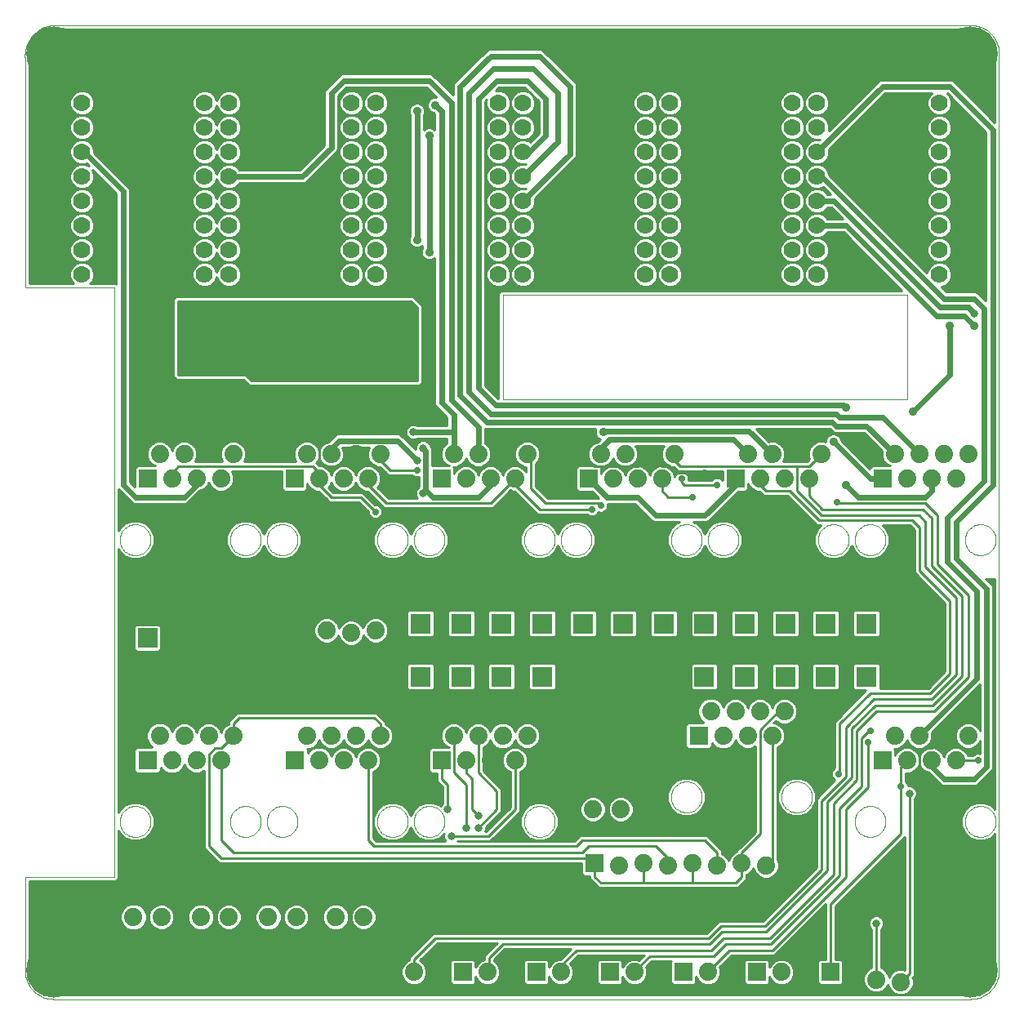
<source format=gbl>
G75*
G70*
%OFA0B0*%
%FSLAX24Y24*%
%IPPOS*%
%LPD*%
%AMOC8*
5,1,8,0,0,1.08239X$1,22.5*
%
%ADD10C,0.0040*%
%ADD11R,0.0740X0.0740*%
%ADD12C,0.0740*%
%ADD13C,0.0700*%
%ADD14C,0.0825*%
%ADD15C,0.0000*%
%ADD16R,0.0827X0.0827*%
%ADD17R,0.0800X0.0800*%
%ADD18C,0.0800*%
%ADD19C,0.2250*%
%ADD20C,0.0100*%
%ADD21C,0.0277*%
%ADD22C,0.0700*%
%ADD23C,0.0317*%
%ADD24C,0.0240*%
%ADD25C,0.0356*%
D10*
X001331Y000169D02*
X038733Y000169D01*
X038799Y000171D01*
X038865Y000176D01*
X038931Y000186D01*
X038996Y000199D01*
X039060Y000215D01*
X039123Y000235D01*
X039185Y000259D01*
X039245Y000286D01*
X039304Y000316D01*
X039361Y000350D01*
X039416Y000387D01*
X039469Y000427D01*
X039520Y000469D01*
X039568Y000515D01*
X039614Y000563D01*
X039656Y000614D01*
X039696Y000667D01*
X039733Y000722D01*
X039767Y000779D01*
X039797Y000838D01*
X039824Y000898D01*
X039848Y000960D01*
X039868Y001023D01*
X039884Y001087D01*
X039897Y001152D01*
X039907Y001218D01*
X039912Y001284D01*
X039914Y001350D01*
X039914Y038751D01*
X039912Y038817D01*
X039907Y038883D01*
X039897Y038949D01*
X039884Y039014D01*
X039868Y039078D01*
X039848Y039141D01*
X039824Y039203D01*
X039797Y039263D01*
X039767Y039322D01*
X039733Y039379D01*
X039696Y039434D01*
X039656Y039487D01*
X039614Y039538D01*
X039568Y039586D01*
X039520Y039632D01*
X039469Y039674D01*
X039416Y039714D01*
X039361Y039751D01*
X039304Y039785D01*
X039245Y039815D01*
X039185Y039842D01*
X039123Y039866D01*
X039060Y039886D01*
X038996Y039902D01*
X038931Y039915D01*
X038865Y039925D01*
X038799Y039930D01*
X038733Y039932D01*
X038733Y039933D02*
X001331Y039933D01*
X001331Y039932D02*
X001263Y039926D01*
X001195Y039916D01*
X001128Y039903D01*
X001062Y039886D01*
X000997Y039865D01*
X000933Y039841D01*
X000870Y039813D01*
X000809Y039782D01*
X000750Y039748D01*
X000693Y039710D01*
X000637Y039670D01*
X000584Y039626D01*
X000534Y039580D01*
X000486Y039531D01*
X000441Y039480D01*
X000398Y039426D01*
X000359Y039370D01*
X000323Y039312D01*
X000290Y039252D01*
X000260Y039191D01*
X000233Y039127D01*
X000210Y039063D01*
X000191Y038997D01*
X000175Y038931D01*
X000163Y038863D01*
X000154Y038795D01*
X000149Y038727D01*
X000148Y038659D01*
X000151Y038590D01*
X000150Y038590D02*
X000150Y029205D01*
X003792Y029205D01*
X003792Y005147D01*
X000150Y005147D01*
X000150Y001350D01*
X000152Y001284D01*
X000157Y001218D01*
X000167Y001152D01*
X000180Y001087D01*
X000196Y001023D01*
X000216Y000960D01*
X000240Y000898D01*
X000267Y000838D01*
X000297Y000779D01*
X000331Y000722D01*
X000368Y000667D01*
X000408Y000614D01*
X000450Y000563D01*
X000496Y000515D01*
X000544Y000469D01*
X000595Y000427D01*
X000648Y000387D01*
X000703Y000350D01*
X000760Y000316D01*
X000819Y000286D01*
X000879Y000259D01*
X000941Y000235D01*
X001004Y000215D01*
X001068Y000199D01*
X001133Y000186D01*
X001199Y000176D01*
X001265Y000171D01*
X001331Y000169D01*
X019650Y024669D02*
X036150Y024669D01*
X036150Y028919D01*
X019650Y028919D01*
X019650Y024669D01*
D11*
X017150Y021419D03*
X011150Y021419D03*
X005150Y021419D03*
X005150Y009919D03*
X011150Y009919D03*
X017150Y009919D03*
X023400Y005719D03*
X024024Y001275D03*
X021024Y001275D03*
X018024Y001275D03*
X027024Y001275D03*
X030024Y001275D03*
X033024Y001275D03*
X035150Y009919D03*
X027650Y010919D03*
X029150Y021419D03*
X023150Y021419D03*
X035150Y021419D03*
D12*
X036150Y021419D03*
X035650Y022419D03*
X036650Y022419D03*
X037150Y021419D03*
X038150Y021419D03*
X037650Y022419D03*
X038650Y022419D03*
X032650Y022419D03*
X032150Y021419D03*
X031150Y021419D03*
X030650Y022419D03*
X031650Y022419D03*
X030150Y021419D03*
X029650Y022419D03*
X026650Y022419D03*
X026150Y021419D03*
X025150Y021419D03*
X024650Y022419D03*
X025650Y022419D03*
X024150Y021419D03*
X023650Y022419D03*
X020650Y022419D03*
X020150Y021419D03*
X019650Y022419D03*
X018650Y022419D03*
X018150Y021419D03*
X019150Y021419D03*
X017650Y022419D03*
X014650Y022419D03*
X014150Y021419D03*
X013650Y022419D03*
X012650Y022419D03*
X012150Y021419D03*
X013150Y021419D03*
X011650Y022419D03*
X008650Y022419D03*
X008150Y021419D03*
X007650Y022419D03*
X006650Y022419D03*
X005650Y022419D03*
X006150Y021419D03*
X007150Y021419D03*
X012463Y015219D03*
X013463Y015119D03*
X014463Y015219D03*
X014650Y010919D03*
X013650Y010919D03*
X012650Y010919D03*
X011650Y010919D03*
X012150Y009919D03*
X013150Y009919D03*
X014150Y009919D03*
X017650Y010919D03*
X018650Y010919D03*
X019650Y010919D03*
X020650Y010919D03*
X020150Y009919D03*
X019150Y009919D03*
X018150Y009919D03*
X023330Y007919D03*
X024470Y007919D03*
X025400Y005719D03*
X026400Y005619D03*
X027400Y005719D03*
X028400Y005619D03*
X029400Y005719D03*
X030400Y005619D03*
X031024Y001275D03*
X032024Y001375D03*
X034900Y000969D03*
X035900Y000869D03*
X036900Y000969D03*
X029024Y001375D03*
X028024Y001275D03*
X026024Y001375D03*
X025024Y001275D03*
X023024Y001375D03*
X022024Y001275D03*
X020024Y001375D03*
X019024Y001275D03*
X017024Y001375D03*
X016024Y001275D03*
X013970Y003519D03*
X012830Y003519D03*
X011220Y003519D03*
X010080Y003519D03*
X008470Y003519D03*
X007330Y003519D03*
X005720Y003519D03*
X004580Y003519D03*
X006150Y009919D03*
X007150Y009919D03*
X008150Y009919D03*
X007650Y010919D03*
X006650Y010919D03*
X005650Y010919D03*
X008650Y010919D03*
X024400Y005619D03*
X028650Y010919D03*
X029650Y010919D03*
X029150Y011919D03*
X030150Y011919D03*
X030650Y010919D03*
X031150Y011919D03*
X028150Y011919D03*
X035650Y010919D03*
X036650Y010919D03*
X037650Y010919D03*
X038650Y010919D03*
X038150Y009919D03*
X037150Y009919D03*
X036150Y009919D03*
D13*
X037478Y029750D03*
X037478Y030750D03*
X037478Y031750D03*
X037478Y032750D03*
X037478Y033750D03*
X037478Y034750D03*
X037478Y035750D03*
X037478Y036750D03*
X032478Y036750D03*
X031478Y036750D03*
X031478Y035750D03*
X031478Y034750D03*
X032478Y034750D03*
X032478Y035750D03*
X032478Y033750D03*
X031478Y033750D03*
X031478Y032750D03*
X032478Y032750D03*
X032478Y031750D03*
X031478Y031750D03*
X031478Y030750D03*
X032478Y030750D03*
X032478Y029750D03*
X031478Y029750D03*
X026478Y029750D03*
X025478Y029750D03*
X025478Y030750D03*
X025478Y031750D03*
X026478Y031750D03*
X026478Y030750D03*
X026478Y032750D03*
X025478Y032750D03*
X025478Y033750D03*
X026478Y033750D03*
X026478Y034750D03*
X025478Y034750D03*
X025478Y035750D03*
X026478Y035750D03*
X026478Y036750D03*
X025478Y036750D03*
X020478Y036750D03*
X019478Y036750D03*
X019478Y035750D03*
X019478Y034750D03*
X020478Y034750D03*
X020478Y035750D03*
X020478Y033750D03*
X019478Y033750D03*
X019478Y032750D03*
X020478Y032750D03*
X020478Y031750D03*
X019478Y031750D03*
X019478Y030750D03*
X020478Y030750D03*
X020478Y029750D03*
X019478Y029750D03*
X014478Y029750D03*
X013478Y029750D03*
X013478Y030750D03*
X013478Y031750D03*
X014478Y031750D03*
X014478Y030750D03*
X014478Y032750D03*
X013478Y032750D03*
X013478Y033750D03*
X014478Y033750D03*
X014478Y034750D03*
X013478Y034750D03*
X013478Y035750D03*
X014478Y035750D03*
X014478Y036750D03*
X013478Y036750D03*
X008478Y036750D03*
X007481Y036750D03*
X007481Y035750D03*
X007481Y034750D03*
X008478Y034750D03*
X008478Y035750D03*
X008478Y033750D03*
X008478Y032750D03*
X007481Y032750D03*
X007481Y033750D03*
X007481Y031750D03*
X007481Y030750D03*
X008478Y030750D03*
X008478Y031750D03*
X008478Y029750D03*
X007481Y029750D03*
X002481Y029750D03*
X002481Y030750D03*
X002481Y031750D03*
X002481Y032750D03*
X002481Y033750D03*
X002481Y034750D03*
X002481Y035750D03*
X002481Y036750D03*
D14*
X007488Y027606D02*
X008313Y027606D01*
X008313Y024606D02*
X007488Y024606D01*
D15*
X008520Y018919D02*
X008522Y018969D01*
X008528Y019019D01*
X008538Y019068D01*
X008552Y019116D01*
X008569Y019163D01*
X008590Y019208D01*
X008615Y019252D01*
X008643Y019293D01*
X008675Y019332D01*
X008709Y019369D01*
X008746Y019403D01*
X008786Y019433D01*
X008828Y019460D01*
X008872Y019484D01*
X008918Y019505D01*
X008965Y019521D01*
X009013Y019534D01*
X009063Y019543D01*
X009112Y019548D01*
X009163Y019549D01*
X009213Y019546D01*
X009262Y019539D01*
X009311Y019528D01*
X009359Y019513D01*
X009405Y019495D01*
X009450Y019473D01*
X009493Y019447D01*
X009534Y019418D01*
X009573Y019386D01*
X009609Y019351D01*
X009641Y019313D01*
X009671Y019273D01*
X009698Y019230D01*
X009721Y019186D01*
X009740Y019140D01*
X009756Y019092D01*
X009768Y019043D01*
X009776Y018994D01*
X009780Y018944D01*
X009780Y018894D01*
X009776Y018844D01*
X009768Y018795D01*
X009756Y018746D01*
X009740Y018698D01*
X009721Y018652D01*
X009698Y018608D01*
X009671Y018565D01*
X009641Y018525D01*
X009609Y018487D01*
X009573Y018452D01*
X009534Y018420D01*
X009493Y018391D01*
X009450Y018365D01*
X009405Y018343D01*
X009359Y018325D01*
X009311Y018310D01*
X009262Y018299D01*
X009213Y018292D01*
X009163Y018289D01*
X009112Y018290D01*
X009063Y018295D01*
X009013Y018304D01*
X008965Y018317D01*
X008918Y018333D01*
X008872Y018354D01*
X008828Y018378D01*
X008786Y018405D01*
X008746Y018435D01*
X008709Y018469D01*
X008675Y018506D01*
X008643Y018545D01*
X008615Y018586D01*
X008590Y018630D01*
X008569Y018675D01*
X008552Y018722D01*
X008538Y018770D01*
X008528Y018819D01*
X008522Y018869D01*
X008520Y018919D01*
X010020Y018919D02*
X010022Y018969D01*
X010028Y019019D01*
X010038Y019068D01*
X010052Y019116D01*
X010069Y019163D01*
X010090Y019208D01*
X010115Y019252D01*
X010143Y019293D01*
X010175Y019332D01*
X010209Y019369D01*
X010246Y019403D01*
X010286Y019433D01*
X010328Y019460D01*
X010372Y019484D01*
X010418Y019505D01*
X010465Y019521D01*
X010513Y019534D01*
X010563Y019543D01*
X010612Y019548D01*
X010663Y019549D01*
X010713Y019546D01*
X010762Y019539D01*
X010811Y019528D01*
X010859Y019513D01*
X010905Y019495D01*
X010950Y019473D01*
X010993Y019447D01*
X011034Y019418D01*
X011073Y019386D01*
X011109Y019351D01*
X011141Y019313D01*
X011171Y019273D01*
X011198Y019230D01*
X011221Y019186D01*
X011240Y019140D01*
X011256Y019092D01*
X011268Y019043D01*
X011276Y018994D01*
X011280Y018944D01*
X011280Y018894D01*
X011276Y018844D01*
X011268Y018795D01*
X011256Y018746D01*
X011240Y018698D01*
X011221Y018652D01*
X011198Y018608D01*
X011171Y018565D01*
X011141Y018525D01*
X011109Y018487D01*
X011073Y018452D01*
X011034Y018420D01*
X010993Y018391D01*
X010950Y018365D01*
X010905Y018343D01*
X010859Y018325D01*
X010811Y018310D01*
X010762Y018299D01*
X010713Y018292D01*
X010663Y018289D01*
X010612Y018290D01*
X010563Y018295D01*
X010513Y018304D01*
X010465Y018317D01*
X010418Y018333D01*
X010372Y018354D01*
X010328Y018378D01*
X010286Y018405D01*
X010246Y018435D01*
X010209Y018469D01*
X010175Y018506D01*
X010143Y018545D01*
X010115Y018586D01*
X010090Y018630D01*
X010069Y018675D01*
X010052Y018722D01*
X010038Y018770D01*
X010028Y018819D01*
X010022Y018869D01*
X010020Y018919D01*
X014520Y018919D02*
X014522Y018969D01*
X014528Y019019D01*
X014538Y019068D01*
X014552Y019116D01*
X014569Y019163D01*
X014590Y019208D01*
X014615Y019252D01*
X014643Y019293D01*
X014675Y019332D01*
X014709Y019369D01*
X014746Y019403D01*
X014786Y019433D01*
X014828Y019460D01*
X014872Y019484D01*
X014918Y019505D01*
X014965Y019521D01*
X015013Y019534D01*
X015063Y019543D01*
X015112Y019548D01*
X015163Y019549D01*
X015213Y019546D01*
X015262Y019539D01*
X015311Y019528D01*
X015359Y019513D01*
X015405Y019495D01*
X015450Y019473D01*
X015493Y019447D01*
X015534Y019418D01*
X015573Y019386D01*
X015609Y019351D01*
X015641Y019313D01*
X015671Y019273D01*
X015698Y019230D01*
X015721Y019186D01*
X015740Y019140D01*
X015756Y019092D01*
X015768Y019043D01*
X015776Y018994D01*
X015780Y018944D01*
X015780Y018894D01*
X015776Y018844D01*
X015768Y018795D01*
X015756Y018746D01*
X015740Y018698D01*
X015721Y018652D01*
X015698Y018608D01*
X015671Y018565D01*
X015641Y018525D01*
X015609Y018487D01*
X015573Y018452D01*
X015534Y018420D01*
X015493Y018391D01*
X015450Y018365D01*
X015405Y018343D01*
X015359Y018325D01*
X015311Y018310D01*
X015262Y018299D01*
X015213Y018292D01*
X015163Y018289D01*
X015112Y018290D01*
X015063Y018295D01*
X015013Y018304D01*
X014965Y018317D01*
X014918Y018333D01*
X014872Y018354D01*
X014828Y018378D01*
X014786Y018405D01*
X014746Y018435D01*
X014709Y018469D01*
X014675Y018506D01*
X014643Y018545D01*
X014615Y018586D01*
X014590Y018630D01*
X014569Y018675D01*
X014552Y018722D01*
X014538Y018770D01*
X014528Y018819D01*
X014522Y018869D01*
X014520Y018919D01*
X016020Y018919D02*
X016022Y018969D01*
X016028Y019019D01*
X016038Y019068D01*
X016052Y019116D01*
X016069Y019163D01*
X016090Y019208D01*
X016115Y019252D01*
X016143Y019293D01*
X016175Y019332D01*
X016209Y019369D01*
X016246Y019403D01*
X016286Y019433D01*
X016328Y019460D01*
X016372Y019484D01*
X016418Y019505D01*
X016465Y019521D01*
X016513Y019534D01*
X016563Y019543D01*
X016612Y019548D01*
X016663Y019549D01*
X016713Y019546D01*
X016762Y019539D01*
X016811Y019528D01*
X016859Y019513D01*
X016905Y019495D01*
X016950Y019473D01*
X016993Y019447D01*
X017034Y019418D01*
X017073Y019386D01*
X017109Y019351D01*
X017141Y019313D01*
X017171Y019273D01*
X017198Y019230D01*
X017221Y019186D01*
X017240Y019140D01*
X017256Y019092D01*
X017268Y019043D01*
X017276Y018994D01*
X017280Y018944D01*
X017280Y018894D01*
X017276Y018844D01*
X017268Y018795D01*
X017256Y018746D01*
X017240Y018698D01*
X017221Y018652D01*
X017198Y018608D01*
X017171Y018565D01*
X017141Y018525D01*
X017109Y018487D01*
X017073Y018452D01*
X017034Y018420D01*
X016993Y018391D01*
X016950Y018365D01*
X016905Y018343D01*
X016859Y018325D01*
X016811Y018310D01*
X016762Y018299D01*
X016713Y018292D01*
X016663Y018289D01*
X016612Y018290D01*
X016563Y018295D01*
X016513Y018304D01*
X016465Y018317D01*
X016418Y018333D01*
X016372Y018354D01*
X016328Y018378D01*
X016286Y018405D01*
X016246Y018435D01*
X016209Y018469D01*
X016175Y018506D01*
X016143Y018545D01*
X016115Y018586D01*
X016090Y018630D01*
X016069Y018675D01*
X016052Y018722D01*
X016038Y018770D01*
X016028Y018819D01*
X016022Y018869D01*
X016020Y018919D01*
X020520Y018919D02*
X020522Y018969D01*
X020528Y019019D01*
X020538Y019068D01*
X020552Y019116D01*
X020569Y019163D01*
X020590Y019208D01*
X020615Y019252D01*
X020643Y019293D01*
X020675Y019332D01*
X020709Y019369D01*
X020746Y019403D01*
X020786Y019433D01*
X020828Y019460D01*
X020872Y019484D01*
X020918Y019505D01*
X020965Y019521D01*
X021013Y019534D01*
X021063Y019543D01*
X021112Y019548D01*
X021163Y019549D01*
X021213Y019546D01*
X021262Y019539D01*
X021311Y019528D01*
X021359Y019513D01*
X021405Y019495D01*
X021450Y019473D01*
X021493Y019447D01*
X021534Y019418D01*
X021573Y019386D01*
X021609Y019351D01*
X021641Y019313D01*
X021671Y019273D01*
X021698Y019230D01*
X021721Y019186D01*
X021740Y019140D01*
X021756Y019092D01*
X021768Y019043D01*
X021776Y018994D01*
X021780Y018944D01*
X021780Y018894D01*
X021776Y018844D01*
X021768Y018795D01*
X021756Y018746D01*
X021740Y018698D01*
X021721Y018652D01*
X021698Y018608D01*
X021671Y018565D01*
X021641Y018525D01*
X021609Y018487D01*
X021573Y018452D01*
X021534Y018420D01*
X021493Y018391D01*
X021450Y018365D01*
X021405Y018343D01*
X021359Y018325D01*
X021311Y018310D01*
X021262Y018299D01*
X021213Y018292D01*
X021163Y018289D01*
X021112Y018290D01*
X021063Y018295D01*
X021013Y018304D01*
X020965Y018317D01*
X020918Y018333D01*
X020872Y018354D01*
X020828Y018378D01*
X020786Y018405D01*
X020746Y018435D01*
X020709Y018469D01*
X020675Y018506D01*
X020643Y018545D01*
X020615Y018586D01*
X020590Y018630D01*
X020569Y018675D01*
X020552Y018722D01*
X020538Y018770D01*
X020528Y018819D01*
X020522Y018869D01*
X020520Y018919D01*
X022020Y018919D02*
X022022Y018969D01*
X022028Y019019D01*
X022038Y019068D01*
X022052Y019116D01*
X022069Y019163D01*
X022090Y019208D01*
X022115Y019252D01*
X022143Y019293D01*
X022175Y019332D01*
X022209Y019369D01*
X022246Y019403D01*
X022286Y019433D01*
X022328Y019460D01*
X022372Y019484D01*
X022418Y019505D01*
X022465Y019521D01*
X022513Y019534D01*
X022563Y019543D01*
X022612Y019548D01*
X022663Y019549D01*
X022713Y019546D01*
X022762Y019539D01*
X022811Y019528D01*
X022859Y019513D01*
X022905Y019495D01*
X022950Y019473D01*
X022993Y019447D01*
X023034Y019418D01*
X023073Y019386D01*
X023109Y019351D01*
X023141Y019313D01*
X023171Y019273D01*
X023198Y019230D01*
X023221Y019186D01*
X023240Y019140D01*
X023256Y019092D01*
X023268Y019043D01*
X023276Y018994D01*
X023280Y018944D01*
X023280Y018894D01*
X023276Y018844D01*
X023268Y018795D01*
X023256Y018746D01*
X023240Y018698D01*
X023221Y018652D01*
X023198Y018608D01*
X023171Y018565D01*
X023141Y018525D01*
X023109Y018487D01*
X023073Y018452D01*
X023034Y018420D01*
X022993Y018391D01*
X022950Y018365D01*
X022905Y018343D01*
X022859Y018325D01*
X022811Y018310D01*
X022762Y018299D01*
X022713Y018292D01*
X022663Y018289D01*
X022612Y018290D01*
X022563Y018295D01*
X022513Y018304D01*
X022465Y018317D01*
X022418Y018333D01*
X022372Y018354D01*
X022328Y018378D01*
X022286Y018405D01*
X022246Y018435D01*
X022209Y018469D01*
X022175Y018506D01*
X022143Y018545D01*
X022115Y018586D01*
X022090Y018630D01*
X022069Y018675D01*
X022052Y018722D01*
X022038Y018770D01*
X022028Y018819D01*
X022022Y018869D01*
X022020Y018919D01*
X026520Y018919D02*
X026522Y018969D01*
X026528Y019019D01*
X026538Y019068D01*
X026552Y019116D01*
X026569Y019163D01*
X026590Y019208D01*
X026615Y019252D01*
X026643Y019293D01*
X026675Y019332D01*
X026709Y019369D01*
X026746Y019403D01*
X026786Y019433D01*
X026828Y019460D01*
X026872Y019484D01*
X026918Y019505D01*
X026965Y019521D01*
X027013Y019534D01*
X027063Y019543D01*
X027112Y019548D01*
X027163Y019549D01*
X027213Y019546D01*
X027262Y019539D01*
X027311Y019528D01*
X027359Y019513D01*
X027405Y019495D01*
X027450Y019473D01*
X027493Y019447D01*
X027534Y019418D01*
X027573Y019386D01*
X027609Y019351D01*
X027641Y019313D01*
X027671Y019273D01*
X027698Y019230D01*
X027721Y019186D01*
X027740Y019140D01*
X027756Y019092D01*
X027768Y019043D01*
X027776Y018994D01*
X027780Y018944D01*
X027780Y018894D01*
X027776Y018844D01*
X027768Y018795D01*
X027756Y018746D01*
X027740Y018698D01*
X027721Y018652D01*
X027698Y018608D01*
X027671Y018565D01*
X027641Y018525D01*
X027609Y018487D01*
X027573Y018452D01*
X027534Y018420D01*
X027493Y018391D01*
X027450Y018365D01*
X027405Y018343D01*
X027359Y018325D01*
X027311Y018310D01*
X027262Y018299D01*
X027213Y018292D01*
X027163Y018289D01*
X027112Y018290D01*
X027063Y018295D01*
X027013Y018304D01*
X026965Y018317D01*
X026918Y018333D01*
X026872Y018354D01*
X026828Y018378D01*
X026786Y018405D01*
X026746Y018435D01*
X026709Y018469D01*
X026675Y018506D01*
X026643Y018545D01*
X026615Y018586D01*
X026590Y018630D01*
X026569Y018675D01*
X026552Y018722D01*
X026538Y018770D01*
X026528Y018819D01*
X026522Y018869D01*
X026520Y018919D01*
X028020Y018919D02*
X028022Y018969D01*
X028028Y019019D01*
X028038Y019068D01*
X028052Y019116D01*
X028069Y019163D01*
X028090Y019208D01*
X028115Y019252D01*
X028143Y019293D01*
X028175Y019332D01*
X028209Y019369D01*
X028246Y019403D01*
X028286Y019433D01*
X028328Y019460D01*
X028372Y019484D01*
X028418Y019505D01*
X028465Y019521D01*
X028513Y019534D01*
X028563Y019543D01*
X028612Y019548D01*
X028663Y019549D01*
X028713Y019546D01*
X028762Y019539D01*
X028811Y019528D01*
X028859Y019513D01*
X028905Y019495D01*
X028950Y019473D01*
X028993Y019447D01*
X029034Y019418D01*
X029073Y019386D01*
X029109Y019351D01*
X029141Y019313D01*
X029171Y019273D01*
X029198Y019230D01*
X029221Y019186D01*
X029240Y019140D01*
X029256Y019092D01*
X029268Y019043D01*
X029276Y018994D01*
X029280Y018944D01*
X029280Y018894D01*
X029276Y018844D01*
X029268Y018795D01*
X029256Y018746D01*
X029240Y018698D01*
X029221Y018652D01*
X029198Y018608D01*
X029171Y018565D01*
X029141Y018525D01*
X029109Y018487D01*
X029073Y018452D01*
X029034Y018420D01*
X028993Y018391D01*
X028950Y018365D01*
X028905Y018343D01*
X028859Y018325D01*
X028811Y018310D01*
X028762Y018299D01*
X028713Y018292D01*
X028663Y018289D01*
X028612Y018290D01*
X028563Y018295D01*
X028513Y018304D01*
X028465Y018317D01*
X028418Y018333D01*
X028372Y018354D01*
X028328Y018378D01*
X028286Y018405D01*
X028246Y018435D01*
X028209Y018469D01*
X028175Y018506D01*
X028143Y018545D01*
X028115Y018586D01*
X028090Y018630D01*
X028069Y018675D01*
X028052Y018722D01*
X028038Y018770D01*
X028028Y018819D01*
X028022Y018869D01*
X028020Y018919D01*
X032520Y018919D02*
X032522Y018969D01*
X032528Y019019D01*
X032538Y019068D01*
X032552Y019116D01*
X032569Y019163D01*
X032590Y019208D01*
X032615Y019252D01*
X032643Y019293D01*
X032675Y019332D01*
X032709Y019369D01*
X032746Y019403D01*
X032786Y019433D01*
X032828Y019460D01*
X032872Y019484D01*
X032918Y019505D01*
X032965Y019521D01*
X033013Y019534D01*
X033063Y019543D01*
X033112Y019548D01*
X033163Y019549D01*
X033213Y019546D01*
X033262Y019539D01*
X033311Y019528D01*
X033359Y019513D01*
X033405Y019495D01*
X033450Y019473D01*
X033493Y019447D01*
X033534Y019418D01*
X033573Y019386D01*
X033609Y019351D01*
X033641Y019313D01*
X033671Y019273D01*
X033698Y019230D01*
X033721Y019186D01*
X033740Y019140D01*
X033756Y019092D01*
X033768Y019043D01*
X033776Y018994D01*
X033780Y018944D01*
X033780Y018894D01*
X033776Y018844D01*
X033768Y018795D01*
X033756Y018746D01*
X033740Y018698D01*
X033721Y018652D01*
X033698Y018608D01*
X033671Y018565D01*
X033641Y018525D01*
X033609Y018487D01*
X033573Y018452D01*
X033534Y018420D01*
X033493Y018391D01*
X033450Y018365D01*
X033405Y018343D01*
X033359Y018325D01*
X033311Y018310D01*
X033262Y018299D01*
X033213Y018292D01*
X033163Y018289D01*
X033112Y018290D01*
X033063Y018295D01*
X033013Y018304D01*
X032965Y018317D01*
X032918Y018333D01*
X032872Y018354D01*
X032828Y018378D01*
X032786Y018405D01*
X032746Y018435D01*
X032709Y018469D01*
X032675Y018506D01*
X032643Y018545D01*
X032615Y018586D01*
X032590Y018630D01*
X032569Y018675D01*
X032552Y018722D01*
X032538Y018770D01*
X032528Y018819D01*
X032522Y018869D01*
X032520Y018919D01*
X034020Y018919D02*
X034022Y018969D01*
X034028Y019019D01*
X034038Y019068D01*
X034052Y019116D01*
X034069Y019163D01*
X034090Y019208D01*
X034115Y019252D01*
X034143Y019293D01*
X034175Y019332D01*
X034209Y019369D01*
X034246Y019403D01*
X034286Y019433D01*
X034328Y019460D01*
X034372Y019484D01*
X034418Y019505D01*
X034465Y019521D01*
X034513Y019534D01*
X034563Y019543D01*
X034612Y019548D01*
X034663Y019549D01*
X034713Y019546D01*
X034762Y019539D01*
X034811Y019528D01*
X034859Y019513D01*
X034905Y019495D01*
X034950Y019473D01*
X034993Y019447D01*
X035034Y019418D01*
X035073Y019386D01*
X035109Y019351D01*
X035141Y019313D01*
X035171Y019273D01*
X035198Y019230D01*
X035221Y019186D01*
X035240Y019140D01*
X035256Y019092D01*
X035268Y019043D01*
X035276Y018994D01*
X035280Y018944D01*
X035280Y018894D01*
X035276Y018844D01*
X035268Y018795D01*
X035256Y018746D01*
X035240Y018698D01*
X035221Y018652D01*
X035198Y018608D01*
X035171Y018565D01*
X035141Y018525D01*
X035109Y018487D01*
X035073Y018452D01*
X035034Y018420D01*
X034993Y018391D01*
X034950Y018365D01*
X034905Y018343D01*
X034859Y018325D01*
X034811Y018310D01*
X034762Y018299D01*
X034713Y018292D01*
X034663Y018289D01*
X034612Y018290D01*
X034563Y018295D01*
X034513Y018304D01*
X034465Y018317D01*
X034418Y018333D01*
X034372Y018354D01*
X034328Y018378D01*
X034286Y018405D01*
X034246Y018435D01*
X034209Y018469D01*
X034175Y018506D01*
X034143Y018545D01*
X034115Y018586D01*
X034090Y018630D01*
X034069Y018675D01*
X034052Y018722D01*
X034038Y018770D01*
X034028Y018819D01*
X034022Y018869D01*
X034020Y018919D01*
X038520Y018919D02*
X038522Y018969D01*
X038528Y019019D01*
X038538Y019068D01*
X038552Y019116D01*
X038569Y019163D01*
X038590Y019208D01*
X038615Y019252D01*
X038643Y019293D01*
X038675Y019332D01*
X038709Y019369D01*
X038746Y019403D01*
X038786Y019433D01*
X038828Y019460D01*
X038872Y019484D01*
X038918Y019505D01*
X038965Y019521D01*
X039013Y019534D01*
X039063Y019543D01*
X039112Y019548D01*
X039163Y019549D01*
X039213Y019546D01*
X039262Y019539D01*
X039311Y019528D01*
X039359Y019513D01*
X039405Y019495D01*
X039450Y019473D01*
X039493Y019447D01*
X039534Y019418D01*
X039573Y019386D01*
X039609Y019351D01*
X039641Y019313D01*
X039671Y019273D01*
X039698Y019230D01*
X039721Y019186D01*
X039740Y019140D01*
X039756Y019092D01*
X039768Y019043D01*
X039776Y018994D01*
X039780Y018944D01*
X039780Y018894D01*
X039776Y018844D01*
X039768Y018795D01*
X039756Y018746D01*
X039740Y018698D01*
X039721Y018652D01*
X039698Y018608D01*
X039671Y018565D01*
X039641Y018525D01*
X039609Y018487D01*
X039573Y018452D01*
X039534Y018420D01*
X039493Y018391D01*
X039450Y018365D01*
X039405Y018343D01*
X039359Y018325D01*
X039311Y018310D01*
X039262Y018299D01*
X039213Y018292D01*
X039163Y018289D01*
X039112Y018290D01*
X039063Y018295D01*
X039013Y018304D01*
X038965Y018317D01*
X038918Y018333D01*
X038872Y018354D01*
X038828Y018378D01*
X038786Y018405D01*
X038746Y018435D01*
X038709Y018469D01*
X038675Y018506D01*
X038643Y018545D01*
X038615Y018586D01*
X038590Y018630D01*
X038569Y018675D01*
X038552Y018722D01*
X038538Y018770D01*
X038528Y018819D01*
X038522Y018869D01*
X038520Y018919D01*
X031020Y008419D02*
X031022Y008469D01*
X031028Y008519D01*
X031038Y008568D01*
X031052Y008616D01*
X031069Y008663D01*
X031090Y008708D01*
X031115Y008752D01*
X031143Y008793D01*
X031175Y008832D01*
X031209Y008869D01*
X031246Y008903D01*
X031286Y008933D01*
X031328Y008960D01*
X031372Y008984D01*
X031418Y009005D01*
X031465Y009021D01*
X031513Y009034D01*
X031563Y009043D01*
X031612Y009048D01*
X031663Y009049D01*
X031713Y009046D01*
X031762Y009039D01*
X031811Y009028D01*
X031859Y009013D01*
X031905Y008995D01*
X031950Y008973D01*
X031993Y008947D01*
X032034Y008918D01*
X032073Y008886D01*
X032109Y008851D01*
X032141Y008813D01*
X032171Y008773D01*
X032198Y008730D01*
X032221Y008686D01*
X032240Y008640D01*
X032256Y008592D01*
X032268Y008543D01*
X032276Y008494D01*
X032280Y008444D01*
X032280Y008394D01*
X032276Y008344D01*
X032268Y008295D01*
X032256Y008246D01*
X032240Y008198D01*
X032221Y008152D01*
X032198Y008108D01*
X032171Y008065D01*
X032141Y008025D01*
X032109Y007987D01*
X032073Y007952D01*
X032034Y007920D01*
X031993Y007891D01*
X031950Y007865D01*
X031905Y007843D01*
X031859Y007825D01*
X031811Y007810D01*
X031762Y007799D01*
X031713Y007792D01*
X031663Y007789D01*
X031612Y007790D01*
X031563Y007795D01*
X031513Y007804D01*
X031465Y007817D01*
X031418Y007833D01*
X031372Y007854D01*
X031328Y007878D01*
X031286Y007905D01*
X031246Y007935D01*
X031209Y007969D01*
X031175Y008006D01*
X031143Y008045D01*
X031115Y008086D01*
X031090Y008130D01*
X031069Y008175D01*
X031052Y008222D01*
X031038Y008270D01*
X031028Y008319D01*
X031022Y008369D01*
X031020Y008419D01*
X034020Y007419D02*
X034022Y007469D01*
X034028Y007519D01*
X034038Y007568D01*
X034052Y007616D01*
X034069Y007663D01*
X034090Y007708D01*
X034115Y007752D01*
X034143Y007793D01*
X034175Y007832D01*
X034209Y007869D01*
X034246Y007903D01*
X034286Y007933D01*
X034328Y007960D01*
X034372Y007984D01*
X034418Y008005D01*
X034465Y008021D01*
X034513Y008034D01*
X034563Y008043D01*
X034612Y008048D01*
X034663Y008049D01*
X034713Y008046D01*
X034762Y008039D01*
X034811Y008028D01*
X034859Y008013D01*
X034905Y007995D01*
X034950Y007973D01*
X034993Y007947D01*
X035034Y007918D01*
X035073Y007886D01*
X035109Y007851D01*
X035141Y007813D01*
X035171Y007773D01*
X035198Y007730D01*
X035221Y007686D01*
X035240Y007640D01*
X035256Y007592D01*
X035268Y007543D01*
X035276Y007494D01*
X035280Y007444D01*
X035280Y007394D01*
X035276Y007344D01*
X035268Y007295D01*
X035256Y007246D01*
X035240Y007198D01*
X035221Y007152D01*
X035198Y007108D01*
X035171Y007065D01*
X035141Y007025D01*
X035109Y006987D01*
X035073Y006952D01*
X035034Y006920D01*
X034993Y006891D01*
X034950Y006865D01*
X034905Y006843D01*
X034859Y006825D01*
X034811Y006810D01*
X034762Y006799D01*
X034713Y006792D01*
X034663Y006789D01*
X034612Y006790D01*
X034563Y006795D01*
X034513Y006804D01*
X034465Y006817D01*
X034418Y006833D01*
X034372Y006854D01*
X034328Y006878D01*
X034286Y006905D01*
X034246Y006935D01*
X034209Y006969D01*
X034175Y007006D01*
X034143Y007045D01*
X034115Y007086D01*
X034090Y007130D01*
X034069Y007175D01*
X034052Y007222D01*
X034038Y007270D01*
X034028Y007319D01*
X034022Y007369D01*
X034020Y007419D01*
X038520Y007419D02*
X038522Y007469D01*
X038528Y007519D01*
X038538Y007568D01*
X038552Y007616D01*
X038569Y007663D01*
X038590Y007708D01*
X038615Y007752D01*
X038643Y007793D01*
X038675Y007832D01*
X038709Y007869D01*
X038746Y007903D01*
X038786Y007933D01*
X038828Y007960D01*
X038872Y007984D01*
X038918Y008005D01*
X038965Y008021D01*
X039013Y008034D01*
X039063Y008043D01*
X039112Y008048D01*
X039163Y008049D01*
X039213Y008046D01*
X039262Y008039D01*
X039311Y008028D01*
X039359Y008013D01*
X039405Y007995D01*
X039450Y007973D01*
X039493Y007947D01*
X039534Y007918D01*
X039573Y007886D01*
X039609Y007851D01*
X039641Y007813D01*
X039671Y007773D01*
X039698Y007730D01*
X039721Y007686D01*
X039740Y007640D01*
X039756Y007592D01*
X039768Y007543D01*
X039776Y007494D01*
X039780Y007444D01*
X039780Y007394D01*
X039776Y007344D01*
X039768Y007295D01*
X039756Y007246D01*
X039740Y007198D01*
X039721Y007152D01*
X039698Y007108D01*
X039671Y007065D01*
X039641Y007025D01*
X039609Y006987D01*
X039573Y006952D01*
X039534Y006920D01*
X039493Y006891D01*
X039450Y006865D01*
X039405Y006843D01*
X039359Y006825D01*
X039311Y006810D01*
X039262Y006799D01*
X039213Y006792D01*
X039163Y006789D01*
X039112Y006790D01*
X039063Y006795D01*
X039013Y006804D01*
X038965Y006817D01*
X038918Y006833D01*
X038872Y006854D01*
X038828Y006878D01*
X038786Y006905D01*
X038746Y006935D01*
X038709Y006969D01*
X038675Y007006D01*
X038643Y007045D01*
X038615Y007086D01*
X038590Y007130D01*
X038569Y007175D01*
X038552Y007222D01*
X038538Y007270D01*
X038528Y007319D01*
X038522Y007369D01*
X038520Y007419D01*
X026520Y008419D02*
X026522Y008469D01*
X026528Y008519D01*
X026538Y008568D01*
X026552Y008616D01*
X026569Y008663D01*
X026590Y008708D01*
X026615Y008752D01*
X026643Y008793D01*
X026675Y008832D01*
X026709Y008869D01*
X026746Y008903D01*
X026786Y008933D01*
X026828Y008960D01*
X026872Y008984D01*
X026918Y009005D01*
X026965Y009021D01*
X027013Y009034D01*
X027063Y009043D01*
X027112Y009048D01*
X027163Y009049D01*
X027213Y009046D01*
X027262Y009039D01*
X027311Y009028D01*
X027359Y009013D01*
X027405Y008995D01*
X027450Y008973D01*
X027493Y008947D01*
X027534Y008918D01*
X027573Y008886D01*
X027609Y008851D01*
X027641Y008813D01*
X027671Y008773D01*
X027698Y008730D01*
X027721Y008686D01*
X027740Y008640D01*
X027756Y008592D01*
X027768Y008543D01*
X027776Y008494D01*
X027780Y008444D01*
X027780Y008394D01*
X027776Y008344D01*
X027768Y008295D01*
X027756Y008246D01*
X027740Y008198D01*
X027721Y008152D01*
X027698Y008108D01*
X027671Y008065D01*
X027641Y008025D01*
X027609Y007987D01*
X027573Y007952D01*
X027534Y007920D01*
X027493Y007891D01*
X027450Y007865D01*
X027405Y007843D01*
X027359Y007825D01*
X027311Y007810D01*
X027262Y007799D01*
X027213Y007792D01*
X027163Y007789D01*
X027112Y007790D01*
X027063Y007795D01*
X027013Y007804D01*
X026965Y007817D01*
X026918Y007833D01*
X026872Y007854D01*
X026828Y007878D01*
X026786Y007905D01*
X026746Y007935D01*
X026709Y007969D01*
X026675Y008006D01*
X026643Y008045D01*
X026615Y008086D01*
X026590Y008130D01*
X026569Y008175D01*
X026552Y008222D01*
X026538Y008270D01*
X026528Y008319D01*
X026522Y008369D01*
X026520Y008419D01*
X020520Y007419D02*
X020522Y007469D01*
X020528Y007519D01*
X020538Y007568D01*
X020552Y007616D01*
X020569Y007663D01*
X020590Y007708D01*
X020615Y007752D01*
X020643Y007793D01*
X020675Y007832D01*
X020709Y007869D01*
X020746Y007903D01*
X020786Y007933D01*
X020828Y007960D01*
X020872Y007984D01*
X020918Y008005D01*
X020965Y008021D01*
X021013Y008034D01*
X021063Y008043D01*
X021112Y008048D01*
X021163Y008049D01*
X021213Y008046D01*
X021262Y008039D01*
X021311Y008028D01*
X021359Y008013D01*
X021405Y007995D01*
X021450Y007973D01*
X021493Y007947D01*
X021534Y007918D01*
X021573Y007886D01*
X021609Y007851D01*
X021641Y007813D01*
X021671Y007773D01*
X021698Y007730D01*
X021721Y007686D01*
X021740Y007640D01*
X021756Y007592D01*
X021768Y007543D01*
X021776Y007494D01*
X021780Y007444D01*
X021780Y007394D01*
X021776Y007344D01*
X021768Y007295D01*
X021756Y007246D01*
X021740Y007198D01*
X021721Y007152D01*
X021698Y007108D01*
X021671Y007065D01*
X021641Y007025D01*
X021609Y006987D01*
X021573Y006952D01*
X021534Y006920D01*
X021493Y006891D01*
X021450Y006865D01*
X021405Y006843D01*
X021359Y006825D01*
X021311Y006810D01*
X021262Y006799D01*
X021213Y006792D01*
X021163Y006789D01*
X021112Y006790D01*
X021063Y006795D01*
X021013Y006804D01*
X020965Y006817D01*
X020918Y006833D01*
X020872Y006854D01*
X020828Y006878D01*
X020786Y006905D01*
X020746Y006935D01*
X020709Y006969D01*
X020675Y007006D01*
X020643Y007045D01*
X020615Y007086D01*
X020590Y007130D01*
X020569Y007175D01*
X020552Y007222D01*
X020538Y007270D01*
X020528Y007319D01*
X020522Y007369D01*
X020520Y007419D01*
X016020Y007419D02*
X016022Y007469D01*
X016028Y007519D01*
X016038Y007568D01*
X016052Y007616D01*
X016069Y007663D01*
X016090Y007708D01*
X016115Y007752D01*
X016143Y007793D01*
X016175Y007832D01*
X016209Y007869D01*
X016246Y007903D01*
X016286Y007933D01*
X016328Y007960D01*
X016372Y007984D01*
X016418Y008005D01*
X016465Y008021D01*
X016513Y008034D01*
X016563Y008043D01*
X016612Y008048D01*
X016663Y008049D01*
X016713Y008046D01*
X016762Y008039D01*
X016811Y008028D01*
X016859Y008013D01*
X016905Y007995D01*
X016950Y007973D01*
X016993Y007947D01*
X017034Y007918D01*
X017073Y007886D01*
X017109Y007851D01*
X017141Y007813D01*
X017171Y007773D01*
X017198Y007730D01*
X017221Y007686D01*
X017240Y007640D01*
X017256Y007592D01*
X017268Y007543D01*
X017276Y007494D01*
X017280Y007444D01*
X017280Y007394D01*
X017276Y007344D01*
X017268Y007295D01*
X017256Y007246D01*
X017240Y007198D01*
X017221Y007152D01*
X017198Y007108D01*
X017171Y007065D01*
X017141Y007025D01*
X017109Y006987D01*
X017073Y006952D01*
X017034Y006920D01*
X016993Y006891D01*
X016950Y006865D01*
X016905Y006843D01*
X016859Y006825D01*
X016811Y006810D01*
X016762Y006799D01*
X016713Y006792D01*
X016663Y006789D01*
X016612Y006790D01*
X016563Y006795D01*
X016513Y006804D01*
X016465Y006817D01*
X016418Y006833D01*
X016372Y006854D01*
X016328Y006878D01*
X016286Y006905D01*
X016246Y006935D01*
X016209Y006969D01*
X016175Y007006D01*
X016143Y007045D01*
X016115Y007086D01*
X016090Y007130D01*
X016069Y007175D01*
X016052Y007222D01*
X016038Y007270D01*
X016028Y007319D01*
X016022Y007369D01*
X016020Y007419D01*
X014520Y007419D02*
X014522Y007469D01*
X014528Y007519D01*
X014538Y007568D01*
X014552Y007616D01*
X014569Y007663D01*
X014590Y007708D01*
X014615Y007752D01*
X014643Y007793D01*
X014675Y007832D01*
X014709Y007869D01*
X014746Y007903D01*
X014786Y007933D01*
X014828Y007960D01*
X014872Y007984D01*
X014918Y008005D01*
X014965Y008021D01*
X015013Y008034D01*
X015063Y008043D01*
X015112Y008048D01*
X015163Y008049D01*
X015213Y008046D01*
X015262Y008039D01*
X015311Y008028D01*
X015359Y008013D01*
X015405Y007995D01*
X015450Y007973D01*
X015493Y007947D01*
X015534Y007918D01*
X015573Y007886D01*
X015609Y007851D01*
X015641Y007813D01*
X015671Y007773D01*
X015698Y007730D01*
X015721Y007686D01*
X015740Y007640D01*
X015756Y007592D01*
X015768Y007543D01*
X015776Y007494D01*
X015780Y007444D01*
X015780Y007394D01*
X015776Y007344D01*
X015768Y007295D01*
X015756Y007246D01*
X015740Y007198D01*
X015721Y007152D01*
X015698Y007108D01*
X015671Y007065D01*
X015641Y007025D01*
X015609Y006987D01*
X015573Y006952D01*
X015534Y006920D01*
X015493Y006891D01*
X015450Y006865D01*
X015405Y006843D01*
X015359Y006825D01*
X015311Y006810D01*
X015262Y006799D01*
X015213Y006792D01*
X015163Y006789D01*
X015112Y006790D01*
X015063Y006795D01*
X015013Y006804D01*
X014965Y006817D01*
X014918Y006833D01*
X014872Y006854D01*
X014828Y006878D01*
X014786Y006905D01*
X014746Y006935D01*
X014709Y006969D01*
X014675Y007006D01*
X014643Y007045D01*
X014615Y007086D01*
X014590Y007130D01*
X014569Y007175D01*
X014552Y007222D01*
X014538Y007270D01*
X014528Y007319D01*
X014522Y007369D01*
X014520Y007419D01*
X010020Y007419D02*
X010022Y007469D01*
X010028Y007519D01*
X010038Y007568D01*
X010052Y007616D01*
X010069Y007663D01*
X010090Y007708D01*
X010115Y007752D01*
X010143Y007793D01*
X010175Y007832D01*
X010209Y007869D01*
X010246Y007903D01*
X010286Y007933D01*
X010328Y007960D01*
X010372Y007984D01*
X010418Y008005D01*
X010465Y008021D01*
X010513Y008034D01*
X010563Y008043D01*
X010612Y008048D01*
X010663Y008049D01*
X010713Y008046D01*
X010762Y008039D01*
X010811Y008028D01*
X010859Y008013D01*
X010905Y007995D01*
X010950Y007973D01*
X010993Y007947D01*
X011034Y007918D01*
X011073Y007886D01*
X011109Y007851D01*
X011141Y007813D01*
X011171Y007773D01*
X011198Y007730D01*
X011221Y007686D01*
X011240Y007640D01*
X011256Y007592D01*
X011268Y007543D01*
X011276Y007494D01*
X011280Y007444D01*
X011280Y007394D01*
X011276Y007344D01*
X011268Y007295D01*
X011256Y007246D01*
X011240Y007198D01*
X011221Y007152D01*
X011198Y007108D01*
X011171Y007065D01*
X011141Y007025D01*
X011109Y006987D01*
X011073Y006952D01*
X011034Y006920D01*
X010993Y006891D01*
X010950Y006865D01*
X010905Y006843D01*
X010859Y006825D01*
X010811Y006810D01*
X010762Y006799D01*
X010713Y006792D01*
X010663Y006789D01*
X010612Y006790D01*
X010563Y006795D01*
X010513Y006804D01*
X010465Y006817D01*
X010418Y006833D01*
X010372Y006854D01*
X010328Y006878D01*
X010286Y006905D01*
X010246Y006935D01*
X010209Y006969D01*
X010175Y007006D01*
X010143Y007045D01*
X010115Y007086D01*
X010090Y007130D01*
X010069Y007175D01*
X010052Y007222D01*
X010038Y007270D01*
X010028Y007319D01*
X010022Y007369D01*
X010020Y007419D01*
X008520Y007419D02*
X008522Y007469D01*
X008528Y007519D01*
X008538Y007568D01*
X008552Y007616D01*
X008569Y007663D01*
X008590Y007708D01*
X008615Y007752D01*
X008643Y007793D01*
X008675Y007832D01*
X008709Y007869D01*
X008746Y007903D01*
X008786Y007933D01*
X008828Y007960D01*
X008872Y007984D01*
X008918Y008005D01*
X008965Y008021D01*
X009013Y008034D01*
X009063Y008043D01*
X009112Y008048D01*
X009163Y008049D01*
X009213Y008046D01*
X009262Y008039D01*
X009311Y008028D01*
X009359Y008013D01*
X009405Y007995D01*
X009450Y007973D01*
X009493Y007947D01*
X009534Y007918D01*
X009573Y007886D01*
X009609Y007851D01*
X009641Y007813D01*
X009671Y007773D01*
X009698Y007730D01*
X009721Y007686D01*
X009740Y007640D01*
X009756Y007592D01*
X009768Y007543D01*
X009776Y007494D01*
X009780Y007444D01*
X009780Y007394D01*
X009776Y007344D01*
X009768Y007295D01*
X009756Y007246D01*
X009740Y007198D01*
X009721Y007152D01*
X009698Y007108D01*
X009671Y007065D01*
X009641Y007025D01*
X009609Y006987D01*
X009573Y006952D01*
X009534Y006920D01*
X009493Y006891D01*
X009450Y006865D01*
X009405Y006843D01*
X009359Y006825D01*
X009311Y006810D01*
X009262Y006799D01*
X009213Y006792D01*
X009163Y006789D01*
X009112Y006790D01*
X009063Y006795D01*
X009013Y006804D01*
X008965Y006817D01*
X008918Y006833D01*
X008872Y006854D01*
X008828Y006878D01*
X008786Y006905D01*
X008746Y006935D01*
X008709Y006969D01*
X008675Y007006D01*
X008643Y007045D01*
X008615Y007086D01*
X008590Y007130D01*
X008569Y007175D01*
X008552Y007222D01*
X008538Y007270D01*
X008528Y007319D01*
X008522Y007369D01*
X008520Y007419D01*
X004020Y007419D02*
X004022Y007469D01*
X004028Y007519D01*
X004038Y007568D01*
X004052Y007616D01*
X004069Y007663D01*
X004090Y007708D01*
X004115Y007752D01*
X004143Y007793D01*
X004175Y007832D01*
X004209Y007869D01*
X004246Y007903D01*
X004286Y007933D01*
X004328Y007960D01*
X004372Y007984D01*
X004418Y008005D01*
X004465Y008021D01*
X004513Y008034D01*
X004563Y008043D01*
X004612Y008048D01*
X004663Y008049D01*
X004713Y008046D01*
X004762Y008039D01*
X004811Y008028D01*
X004859Y008013D01*
X004905Y007995D01*
X004950Y007973D01*
X004993Y007947D01*
X005034Y007918D01*
X005073Y007886D01*
X005109Y007851D01*
X005141Y007813D01*
X005171Y007773D01*
X005198Y007730D01*
X005221Y007686D01*
X005240Y007640D01*
X005256Y007592D01*
X005268Y007543D01*
X005276Y007494D01*
X005280Y007444D01*
X005280Y007394D01*
X005276Y007344D01*
X005268Y007295D01*
X005256Y007246D01*
X005240Y007198D01*
X005221Y007152D01*
X005198Y007108D01*
X005171Y007065D01*
X005141Y007025D01*
X005109Y006987D01*
X005073Y006952D01*
X005034Y006920D01*
X004993Y006891D01*
X004950Y006865D01*
X004905Y006843D01*
X004859Y006825D01*
X004811Y006810D01*
X004762Y006799D01*
X004713Y006792D01*
X004663Y006789D01*
X004612Y006790D01*
X004563Y006795D01*
X004513Y006804D01*
X004465Y006817D01*
X004418Y006833D01*
X004372Y006854D01*
X004328Y006878D01*
X004286Y006905D01*
X004246Y006935D01*
X004209Y006969D01*
X004175Y007006D01*
X004143Y007045D01*
X004115Y007086D01*
X004090Y007130D01*
X004069Y007175D01*
X004052Y007222D01*
X004038Y007270D01*
X004028Y007319D01*
X004022Y007369D01*
X004020Y007419D01*
X004020Y018919D02*
X004022Y018969D01*
X004028Y019019D01*
X004038Y019068D01*
X004052Y019116D01*
X004069Y019163D01*
X004090Y019208D01*
X004115Y019252D01*
X004143Y019293D01*
X004175Y019332D01*
X004209Y019369D01*
X004246Y019403D01*
X004286Y019433D01*
X004328Y019460D01*
X004372Y019484D01*
X004418Y019505D01*
X004465Y019521D01*
X004513Y019534D01*
X004563Y019543D01*
X004612Y019548D01*
X004663Y019549D01*
X004713Y019546D01*
X004762Y019539D01*
X004811Y019528D01*
X004859Y019513D01*
X004905Y019495D01*
X004950Y019473D01*
X004993Y019447D01*
X005034Y019418D01*
X005073Y019386D01*
X005109Y019351D01*
X005141Y019313D01*
X005171Y019273D01*
X005198Y019230D01*
X005221Y019186D01*
X005240Y019140D01*
X005256Y019092D01*
X005268Y019043D01*
X005276Y018994D01*
X005280Y018944D01*
X005280Y018894D01*
X005276Y018844D01*
X005268Y018795D01*
X005256Y018746D01*
X005240Y018698D01*
X005221Y018652D01*
X005198Y018608D01*
X005171Y018565D01*
X005141Y018525D01*
X005109Y018487D01*
X005073Y018452D01*
X005034Y018420D01*
X004993Y018391D01*
X004950Y018365D01*
X004905Y018343D01*
X004859Y018325D01*
X004811Y018310D01*
X004762Y018299D01*
X004713Y018292D01*
X004663Y018289D01*
X004612Y018290D01*
X004563Y018295D01*
X004513Y018304D01*
X004465Y018317D01*
X004418Y018333D01*
X004372Y018354D01*
X004328Y018378D01*
X004286Y018405D01*
X004246Y018435D01*
X004209Y018469D01*
X004175Y018506D01*
X004143Y018545D01*
X004115Y018586D01*
X004090Y018630D01*
X004069Y018675D01*
X004052Y018722D01*
X004038Y018770D01*
X004028Y018819D01*
X004022Y018869D01*
X004020Y018919D01*
D16*
X010420Y023986D03*
X012073Y023986D03*
X013727Y023986D03*
X015380Y023986D03*
X015380Y026151D03*
X013727Y026151D03*
X012073Y026151D03*
X010420Y026151D03*
X016306Y015501D03*
X017959Y015501D03*
X019613Y015501D03*
X021266Y015501D03*
X022920Y015501D03*
X024573Y015501D03*
X026227Y015501D03*
X027880Y015501D03*
X029534Y015501D03*
X031187Y015501D03*
X032841Y015501D03*
X034494Y015501D03*
X034494Y013336D03*
X032841Y013336D03*
X031187Y013336D03*
X029534Y013336D03*
X027880Y013336D03*
X026227Y013336D03*
X024573Y013336D03*
X022920Y013336D03*
X021266Y013336D03*
X019613Y013336D03*
X017959Y013336D03*
X016306Y013336D03*
D17*
X005150Y014919D03*
D18*
X005150Y012950D03*
D19*
X001331Y001350D03*
X001331Y038751D03*
X038733Y038751D03*
X038733Y001350D03*
D20*
X000616Y000635D02*
X000430Y000891D01*
X000332Y001192D01*
X000320Y001350D01*
X000320Y004977D01*
X003862Y004977D01*
X003962Y005077D01*
X003962Y007042D01*
X003989Y006977D01*
X004208Y006758D01*
X004495Y006639D01*
X004805Y006639D01*
X005092Y006758D01*
X005311Y006977D01*
X005430Y007264D01*
X005430Y007574D01*
X005311Y007861D01*
X005092Y008080D01*
X004805Y008199D01*
X004495Y008199D01*
X004208Y008080D01*
X003989Y007861D01*
X003962Y007795D01*
X003962Y018542D01*
X003989Y018477D01*
X004208Y018258D01*
X004495Y018139D01*
X004805Y018139D01*
X005092Y018258D01*
X005311Y018477D01*
X005430Y018764D01*
X005430Y019074D01*
X005311Y019361D01*
X005092Y019580D01*
X004805Y019699D01*
X004495Y019699D01*
X004208Y019580D01*
X003989Y019361D01*
X003962Y019295D01*
X003962Y020975D01*
X004421Y020516D01*
X004497Y020440D01*
X004596Y020399D01*
X006704Y020399D01*
X006803Y020440D01*
X007268Y020905D01*
X007445Y020978D01*
X007591Y021124D01*
X007650Y021267D01*
X007709Y021124D01*
X007855Y020978D01*
X008047Y020899D01*
X008253Y020899D01*
X008445Y020978D01*
X008591Y021124D01*
X008670Y021315D01*
X008670Y021522D01*
X008591Y021713D01*
X008585Y021719D01*
X010630Y021719D01*
X010630Y020987D01*
X010718Y020899D01*
X011582Y020899D01*
X011670Y020987D01*
X011670Y021219D01*
X011709Y021124D01*
X011855Y020978D01*
X012047Y020899D01*
X012137Y020899D01*
X012450Y020586D01*
X012567Y020469D01*
X013767Y020469D01*
X014161Y020075D01*
X014161Y020011D01*
X014205Y019905D01*
X014286Y019824D01*
X014393Y019780D01*
X014507Y019780D01*
X014614Y019824D01*
X014695Y019905D01*
X014739Y020011D01*
X014739Y020126D01*
X014695Y020232D01*
X014614Y020314D01*
X014507Y020357D01*
X014444Y020357D01*
X013933Y020869D01*
X012733Y020869D01*
X012534Y021067D01*
X012591Y021124D01*
X012650Y021267D01*
X012709Y021124D01*
X012855Y020978D01*
X013047Y020899D01*
X013253Y020899D01*
X013445Y020978D01*
X013591Y021124D01*
X013650Y021267D01*
X013709Y021124D01*
X013855Y020978D01*
X014047Y020899D01*
X014137Y020899D01*
X014700Y020336D01*
X014817Y020219D01*
X019233Y020219D01*
X019350Y020336D01*
X019952Y020938D01*
X020047Y020899D01*
X020137Y020899D01*
X021067Y019969D01*
X023092Y019969D01*
X023136Y019924D01*
X023243Y019880D01*
X023357Y019880D01*
X023464Y019924D01*
X023545Y020005D01*
X023561Y020043D01*
X023593Y020030D01*
X023707Y020030D01*
X023814Y020074D01*
X023895Y020155D01*
X023939Y020261D01*
X023939Y020376D01*
X023929Y020399D01*
X025038Y020399D01*
X025671Y019766D01*
X025747Y019690D01*
X025846Y019649D01*
X026874Y019649D01*
X026708Y019580D01*
X026489Y019361D01*
X026370Y019074D01*
X026370Y018764D01*
X026489Y018477D01*
X026708Y018258D01*
X026995Y018139D01*
X027305Y018139D01*
X027592Y018258D01*
X027811Y018477D01*
X027900Y018691D01*
X027989Y018477D01*
X028208Y018258D01*
X028495Y018139D01*
X028805Y018139D01*
X029092Y018258D01*
X029311Y018477D01*
X029430Y018764D01*
X029430Y019074D01*
X029311Y019361D01*
X029092Y019580D01*
X028805Y019699D01*
X028495Y019699D01*
X028208Y019580D01*
X027989Y019361D01*
X027900Y019146D01*
X027811Y019361D01*
X027592Y019580D01*
X027426Y019649D01*
X027954Y019649D01*
X028053Y019690D01*
X029262Y020899D01*
X029582Y020899D01*
X029670Y020987D01*
X029670Y021219D01*
X029709Y021124D01*
X029855Y020978D01*
X030047Y020899D01*
X030137Y020899D01*
X030200Y020836D01*
X030317Y020719D01*
X031267Y020719D01*
X032350Y019636D01*
X032467Y019519D01*
X032647Y019519D01*
X032489Y019361D01*
X032370Y019074D01*
X032370Y018764D01*
X032489Y018477D01*
X032708Y018258D01*
X032995Y018139D01*
X033305Y018139D01*
X033592Y018258D01*
X033811Y018477D01*
X033900Y018691D01*
X033989Y018477D01*
X034208Y018258D01*
X034495Y018139D01*
X034805Y018139D01*
X035092Y018258D01*
X035311Y018477D01*
X035430Y018764D01*
X035430Y019074D01*
X035311Y019361D01*
X035153Y019519D01*
X036267Y019519D01*
X036450Y019336D01*
X036450Y017586D01*
X037700Y016336D01*
X037700Y013552D01*
X037017Y012869D01*
X035058Y012869D01*
X035058Y013812D01*
X034970Y013899D01*
X034019Y013899D01*
X033931Y013812D01*
X033931Y012861D01*
X034019Y012773D01*
X034471Y012773D01*
X033317Y011619D01*
X033200Y011502D01*
X033200Y009619D01*
X033186Y009614D01*
X033105Y009532D01*
X033061Y009426D01*
X033061Y009311D01*
X033105Y009205D01*
X033186Y009124D01*
X033212Y009113D01*
X032450Y008352D01*
X032450Y005552D01*
X030267Y003369D01*
X028467Y003369D01*
X028350Y003252D01*
X027967Y002869D01*
X016817Y002869D01*
X016700Y002752D01*
X015824Y001876D01*
X015824Y001755D01*
X015729Y001716D01*
X015583Y001570D01*
X015504Y001378D01*
X015504Y001172D01*
X015583Y000980D01*
X015729Y000834D01*
X015921Y000755D01*
X016127Y000755D01*
X016319Y000834D01*
X016465Y000980D01*
X016544Y001172D01*
X016544Y001378D01*
X016465Y001570D01*
X016319Y001716D01*
X016256Y001742D01*
X016983Y002469D01*
X019417Y002469D01*
X018887Y001938D01*
X018887Y001781D01*
X018729Y001716D01*
X018583Y001570D01*
X018544Y001475D01*
X018544Y001707D01*
X018456Y001795D01*
X017592Y001795D01*
X017504Y001707D01*
X017504Y000843D01*
X017592Y000755D01*
X018456Y000755D01*
X018544Y000843D01*
X018544Y001075D01*
X018583Y000980D01*
X018729Y000834D01*
X018921Y000755D01*
X019127Y000755D01*
X019319Y000834D01*
X019465Y000980D01*
X019544Y001172D01*
X019544Y001378D01*
X019465Y001570D01*
X019319Y001716D01*
X019287Y001729D01*
X019287Y001772D01*
X019733Y002219D01*
X022417Y002219D01*
X021993Y001795D01*
X021921Y001795D01*
X021729Y001716D01*
X021583Y001570D01*
X021544Y001475D01*
X021544Y001707D01*
X021456Y001795D01*
X020592Y001795D01*
X020504Y001707D01*
X020504Y000843D01*
X020592Y000755D01*
X021456Y000755D01*
X021544Y000843D01*
X021544Y001075D01*
X021583Y000980D01*
X021729Y000834D01*
X021921Y000755D01*
X022127Y000755D01*
X022319Y000834D01*
X022465Y000980D01*
X022544Y001172D01*
X022544Y001378D01*
X022465Y001570D01*
X022399Y001635D01*
X022733Y001969D01*
X025417Y001969D01*
X025209Y001761D01*
X025127Y001795D01*
X024921Y001795D01*
X024729Y001716D01*
X024583Y001570D01*
X024544Y001475D01*
X024544Y001707D01*
X024456Y001795D01*
X023592Y001795D01*
X023504Y001707D01*
X023504Y000843D01*
X023592Y000755D01*
X024456Y000755D01*
X024544Y000843D01*
X024544Y001075D01*
X024583Y000980D01*
X024729Y000834D01*
X024921Y000755D01*
X025127Y000755D01*
X025319Y000834D01*
X025465Y000980D01*
X025544Y001172D01*
X025544Y001378D01*
X025500Y001486D01*
X025733Y001719D01*
X026516Y001719D01*
X026504Y001707D01*
X026504Y000843D01*
X026592Y000755D01*
X027456Y000755D01*
X027544Y000843D01*
X027544Y001075D01*
X027583Y000980D01*
X027729Y000834D01*
X027921Y000755D01*
X028127Y000755D01*
X028319Y000834D01*
X028465Y000980D01*
X028544Y001172D01*
X028544Y001378D01*
X028500Y001486D01*
X028983Y001969D01*
X030733Y001969D01*
X032824Y004060D01*
X032824Y001795D01*
X032592Y001795D01*
X032504Y001707D01*
X032504Y000843D01*
X032592Y000755D01*
X033456Y000755D01*
X033544Y000843D01*
X033544Y001707D01*
X033456Y001795D01*
X033224Y001795D01*
X033224Y003960D01*
X035983Y006719D01*
X036050Y006786D01*
X036050Y001369D01*
X036003Y001389D01*
X035797Y001389D01*
X035605Y001310D01*
X035459Y001163D01*
X035420Y001069D01*
X035420Y001072D01*
X035341Y001263D01*
X035195Y001410D01*
X035100Y001449D01*
X035100Y003033D01*
X035161Y003094D01*
X035208Y003207D01*
X035208Y003330D01*
X035161Y003443D01*
X035075Y003530D01*
X034961Y003577D01*
X034839Y003577D01*
X034725Y003530D01*
X034639Y003443D01*
X034592Y003330D01*
X034592Y003207D01*
X034639Y003094D01*
X034700Y003033D01*
X034700Y001449D01*
X034605Y001410D01*
X034459Y001263D01*
X034380Y001072D01*
X034380Y000865D01*
X034459Y000674D01*
X034605Y000528D01*
X034797Y000449D01*
X035003Y000449D01*
X035195Y000528D01*
X035341Y000674D01*
X035380Y000769D01*
X035380Y000765D01*
X035459Y000574D01*
X035605Y000428D01*
X035797Y000349D01*
X036003Y000349D01*
X036195Y000428D01*
X036341Y000574D01*
X036420Y000765D01*
X036420Y000972D01*
X036381Y001067D01*
X036450Y001136D01*
X036450Y008333D01*
X036511Y008394D01*
X036558Y008507D01*
X036558Y008630D01*
X036511Y008743D01*
X036425Y008830D01*
X036311Y008877D01*
X036189Y008877D01*
X036189Y008926D01*
X036145Y009032D01*
X036100Y009077D01*
X036100Y009399D01*
X036253Y009399D01*
X036445Y009478D01*
X036591Y009624D01*
X036650Y009767D01*
X036709Y009624D01*
X036855Y009478D01*
X037032Y009405D01*
X037497Y008940D01*
X037596Y008899D01*
X038954Y008899D01*
X039053Y008940D01*
X039129Y009016D01*
X039629Y009516D01*
X039670Y009615D01*
X039670Y016972D01*
X039629Y017072D01*
X039553Y017148D01*
X039369Y017331D01*
X039744Y017331D01*
X039744Y007928D01*
X039592Y008080D01*
X039305Y008199D01*
X038995Y008199D01*
X038708Y008080D01*
X038489Y007861D01*
X038370Y007574D01*
X038370Y007264D01*
X038489Y006977D01*
X038708Y006758D01*
X038995Y006639D01*
X039305Y006639D01*
X039592Y006758D01*
X039744Y006910D01*
X039744Y001350D01*
X039731Y001192D01*
X039634Y000891D01*
X039448Y000635D01*
X039192Y000449D01*
X038891Y000351D01*
X038733Y000339D01*
X001331Y000339D01*
X001173Y000351D01*
X000872Y000449D01*
X000616Y000635D01*
X000597Y000661D02*
X034472Y000661D01*
X034424Y000760D02*
X033461Y000760D01*
X033544Y000858D02*
X034383Y000858D01*
X034380Y000957D02*
X033544Y000957D01*
X033544Y001055D02*
X034380Y001055D01*
X034414Y001154D02*
X033544Y001154D01*
X033544Y001252D02*
X034455Y001252D01*
X034547Y001351D02*
X033544Y001351D01*
X033544Y001449D02*
X034700Y001449D01*
X034700Y001548D02*
X033544Y001548D01*
X033544Y001646D02*
X034700Y001646D01*
X034700Y001745D02*
X033506Y001745D01*
X033224Y001843D02*
X034700Y001843D01*
X034700Y001942D02*
X033224Y001942D01*
X033224Y002040D02*
X034700Y002040D01*
X034700Y002139D02*
X033224Y002139D01*
X033224Y002237D02*
X034700Y002237D01*
X034700Y002336D02*
X033224Y002336D01*
X033224Y002434D02*
X034700Y002434D01*
X034700Y002533D02*
X033224Y002533D01*
X033224Y002631D02*
X034700Y002631D01*
X034700Y002730D02*
X033224Y002730D01*
X033224Y002828D02*
X034700Y002828D01*
X034700Y002927D02*
X033224Y002927D01*
X033224Y003025D02*
X034700Y003025D01*
X034626Y003124D02*
X033224Y003124D01*
X033224Y003222D02*
X034592Y003222D01*
X034592Y003321D02*
X033224Y003321D01*
X033224Y003419D02*
X034629Y003419D01*
X034713Y003518D02*
X033224Y003518D01*
X033224Y003616D02*
X036050Y003616D01*
X036050Y003518D02*
X035087Y003518D01*
X035171Y003419D02*
X036050Y003419D01*
X036050Y003321D02*
X035208Y003321D01*
X035208Y003222D02*
X036050Y003222D01*
X036050Y003124D02*
X035174Y003124D01*
X035100Y003025D02*
X036050Y003025D01*
X036050Y002927D02*
X035100Y002927D01*
X035100Y002828D02*
X036050Y002828D01*
X036050Y002730D02*
X035100Y002730D01*
X035100Y002631D02*
X036050Y002631D01*
X036050Y002533D02*
X035100Y002533D01*
X035100Y002434D02*
X036050Y002434D01*
X036050Y002336D02*
X035100Y002336D01*
X035100Y002237D02*
X036050Y002237D01*
X036050Y002139D02*
X035100Y002139D01*
X035100Y002040D02*
X036050Y002040D01*
X036050Y001942D02*
X035100Y001942D01*
X035100Y001843D02*
X036050Y001843D01*
X036050Y001745D02*
X035100Y001745D01*
X035100Y001646D02*
X036050Y001646D01*
X036050Y001548D02*
X035100Y001548D01*
X035100Y001449D02*
X036050Y001449D01*
X036250Y001219D02*
X035900Y000869D01*
X036250Y001219D02*
X036250Y008569D01*
X036532Y008443D02*
X039744Y008443D01*
X039744Y008541D02*
X036558Y008541D01*
X036554Y008640D02*
X039744Y008640D01*
X039744Y008738D02*
X036514Y008738D01*
X036409Y008837D02*
X039744Y008837D01*
X039744Y008935D02*
X039042Y008935D01*
X039147Y009034D02*
X039744Y009034D01*
X039744Y009132D02*
X039245Y009132D01*
X039344Y009231D02*
X039744Y009231D01*
X039744Y009329D02*
X039442Y009329D01*
X039541Y009428D02*
X039744Y009428D01*
X039744Y009526D02*
X039633Y009526D01*
X039670Y009625D02*
X039744Y009625D01*
X039744Y009723D02*
X039670Y009723D01*
X039670Y009822D02*
X039744Y009822D01*
X039744Y009920D02*
X039670Y009920D01*
X039670Y010019D02*
X039744Y010019D01*
X039744Y010117D02*
X039670Y010117D01*
X039670Y010216D02*
X039744Y010216D01*
X039744Y010314D02*
X039670Y010314D01*
X039670Y010413D02*
X039744Y010413D01*
X039744Y010511D02*
X039670Y010511D01*
X039670Y010610D02*
X039744Y010610D01*
X039744Y010708D02*
X039670Y010708D01*
X039670Y010807D02*
X039744Y010807D01*
X039744Y010905D02*
X039670Y010905D01*
X039670Y011004D02*
X039744Y011004D01*
X039744Y011102D02*
X039670Y011102D01*
X039670Y011201D02*
X039744Y011201D01*
X039744Y011299D02*
X039670Y011299D01*
X039670Y011398D02*
X039744Y011398D01*
X039744Y011496D02*
X039670Y011496D01*
X039670Y011595D02*
X039744Y011595D01*
X039744Y011693D02*
X039670Y011693D01*
X039670Y011792D02*
X039744Y011792D01*
X039744Y011890D02*
X039670Y011890D01*
X039670Y011989D02*
X039744Y011989D01*
X039744Y012087D02*
X039670Y012087D01*
X039670Y012186D02*
X039744Y012186D01*
X039744Y012284D02*
X039670Y012284D01*
X039670Y012383D02*
X039744Y012383D01*
X039744Y012481D02*
X039670Y012481D01*
X039670Y012580D02*
X039744Y012580D01*
X039744Y012678D02*
X039670Y012678D01*
X039670Y012777D02*
X039744Y012777D01*
X039744Y012875D02*
X039670Y012875D01*
X039670Y012974D02*
X039744Y012974D01*
X039744Y013072D02*
X039670Y013072D01*
X039670Y013171D02*
X039744Y013171D01*
X039744Y013269D02*
X039670Y013269D01*
X039670Y013368D02*
X039744Y013368D01*
X039744Y013466D02*
X039670Y013466D01*
X039670Y013565D02*
X039744Y013565D01*
X039744Y013663D02*
X039670Y013663D01*
X039670Y013762D02*
X039744Y013762D01*
X039744Y013860D02*
X039670Y013860D01*
X039670Y013959D02*
X039744Y013959D01*
X039744Y014057D02*
X039670Y014057D01*
X039670Y014156D02*
X039744Y014156D01*
X039744Y014254D02*
X039670Y014254D01*
X039670Y014353D02*
X039744Y014353D01*
X039744Y014451D02*
X039670Y014451D01*
X039670Y014550D02*
X039744Y014550D01*
X039744Y014648D02*
X039670Y014648D01*
X039670Y014747D02*
X039744Y014747D01*
X039744Y014845D02*
X039670Y014845D01*
X039670Y014944D02*
X039744Y014944D01*
X039744Y015042D02*
X039670Y015042D01*
X039670Y015141D02*
X039744Y015141D01*
X039744Y015239D02*
X039670Y015239D01*
X039670Y015338D02*
X039744Y015338D01*
X039744Y015436D02*
X039670Y015436D01*
X039670Y015535D02*
X039744Y015535D01*
X039744Y015633D02*
X039670Y015633D01*
X039670Y015732D02*
X039744Y015732D01*
X039744Y015830D02*
X039670Y015830D01*
X039670Y015929D02*
X039744Y015929D01*
X039744Y016027D02*
X039670Y016027D01*
X039670Y016126D02*
X039744Y016126D01*
X039744Y016224D02*
X039670Y016224D01*
X039670Y016323D02*
X039744Y016323D01*
X039744Y016421D02*
X039670Y016421D01*
X039670Y016520D02*
X039744Y016520D01*
X039744Y016618D02*
X039670Y016618D01*
X039670Y016717D02*
X039744Y016717D01*
X039744Y016815D02*
X039670Y016815D01*
X039670Y016914D02*
X039744Y016914D01*
X039744Y017012D02*
X039653Y017012D01*
X039590Y017111D02*
X039744Y017111D01*
X039744Y017209D02*
X039491Y017209D01*
X039393Y017308D02*
X039744Y017308D01*
X038650Y016669D02*
X038650Y013319D01*
X037250Y011919D01*
X034900Y011919D01*
X034100Y011119D01*
X034100Y009119D01*
X033150Y008169D01*
X033150Y005269D01*
X030550Y002669D01*
X028650Y002669D01*
X028150Y002169D01*
X022650Y002169D01*
X022024Y001543D01*
X022024Y001275D01*
X021660Y001646D02*
X021544Y001646D01*
X021544Y001548D02*
X021574Y001548D01*
X021506Y001745D02*
X021799Y001745D01*
X022042Y001843D02*
X019357Y001843D01*
X019287Y001745D02*
X020542Y001745D01*
X020504Y001646D02*
X019388Y001646D01*
X019474Y001548D02*
X020504Y001548D01*
X020504Y001449D02*
X019515Y001449D01*
X019544Y001351D02*
X020504Y001351D01*
X020504Y001252D02*
X019544Y001252D01*
X019537Y001154D02*
X020504Y001154D01*
X020504Y001055D02*
X019496Y001055D01*
X019441Y000957D02*
X020504Y000957D01*
X020504Y000858D02*
X019343Y000858D01*
X019139Y000760D02*
X020587Y000760D01*
X020024Y001043D02*
X020024Y001375D01*
X020024Y001043D02*
X019650Y000669D01*
X017150Y000669D01*
X017024Y000795D01*
X017024Y001375D01*
X016544Y001351D02*
X017504Y001351D01*
X017504Y001449D02*
X016515Y001449D01*
X016474Y001548D02*
X017504Y001548D01*
X017504Y001646D02*
X016388Y001646D01*
X016259Y001745D02*
X017542Y001745D01*
X017504Y001252D02*
X016544Y001252D01*
X016537Y001154D02*
X017504Y001154D01*
X017504Y001055D02*
X016496Y001055D01*
X016441Y000957D02*
X017504Y000957D01*
X017504Y000858D02*
X016343Y000858D01*
X016139Y000760D02*
X017587Y000760D01*
X018461Y000760D02*
X018909Y000760D01*
X018705Y000858D02*
X018544Y000858D01*
X018544Y000957D02*
X018607Y000957D01*
X018552Y001055D02*
X018544Y001055D01*
X018544Y001548D02*
X018574Y001548D01*
X018544Y001646D02*
X018660Y001646D01*
X018799Y001745D02*
X018506Y001745D01*
X018887Y001843D02*
X016357Y001843D01*
X016456Y001942D02*
X018890Y001942D01*
X018989Y002040D02*
X016554Y002040D01*
X016653Y002139D02*
X019087Y002139D01*
X019186Y002237D02*
X016751Y002237D01*
X016850Y002336D02*
X019284Y002336D01*
X019383Y002434D02*
X016948Y002434D01*
X016900Y002669D02*
X028050Y002669D01*
X028550Y003169D01*
X030350Y003169D01*
X032650Y005469D01*
X032650Y008269D01*
X033650Y009269D01*
X033650Y011269D01*
X034800Y012419D01*
X037150Y012419D01*
X038150Y013419D01*
X038150Y016569D01*
X036900Y017819D01*
X036900Y019669D01*
X036650Y019919D01*
X032650Y019919D01*
X031650Y020919D01*
X031650Y021919D01*
X032150Y021919D01*
X032650Y022419D01*
X032822Y022910D02*
X032753Y022939D01*
X032547Y022939D01*
X032355Y022860D01*
X032209Y022713D01*
X032130Y022522D01*
X032130Y022315D01*
X032169Y022221D01*
X032067Y022119D01*
X031085Y022119D01*
X031091Y022124D01*
X031170Y022315D01*
X031170Y022522D01*
X031091Y022713D01*
X030945Y022860D01*
X030753Y022939D01*
X030547Y022939D01*
X030522Y022929D01*
X030002Y023449D01*
X032988Y023449D01*
X033021Y023416D01*
X033097Y023340D01*
X033196Y023299D01*
X034388Y023299D01*
X035140Y022547D01*
X035130Y022522D01*
X035130Y022315D01*
X035209Y022124D01*
X035355Y021978D01*
X035450Y021939D01*
X034718Y021939D01*
X034630Y021851D01*
X034630Y021821D01*
X033478Y022972D01*
X033478Y022984D01*
X033428Y023105D01*
X033336Y023197D01*
X033215Y023247D01*
X033085Y023247D01*
X032964Y023197D01*
X032872Y023105D01*
X032822Y022984D01*
X032822Y022910D01*
X032822Y022922D02*
X032793Y022922D01*
X032837Y023021D02*
X030430Y023021D01*
X030331Y023119D02*
X032887Y023119D01*
X033015Y023218D02*
X030233Y023218D01*
X030134Y023316D02*
X033154Y023316D01*
X033285Y023218D02*
X034469Y023218D01*
X034568Y023119D02*
X033413Y023119D01*
X033463Y023021D02*
X034666Y023021D01*
X034765Y022922D02*
X033528Y022922D01*
X033627Y022824D02*
X034863Y022824D01*
X034962Y022725D02*
X033725Y022725D01*
X033824Y022627D02*
X035060Y022627D01*
X035133Y022528D02*
X033922Y022528D01*
X034021Y022430D02*
X035130Y022430D01*
X035130Y022331D02*
X034119Y022331D01*
X034218Y022233D02*
X035164Y022233D01*
X035205Y022134D02*
X034316Y022134D01*
X034415Y022036D02*
X035298Y022036D01*
X034716Y021937D02*
X034513Y021937D01*
X034612Y021839D02*
X034630Y021839D01*
X033300Y020469D02*
X033350Y020419D01*
X036900Y020419D01*
X037400Y019919D01*
X037400Y017919D01*
X038650Y016669D01*
X038400Y016619D02*
X037150Y017869D01*
X037150Y019819D01*
X036800Y020169D01*
X032700Y020169D01*
X032150Y020719D01*
X032150Y021419D01*
X031650Y021919D02*
X026900Y021919D01*
X026650Y022169D01*
X026650Y022419D01*
X026453Y021937D02*
X026257Y021937D01*
X026253Y021939D02*
X026047Y021939D01*
X025855Y021860D01*
X025709Y021713D01*
X025650Y021570D01*
X025591Y021713D01*
X025445Y021860D01*
X025253Y021939D01*
X025047Y021939D01*
X024855Y021860D01*
X024709Y021713D01*
X024650Y021570D01*
X024591Y021713D01*
X024445Y021860D01*
X024253Y021939D01*
X024047Y021939D01*
X023855Y021860D01*
X023709Y021713D01*
X023670Y021619D01*
X023670Y021851D01*
X023622Y021899D01*
X023753Y021899D01*
X023945Y021978D01*
X024091Y022124D01*
X024150Y022267D01*
X024209Y022124D01*
X024355Y021978D01*
X024547Y021899D01*
X024753Y021899D01*
X024945Y021978D01*
X025091Y022124D01*
X025170Y022315D01*
X025170Y022522D01*
X025091Y022713D01*
X025055Y022749D01*
X026245Y022749D01*
X026209Y022713D01*
X026130Y022522D01*
X026130Y022315D01*
X026209Y022124D01*
X026355Y021978D01*
X026547Y021899D01*
X026637Y021899D01*
X026700Y021836D01*
X026817Y021719D01*
X028630Y021719D01*
X028630Y021347D01*
X028564Y021414D01*
X028457Y021457D01*
X028343Y021457D01*
X028236Y021414D01*
X028192Y021369D01*
X027239Y021369D01*
X027239Y021476D01*
X027195Y021582D01*
X027114Y021664D01*
X027007Y021707D01*
X026893Y021707D01*
X026786Y021664D01*
X026705Y021582D01*
X026670Y021497D01*
X026670Y021522D01*
X026591Y021713D01*
X026445Y021860D01*
X026253Y021939D01*
X026150Y021919D02*
X026400Y021919D01*
X026650Y021669D01*
X027900Y021669D01*
X028312Y021445D02*
X027239Y021445D01*
X027211Y021543D02*
X028630Y021543D01*
X028630Y021445D02*
X028488Y021445D01*
X028630Y021642D02*
X027135Y021642D01*
X026950Y021419D02*
X026950Y021269D01*
X027050Y021169D01*
X028400Y021169D01*
X028921Y020558D02*
X031428Y020558D01*
X031526Y020460D02*
X028823Y020460D01*
X028724Y020361D02*
X031625Y020361D01*
X031723Y020263D02*
X028626Y020263D01*
X028527Y020164D02*
X031822Y020164D01*
X031920Y020066D02*
X028429Y020066D01*
X028330Y019967D02*
X032019Y019967D01*
X032117Y019869D02*
X028232Y019869D01*
X028133Y019770D02*
X032216Y019770D01*
X032314Y019672D02*
X028870Y019672D01*
X029098Y019573D02*
X032413Y019573D01*
X032550Y019719D02*
X036350Y019719D01*
X036650Y019419D01*
X036650Y017669D01*
X037900Y016419D01*
X037900Y013469D01*
X037100Y012669D01*
X034650Y012669D01*
X033400Y011419D01*
X033400Y009419D01*
X033350Y009369D01*
X033095Y009231D02*
X030850Y009231D01*
X030850Y009329D02*
X033061Y009329D01*
X033062Y009428D02*
X030850Y009428D01*
X030850Y009526D02*
X033103Y009526D01*
X033200Y009625D02*
X030850Y009625D01*
X030850Y009723D02*
X033200Y009723D01*
X033200Y009822D02*
X030850Y009822D01*
X030850Y009920D02*
X033200Y009920D01*
X033200Y010019D02*
X030850Y010019D01*
X030850Y010117D02*
X033200Y010117D01*
X033200Y010216D02*
X030850Y010216D01*
X030850Y010314D02*
X033200Y010314D01*
X033200Y010413D02*
X030850Y010413D01*
X030850Y010439D02*
X030945Y010478D01*
X031091Y010624D01*
X031170Y010815D01*
X031170Y011022D01*
X031091Y011213D01*
X030945Y011360D01*
X030753Y011439D01*
X030703Y011439D01*
X030799Y011535D01*
X030855Y011478D01*
X031047Y011399D01*
X031253Y011399D01*
X031445Y011478D01*
X031591Y011624D01*
X031670Y011815D01*
X031670Y012022D01*
X031591Y012213D01*
X031445Y012360D01*
X031253Y012439D01*
X031047Y012439D01*
X030855Y012360D01*
X030709Y012213D01*
X030650Y012070D01*
X030591Y012213D01*
X030445Y012360D01*
X030253Y012439D01*
X030047Y012439D01*
X029855Y012360D01*
X029709Y012213D01*
X029650Y012070D01*
X029591Y012213D01*
X029445Y012360D01*
X029253Y012439D01*
X029047Y012439D01*
X028855Y012360D01*
X028709Y012213D01*
X028661Y012097D01*
X028608Y012225D01*
X028456Y012377D01*
X028257Y012459D01*
X028043Y012459D01*
X027844Y012377D01*
X027692Y012225D01*
X027610Y012026D01*
X027610Y011811D01*
X027692Y011613D01*
X027844Y011461D01*
X027849Y011459D01*
X027210Y011459D01*
X027110Y011359D01*
X027110Y010478D01*
X027210Y010379D01*
X028090Y010379D01*
X028190Y010478D01*
X028190Y010618D01*
X028192Y010613D01*
X028344Y010461D01*
X028543Y010379D01*
X028757Y010379D01*
X028956Y010461D01*
X029108Y010613D01*
X029161Y010741D01*
X029209Y010624D01*
X029355Y010478D01*
X029547Y010399D01*
X029753Y010399D01*
X029945Y010478D01*
X029950Y010483D01*
X029950Y007002D01*
X029317Y006369D01*
X029200Y006252D01*
X029200Y006199D01*
X029105Y006160D01*
X028959Y006013D01*
X028880Y005822D01*
X028880Y005819D01*
X028841Y005913D01*
X028695Y006060D01*
X028600Y006099D01*
X028600Y006252D01*
X028483Y006369D01*
X027983Y006869D01*
X022817Y006869D01*
X022700Y006752D01*
X022567Y006619D01*
X017786Y006619D01*
X019133Y006619D01*
X020350Y007836D01*
X020350Y009439D01*
X020445Y009478D01*
X020591Y009624D01*
X020670Y009815D01*
X020670Y010022D01*
X020591Y010213D01*
X020445Y010360D01*
X020253Y010439D01*
X020047Y010439D01*
X019855Y010360D01*
X019709Y010213D01*
X019630Y010022D01*
X019630Y009815D01*
X019709Y009624D01*
X019855Y009478D01*
X019950Y009439D01*
X019950Y008002D01*
X018967Y007019D01*
X018922Y007019D01*
X018958Y007107D01*
X018958Y007194D01*
X019600Y007836D01*
X019600Y008752D01*
X019483Y008869D01*
X018850Y009502D01*
X018850Y010439D01*
X018945Y010478D01*
X019091Y010624D01*
X019139Y010741D01*
X019192Y010613D01*
X019344Y010461D01*
X019543Y010379D01*
X019757Y010379D01*
X019956Y010461D01*
X020108Y010613D01*
X020161Y010741D01*
X020209Y010624D01*
X020355Y010478D01*
X020547Y010399D01*
X020753Y010399D01*
X020945Y010478D01*
X021091Y010624D01*
X021170Y010815D01*
X021170Y011022D01*
X021091Y011213D01*
X020945Y011360D01*
X020753Y011439D01*
X020547Y011439D01*
X020355Y011360D01*
X020209Y011213D01*
X020161Y011097D01*
X020108Y011225D01*
X019956Y011377D01*
X019757Y011459D01*
X019543Y011459D01*
X019344Y011377D01*
X019192Y011225D01*
X019139Y011097D01*
X019091Y011213D01*
X018945Y011360D01*
X018753Y011439D01*
X018547Y011439D01*
X018355Y011360D01*
X018209Y011213D01*
X018150Y011070D01*
X018091Y011213D01*
X017945Y011360D01*
X017753Y011439D01*
X017547Y011439D01*
X017355Y011360D01*
X017209Y011213D01*
X017130Y011022D01*
X017130Y010815D01*
X017209Y010624D01*
X017355Y010478D01*
X017450Y010439D01*
X016718Y010439D01*
X016630Y010351D01*
X016630Y009487D01*
X016718Y009399D01*
X016950Y009399D01*
X016950Y009086D01*
X017200Y008836D01*
X017200Y008155D01*
X017139Y008093D01*
X017121Y008051D01*
X017092Y008080D01*
X016805Y008199D01*
X016495Y008199D01*
X016208Y008080D01*
X015989Y007861D01*
X015900Y007646D01*
X015811Y007861D01*
X015592Y008080D01*
X015305Y008199D01*
X014995Y008199D01*
X014708Y008080D01*
X014489Y007861D01*
X014370Y007574D01*
X014370Y007264D01*
X014489Y006977D01*
X014708Y006758D01*
X014995Y006639D01*
X015305Y006639D01*
X015592Y006758D01*
X015811Y006977D01*
X015900Y007191D01*
X015989Y006977D01*
X016208Y006758D01*
X016495Y006639D01*
X016805Y006639D01*
X017092Y006758D01*
X017261Y006927D01*
X017242Y006880D01*
X017242Y006757D01*
X017289Y006644D01*
X017314Y006619D01*
X014483Y006619D01*
X014350Y006752D01*
X014350Y009439D01*
X014445Y009478D01*
X014591Y009624D01*
X014670Y009815D01*
X014670Y010022D01*
X014591Y010213D01*
X014445Y010360D01*
X014253Y010439D01*
X014047Y010439D01*
X013855Y010360D01*
X013709Y010213D01*
X013650Y010070D01*
X013591Y010213D01*
X013445Y010360D01*
X013253Y010439D01*
X013047Y010439D01*
X012855Y010360D01*
X012709Y010213D01*
X012661Y010097D01*
X012608Y010225D01*
X012456Y010377D01*
X012257Y010459D01*
X012043Y010459D01*
X011844Y010377D01*
X011692Y010225D01*
X011690Y010219D01*
X011690Y010359D01*
X011670Y010379D01*
X011757Y010379D01*
X011956Y010461D01*
X012108Y010613D01*
X012161Y010741D01*
X012209Y010624D01*
X012355Y010478D01*
X012547Y010399D01*
X012753Y010399D01*
X012945Y010478D01*
X013091Y010624D01*
X013150Y010767D01*
X013209Y010624D01*
X013355Y010478D01*
X013547Y010399D01*
X013753Y010399D01*
X013945Y010478D01*
X014091Y010624D01*
X014150Y010767D01*
X014209Y010624D01*
X014355Y010478D01*
X014547Y010399D01*
X014753Y010399D01*
X014945Y010478D01*
X015091Y010624D01*
X015170Y010815D01*
X015170Y011022D01*
X015091Y011213D01*
X014945Y011360D01*
X014850Y011399D01*
X014850Y011502D01*
X014733Y011619D01*
X014483Y011869D01*
X008817Y011869D01*
X008700Y011752D01*
X008450Y011502D01*
X008450Y011399D01*
X008355Y011360D01*
X008209Y011213D01*
X008150Y011070D01*
X008091Y011213D01*
X007945Y011360D01*
X007753Y011439D01*
X007547Y011439D01*
X007355Y011360D01*
X007209Y011213D01*
X007150Y011070D01*
X007091Y011213D01*
X006945Y011360D01*
X006753Y011439D01*
X006547Y011439D01*
X006355Y011360D01*
X006209Y011213D01*
X006161Y011097D01*
X006108Y011225D01*
X005956Y011377D01*
X005757Y011459D01*
X005543Y011459D01*
X005344Y011377D01*
X005192Y011225D01*
X005110Y011026D01*
X005110Y010811D01*
X005192Y010613D01*
X005344Y010461D01*
X005349Y010459D01*
X004710Y010459D01*
X004610Y010359D01*
X004610Y009478D01*
X004710Y009379D01*
X005590Y009379D01*
X005690Y009478D01*
X005690Y009618D01*
X005692Y009613D01*
X005844Y009461D01*
X006043Y009379D01*
X006257Y009379D01*
X006456Y009461D01*
X006608Y009613D01*
X006661Y009741D01*
X006709Y009624D01*
X006855Y009478D01*
X007047Y009399D01*
X007253Y009399D01*
X007445Y009478D01*
X007450Y009483D01*
X007450Y006336D01*
X007567Y006219D01*
X008067Y005719D01*
X022880Y005719D01*
X022880Y005287D01*
X022968Y005199D01*
X023200Y005199D01*
X023200Y005086D01*
X023450Y004836D01*
X023567Y004719D01*
X029233Y004719D01*
X029483Y004969D01*
X029600Y005086D01*
X029600Y005239D01*
X029695Y005278D01*
X029841Y005424D01*
X029880Y005519D01*
X029880Y005515D01*
X029959Y005324D01*
X030105Y005178D01*
X030297Y005099D01*
X030503Y005099D01*
X030695Y005178D01*
X030841Y005324D01*
X030920Y005515D01*
X030920Y005722D01*
X030850Y005891D01*
X030850Y010439D01*
X030978Y010511D02*
X033200Y010511D01*
X033200Y010610D02*
X031076Y010610D01*
X031126Y010708D02*
X033200Y010708D01*
X033200Y010807D02*
X031166Y010807D01*
X031170Y010905D02*
X033200Y010905D01*
X033200Y011004D02*
X031170Y011004D01*
X031137Y011102D02*
X033200Y011102D01*
X033200Y011201D02*
X031096Y011201D01*
X031005Y011299D02*
X033200Y011299D01*
X033200Y011398D02*
X030852Y011398D01*
X030837Y011496D02*
X030760Y011496D01*
X030900Y011919D02*
X030150Y011169D01*
X030150Y006919D01*
X029400Y006169D01*
X029400Y005719D01*
X029400Y005169D01*
X029150Y004919D01*
X027400Y004919D01*
X027400Y005719D01*
X027400Y004919D02*
X025400Y004919D01*
X025400Y005719D01*
X025900Y006419D02*
X026400Y005919D01*
X026400Y005619D01*
X025900Y006419D02*
X023150Y006419D01*
X022900Y006169D01*
X008650Y006169D01*
X008150Y006669D01*
X008150Y009919D01*
X008150Y010419D02*
X007900Y010419D01*
X007650Y010169D01*
X007650Y006419D01*
X008150Y005919D01*
X023200Y005919D01*
X023400Y005719D01*
X023400Y005169D01*
X023650Y004919D01*
X025400Y004919D01*
X023488Y004798D02*
X000320Y004798D01*
X000320Y004700D02*
X031598Y004700D01*
X031697Y004798D02*
X029312Y004798D01*
X029411Y004897D02*
X031795Y004897D01*
X031894Y004995D02*
X029509Y004995D01*
X029600Y005094D02*
X031992Y005094D01*
X032091Y005192D02*
X030709Y005192D01*
X030807Y005291D02*
X032189Y005291D01*
X032288Y005389D02*
X030868Y005389D01*
X030909Y005488D02*
X032386Y005488D01*
X032450Y005586D02*
X030920Y005586D01*
X030920Y005685D02*
X032450Y005685D01*
X032450Y005783D02*
X030895Y005783D01*
X030854Y005882D02*
X032450Y005882D01*
X032450Y005980D02*
X030850Y005980D01*
X030850Y006079D02*
X032450Y006079D01*
X032450Y006177D02*
X030850Y006177D01*
X030850Y006276D02*
X032450Y006276D01*
X032450Y006374D02*
X030850Y006374D01*
X030850Y006473D02*
X032450Y006473D01*
X032450Y006571D02*
X030850Y006571D01*
X030850Y006670D02*
X032450Y006670D01*
X032450Y006768D02*
X030850Y006768D01*
X030850Y006867D02*
X032450Y006867D01*
X032450Y006965D02*
X030850Y006965D01*
X030850Y007064D02*
X032450Y007064D01*
X032450Y007162D02*
X030850Y007162D01*
X030850Y007261D02*
X032450Y007261D01*
X032450Y007359D02*
X030850Y007359D01*
X030850Y007458D02*
X032450Y007458D01*
X032450Y007556D02*
X030850Y007556D01*
X030850Y007655D02*
X031456Y007655D01*
X031495Y007639D02*
X031805Y007639D01*
X032092Y007758D01*
X032311Y007977D01*
X032430Y008264D01*
X032430Y008574D01*
X032311Y008861D01*
X032092Y009080D01*
X031805Y009199D01*
X031495Y009199D01*
X031208Y009080D01*
X030989Y008861D01*
X030870Y008574D01*
X030870Y008264D01*
X030989Y007977D01*
X031208Y007758D01*
X031495Y007639D01*
X031219Y007753D02*
X030850Y007753D01*
X030850Y007852D02*
X031114Y007852D01*
X031016Y007950D02*
X030850Y007950D01*
X030850Y008049D02*
X030959Y008049D01*
X030918Y008147D02*
X030850Y008147D01*
X030850Y008246D02*
X030877Y008246D01*
X030870Y008344D02*
X030850Y008344D01*
X030850Y008443D02*
X030870Y008443D01*
X030870Y008541D02*
X030850Y008541D01*
X030850Y008640D02*
X030897Y008640D01*
X030938Y008738D02*
X030850Y008738D01*
X030850Y008837D02*
X030979Y008837D01*
X031064Y008935D02*
X030850Y008935D01*
X030850Y009034D02*
X031162Y009034D01*
X031335Y009132D02*
X030850Y009132D01*
X029950Y009132D02*
X027465Y009132D01*
X027592Y009080D02*
X027305Y009199D01*
X026995Y009199D01*
X026708Y009080D01*
X026489Y008861D01*
X026370Y008574D01*
X026370Y008264D01*
X026489Y007977D01*
X026708Y007758D01*
X026995Y007639D01*
X027305Y007639D01*
X027592Y007758D01*
X027811Y007977D01*
X027930Y008264D01*
X027930Y008574D01*
X027811Y008861D01*
X027592Y009080D01*
X027638Y009034D02*
X029950Y009034D01*
X029950Y008935D02*
X027736Y008935D01*
X027821Y008837D02*
X029950Y008837D01*
X029950Y008738D02*
X027862Y008738D01*
X027903Y008640D02*
X029950Y008640D01*
X029950Y008541D02*
X027930Y008541D01*
X027930Y008443D02*
X029950Y008443D01*
X029950Y008344D02*
X027930Y008344D01*
X027923Y008246D02*
X029950Y008246D01*
X029950Y008147D02*
X027882Y008147D01*
X027841Y008049D02*
X029950Y008049D01*
X029950Y007950D02*
X027784Y007950D01*
X027686Y007852D02*
X029950Y007852D01*
X029950Y007753D02*
X027581Y007753D01*
X027344Y007655D02*
X029950Y007655D01*
X029950Y007556D02*
X024843Y007556D01*
X024911Y007624D02*
X024990Y007815D01*
X024990Y008022D01*
X024911Y008213D01*
X024765Y008360D01*
X024573Y008439D01*
X024367Y008439D01*
X024175Y008360D01*
X024029Y008213D01*
X023950Y008022D01*
X023950Y007815D01*
X024029Y007624D01*
X024175Y007478D01*
X024367Y007399D01*
X024573Y007399D01*
X024765Y007478D01*
X024911Y007624D01*
X024923Y007655D02*
X026956Y007655D01*
X026719Y007753D02*
X024964Y007753D01*
X024990Y007852D02*
X026614Y007852D01*
X026516Y007950D02*
X024990Y007950D01*
X024979Y008049D02*
X026459Y008049D01*
X026418Y008147D02*
X024938Y008147D01*
X024878Y008246D02*
X026377Y008246D01*
X026370Y008344D02*
X024780Y008344D01*
X024160Y008344D02*
X023640Y008344D01*
X023625Y008360D02*
X023433Y008439D01*
X023227Y008439D01*
X023035Y008360D01*
X022889Y008213D01*
X022810Y008022D01*
X022810Y007815D01*
X022889Y007624D01*
X023035Y007478D01*
X023227Y007399D01*
X023433Y007399D01*
X023625Y007478D01*
X023771Y007624D01*
X023850Y007815D01*
X023850Y008022D01*
X023771Y008213D01*
X023625Y008360D01*
X023738Y008246D02*
X024062Y008246D01*
X024002Y008147D02*
X023798Y008147D01*
X023839Y008049D02*
X023961Y008049D01*
X023950Y007950D02*
X023850Y007950D01*
X023850Y007852D02*
X023950Y007852D01*
X023976Y007753D02*
X023824Y007753D01*
X023783Y007655D02*
X024016Y007655D01*
X024097Y007556D02*
X023703Y007556D01*
X023576Y007458D02*
X024224Y007458D01*
X024716Y007458D02*
X029950Y007458D01*
X029950Y007359D02*
X021930Y007359D01*
X021930Y007264D02*
X021811Y006977D01*
X021592Y006758D01*
X021305Y006639D01*
X020995Y006639D01*
X020708Y006758D01*
X020489Y006977D01*
X020370Y007264D01*
X020370Y007574D01*
X020489Y007861D01*
X020708Y008080D01*
X020995Y008199D01*
X021305Y008199D01*
X021592Y008080D01*
X021811Y007861D01*
X021930Y007574D01*
X021930Y007264D01*
X021929Y007261D02*
X029950Y007261D01*
X029950Y007162D02*
X021888Y007162D01*
X021847Y007064D02*
X029950Y007064D01*
X029914Y006965D02*
X021799Y006965D01*
X021701Y006867D02*
X022815Y006867D01*
X022717Y006768D02*
X021602Y006768D01*
X021380Y006670D02*
X022618Y006670D01*
X022650Y006419D02*
X022900Y006669D01*
X027900Y006669D01*
X028400Y006169D01*
X028400Y005619D01*
X028774Y005980D02*
X028945Y005980D01*
X028905Y005882D02*
X028854Y005882D01*
X029025Y006079D02*
X028648Y006079D01*
X028600Y006177D02*
X029148Y006177D01*
X029224Y006276D02*
X028576Y006276D01*
X028477Y006374D02*
X029323Y006374D01*
X029421Y006473D02*
X028379Y006473D01*
X028280Y006571D02*
X029520Y006571D01*
X029618Y006670D02*
X028182Y006670D01*
X028083Y006768D02*
X029717Y006768D01*
X029815Y006867D02*
X027985Y006867D01*
X026370Y008443D02*
X020350Y008443D01*
X020350Y008541D02*
X026370Y008541D01*
X026397Y008640D02*
X020350Y008640D01*
X020350Y008738D02*
X026438Y008738D01*
X026479Y008837D02*
X020350Y008837D01*
X020350Y008935D02*
X026564Y008935D01*
X026662Y009034D02*
X020350Y009034D01*
X020350Y009132D02*
X026835Y009132D01*
X027176Y010413D02*
X020787Y010413D01*
X020978Y010511D02*
X027110Y010511D01*
X027110Y010610D02*
X021076Y010610D01*
X021126Y010708D02*
X027110Y010708D01*
X027110Y010807D02*
X021166Y010807D01*
X021170Y010905D02*
X027110Y010905D01*
X027110Y011004D02*
X021170Y011004D01*
X021137Y011102D02*
X027110Y011102D01*
X027110Y011201D02*
X021096Y011201D01*
X021005Y011299D02*
X027110Y011299D01*
X027149Y011398D02*
X020852Y011398D01*
X020448Y011398D02*
X019905Y011398D01*
X020033Y011299D02*
X020295Y011299D01*
X020204Y011201D02*
X020118Y011201D01*
X020158Y011102D02*
X020163Y011102D01*
X020147Y010708D02*
X020174Y010708D01*
X020224Y010610D02*
X020105Y010610D01*
X020006Y010511D02*
X020322Y010511D01*
X020316Y010413D02*
X020513Y010413D01*
X020490Y010314D02*
X029950Y010314D01*
X029950Y010216D02*
X020588Y010216D01*
X020631Y010117D02*
X029950Y010117D01*
X029950Y010019D02*
X020670Y010019D01*
X020670Y009920D02*
X029950Y009920D01*
X029950Y009822D02*
X020670Y009822D01*
X020632Y009723D02*
X029950Y009723D01*
X029950Y009625D02*
X020591Y009625D01*
X020493Y009526D02*
X029950Y009526D01*
X029950Y009428D02*
X020350Y009428D01*
X020350Y009329D02*
X029950Y009329D01*
X029950Y009231D02*
X020350Y009231D01*
X019950Y009231D02*
X019121Y009231D01*
X019022Y009329D02*
X019950Y009329D01*
X019950Y009428D02*
X018924Y009428D01*
X018850Y009526D02*
X019807Y009526D01*
X019709Y009625D02*
X018850Y009625D01*
X018850Y009723D02*
X019668Y009723D01*
X019630Y009822D02*
X018850Y009822D01*
X018850Y009920D02*
X019630Y009920D01*
X019630Y010019D02*
X018850Y010019D01*
X018850Y010117D02*
X019669Y010117D01*
X019712Y010216D02*
X018850Y010216D01*
X018850Y010314D02*
X019810Y010314D01*
X019840Y010413D02*
X019984Y010413D01*
X020150Y009919D02*
X020150Y007919D01*
X019050Y006819D01*
X017550Y006819D01*
X017786Y006619D02*
X017786Y006619D01*
X018150Y007169D02*
X018150Y008919D01*
X017650Y009419D01*
X017650Y010919D01*
X017448Y011398D02*
X014852Y011398D01*
X014850Y011496D02*
X027809Y011496D01*
X027710Y011595D02*
X014757Y011595D01*
X014658Y011693D02*
X027659Y011693D01*
X027618Y011792D02*
X014560Y011792D01*
X014400Y011669D02*
X014650Y011419D01*
X014650Y010919D01*
X015005Y011299D02*
X017295Y011299D01*
X017204Y011201D02*
X015096Y011201D01*
X015137Y011102D02*
X017163Y011102D01*
X017130Y011004D02*
X015170Y011004D01*
X015170Y010905D02*
X017130Y010905D01*
X017134Y010807D02*
X015166Y010807D01*
X015126Y010708D02*
X017174Y010708D01*
X017224Y010610D02*
X015076Y010610D01*
X014978Y010511D02*
X017322Y010511D01*
X016692Y010413D02*
X014787Y010413D01*
X014513Y010413D02*
X014316Y010413D01*
X014322Y010511D02*
X013978Y010511D01*
X013984Y010413D02*
X013787Y010413D01*
X013810Y010314D02*
X013490Y010314D01*
X013513Y010413D02*
X013316Y010413D01*
X013322Y010511D02*
X012978Y010511D01*
X012984Y010413D02*
X012787Y010413D01*
X012810Y010314D02*
X012518Y010314D01*
X012513Y010413D02*
X012368Y010413D01*
X012322Y010511D02*
X012006Y010511D01*
X011932Y010413D02*
X011840Y010413D01*
X011782Y010314D02*
X011690Y010314D01*
X012105Y010610D02*
X012224Y010610D01*
X012174Y010708D02*
X012147Y010708D01*
X012611Y010216D02*
X012712Y010216D01*
X012669Y010117D02*
X012652Y010117D01*
X013076Y010610D02*
X013224Y010610D01*
X013174Y010708D02*
X013126Y010708D01*
X013588Y010216D02*
X013712Y010216D01*
X013669Y010117D02*
X013631Y010117D01*
X014076Y010610D02*
X014224Y010610D01*
X014174Y010708D02*
X014126Y010708D01*
X014490Y010314D02*
X016630Y010314D01*
X016630Y010216D02*
X014588Y010216D01*
X014631Y010117D02*
X016630Y010117D01*
X016630Y010019D02*
X014670Y010019D01*
X014670Y009920D02*
X016630Y009920D01*
X016630Y009822D02*
X014670Y009822D01*
X014632Y009723D02*
X016630Y009723D01*
X016630Y009625D02*
X014591Y009625D01*
X014493Y009526D02*
X016630Y009526D01*
X016689Y009428D02*
X014350Y009428D01*
X014350Y009329D02*
X016950Y009329D01*
X016950Y009231D02*
X014350Y009231D01*
X014350Y009132D02*
X016950Y009132D01*
X017002Y009034D02*
X014350Y009034D01*
X014350Y008935D02*
X017101Y008935D01*
X017199Y008837D02*
X014350Y008837D01*
X014350Y008738D02*
X017200Y008738D01*
X017200Y008640D02*
X014350Y008640D01*
X014350Y008541D02*
X017200Y008541D01*
X017200Y008443D02*
X014350Y008443D01*
X014350Y008344D02*
X017200Y008344D01*
X017200Y008246D02*
X014350Y008246D01*
X014350Y008147D02*
X014871Y008147D01*
X014677Y008049D02*
X014350Y008049D01*
X014350Y007950D02*
X014579Y007950D01*
X014485Y007852D02*
X014350Y007852D01*
X014350Y007753D02*
X014444Y007753D01*
X014404Y007655D02*
X014350Y007655D01*
X014350Y007556D02*
X014370Y007556D01*
X014370Y007458D02*
X014350Y007458D01*
X014350Y007359D02*
X014370Y007359D01*
X014371Y007261D02*
X014350Y007261D01*
X014350Y007162D02*
X014412Y007162D01*
X014453Y007064D02*
X014350Y007064D01*
X014350Y006965D02*
X014501Y006965D01*
X014599Y006867D02*
X014350Y006867D01*
X014350Y006768D02*
X014698Y006768D01*
X014920Y006670D02*
X014432Y006670D01*
X014400Y006419D02*
X014150Y006669D01*
X014150Y009919D01*
X014400Y011669D02*
X008900Y011669D01*
X008650Y011419D01*
X008650Y010919D01*
X008150Y010419D01*
X008137Y011102D02*
X008163Y011102D01*
X008204Y011201D02*
X008096Y011201D01*
X008005Y011299D02*
X008295Y011299D01*
X008448Y011398D02*
X007852Y011398D01*
X007448Y011398D02*
X006852Y011398D01*
X007005Y011299D02*
X007295Y011299D01*
X007204Y011201D02*
X007096Y011201D01*
X007137Y011102D02*
X007163Y011102D01*
X006448Y011398D02*
X005905Y011398D01*
X006033Y011299D02*
X006295Y011299D01*
X006204Y011201D02*
X006118Y011201D01*
X006158Y011102D02*
X006163Y011102D01*
X005395Y011398D02*
X003962Y011398D01*
X003962Y011496D02*
X008450Y011496D01*
X008543Y011595D02*
X003962Y011595D01*
X003962Y011693D02*
X008642Y011693D01*
X008740Y011792D02*
X003962Y011792D01*
X003962Y011890D02*
X027610Y011890D01*
X027610Y011989D02*
X003962Y011989D01*
X003962Y012087D02*
X027635Y012087D01*
X027676Y012186D02*
X003962Y012186D01*
X003962Y012284D02*
X027752Y012284D01*
X027859Y012383D02*
X003962Y012383D01*
X003962Y012481D02*
X034180Y012481D01*
X034278Y012580D02*
X003962Y012580D01*
X003962Y012678D02*
X034377Y012678D01*
X034015Y012777D02*
X033321Y012777D01*
X033316Y012773D02*
X033404Y012861D01*
X033404Y013812D01*
X033316Y013899D01*
X032365Y013899D01*
X032278Y013812D01*
X032278Y012861D01*
X032365Y012773D01*
X033316Y012773D01*
X033404Y012875D02*
X033931Y012875D01*
X033931Y012974D02*
X033404Y012974D01*
X033404Y013072D02*
X033931Y013072D01*
X033931Y013171D02*
X033404Y013171D01*
X033404Y013269D02*
X033931Y013269D01*
X033931Y013368D02*
X033404Y013368D01*
X033404Y013466D02*
X033931Y013466D01*
X033931Y013565D02*
X033404Y013565D01*
X033404Y013663D02*
X033931Y013663D01*
X033931Y013762D02*
X033404Y013762D01*
X033356Y013860D02*
X033980Y013860D01*
X035009Y013860D02*
X037700Y013860D01*
X037700Y013762D02*
X035058Y013762D01*
X035058Y013663D02*
X037700Y013663D01*
X037700Y013565D02*
X035058Y013565D01*
X035058Y013466D02*
X037615Y013466D01*
X037516Y013368D02*
X035058Y013368D01*
X035058Y013269D02*
X037418Y013269D01*
X037319Y013171D02*
X035058Y013171D01*
X035058Y013072D02*
X037221Y013072D01*
X037122Y012974D02*
X035058Y012974D01*
X035058Y012875D02*
X037024Y012875D01*
X037200Y012169D02*
X038400Y013369D01*
X038400Y016619D01*
X037700Y016323D02*
X003962Y016323D01*
X003962Y016421D02*
X037615Y016421D01*
X037516Y016520D02*
X003962Y016520D01*
X003962Y016618D02*
X037418Y016618D01*
X037319Y016717D02*
X003962Y016717D01*
X003962Y016815D02*
X037221Y016815D01*
X037122Y016914D02*
X003962Y016914D01*
X003962Y017012D02*
X037024Y017012D01*
X036925Y017111D02*
X003962Y017111D01*
X003962Y017209D02*
X036827Y017209D01*
X036728Y017308D02*
X003962Y017308D01*
X003962Y017406D02*
X036630Y017406D01*
X036531Y017505D02*
X003962Y017505D01*
X003962Y017603D02*
X036450Y017603D01*
X036450Y017702D02*
X003962Y017702D01*
X003962Y017800D02*
X036450Y017800D01*
X036450Y017899D02*
X003962Y017899D01*
X003962Y017997D02*
X036450Y017997D01*
X036450Y018096D02*
X003962Y018096D01*
X003962Y018194D02*
X004361Y018194D01*
X004173Y018293D02*
X003962Y018293D01*
X003962Y018391D02*
X004074Y018391D01*
X003983Y018490D02*
X003962Y018490D01*
X003962Y019376D02*
X004005Y019376D01*
X003962Y019475D02*
X004103Y019475D01*
X004202Y019573D02*
X003962Y019573D01*
X003962Y019672D02*
X004430Y019672D01*
X003962Y019770D02*
X025667Y019770D01*
X025568Y019869D02*
X014658Y019869D01*
X014721Y019967D02*
X023093Y019967D01*
X023300Y020169D02*
X021150Y020169D01*
X020150Y021169D01*
X020150Y021419D01*
X019150Y020419D01*
X014900Y020419D01*
X014150Y021169D01*
X014150Y021419D01*
X013783Y021051D02*
X013517Y021051D01*
X013601Y021149D02*
X013699Y021149D01*
X013658Y021248D02*
X013642Y021248D01*
X013650Y021570D02*
X013591Y021713D01*
X013445Y021860D01*
X013253Y021939D01*
X013047Y021939D01*
X012855Y021860D01*
X012709Y021713D01*
X012650Y021570D01*
X012591Y021713D01*
X012445Y021860D01*
X012253Y021939D01*
X012163Y021939D01*
X012034Y022067D01*
X012091Y022124D01*
X012150Y022267D01*
X012209Y022124D01*
X012355Y021978D01*
X012547Y021899D01*
X012753Y021899D01*
X012945Y021978D01*
X013091Y022124D01*
X013170Y022315D01*
X013170Y022522D01*
X013097Y022699D01*
X014203Y022699D01*
X014130Y022522D01*
X014130Y022315D01*
X014209Y022124D01*
X014355Y021978D01*
X014547Y021899D01*
X014637Y021899D01*
X014850Y021686D01*
X014967Y021569D01*
X015942Y021569D01*
X015986Y021524D01*
X016093Y021480D01*
X016207Y021480D01*
X016230Y021489D01*
X016230Y021082D01*
X016225Y021080D01*
X016139Y020993D01*
X016092Y020880D01*
X016092Y020757D01*
X016139Y020644D01*
X016164Y020619D01*
X014983Y020619D01*
X014534Y021067D01*
X014591Y021124D01*
X014670Y021315D01*
X014670Y021522D01*
X014591Y021713D01*
X014445Y021860D01*
X014253Y021939D01*
X014047Y021939D01*
X013855Y021860D01*
X013709Y021713D01*
X013650Y021570D01*
X013620Y021642D02*
X013680Y021642D01*
X013736Y021740D02*
X013564Y021740D01*
X013465Y021839D02*
X013835Y021839D01*
X014043Y021937D02*
X013257Y021937D01*
X013043Y021937D02*
X012847Y021937D01*
X012900Y021919D02*
X012400Y021919D01*
X012150Y022169D01*
X012150Y023919D01*
X012073Y023986D01*
X012797Y023198D02*
X012721Y023122D01*
X012532Y022933D01*
X012355Y022860D01*
X012209Y022713D01*
X012150Y022570D01*
X012091Y022713D01*
X011945Y022860D01*
X011753Y022939D01*
X011547Y022939D01*
X011355Y022860D01*
X011209Y022713D01*
X011130Y022522D01*
X011130Y022315D01*
X011209Y022124D01*
X011215Y022119D01*
X009085Y022119D01*
X009091Y022124D01*
X009170Y022315D01*
X009170Y022522D01*
X009091Y022713D01*
X008945Y022860D01*
X008753Y022939D01*
X008547Y022939D01*
X008355Y022860D01*
X008209Y022713D01*
X008130Y022522D01*
X008130Y022315D01*
X008209Y022124D01*
X008215Y022119D01*
X007085Y022119D01*
X007091Y022124D01*
X007170Y022315D01*
X007170Y022522D01*
X007091Y022713D01*
X006945Y022860D01*
X006753Y022939D01*
X006547Y022939D01*
X006355Y022860D01*
X006209Y022713D01*
X006150Y022570D01*
X006091Y022713D01*
X005945Y022860D01*
X005753Y022939D01*
X005547Y022939D01*
X005355Y022860D01*
X005209Y022713D01*
X005130Y022522D01*
X005130Y022315D01*
X005209Y022124D01*
X005355Y021978D01*
X005450Y021939D01*
X004718Y021939D01*
X004630Y021851D01*
X004630Y021071D01*
X004420Y021281D01*
X004420Y033222D01*
X004379Y033322D01*
X004303Y033398D01*
X002981Y034719D01*
X002981Y034849D01*
X002905Y035033D01*
X002764Y035174D01*
X002581Y035250D01*
X002764Y035326D01*
X002905Y035467D01*
X002981Y035650D01*
X002981Y035849D01*
X002905Y036033D01*
X002764Y036174D01*
X002581Y036250D01*
X002382Y036250D01*
X002198Y036174D01*
X002057Y036033D01*
X001981Y035849D01*
X001981Y035650D01*
X002057Y035467D01*
X002198Y035326D01*
X002382Y035250D01*
X002581Y035250D01*
X002382Y035250D01*
X002198Y035174D01*
X002057Y035033D01*
X001981Y034849D01*
X001981Y034650D01*
X002057Y034467D01*
X002198Y034326D01*
X002382Y034250D01*
X002198Y034174D01*
X002057Y034033D01*
X001981Y033849D01*
X001981Y033650D01*
X002057Y033467D01*
X002198Y033326D01*
X002382Y033250D01*
X002198Y033174D01*
X002057Y033033D01*
X001981Y032849D01*
X001981Y032650D01*
X002057Y032467D01*
X002198Y032326D01*
X002382Y032250D01*
X002198Y032174D01*
X002057Y032033D01*
X001981Y031849D01*
X001981Y031650D01*
X002057Y031467D01*
X002198Y031326D01*
X002382Y031250D01*
X002198Y031174D01*
X002057Y031033D01*
X001981Y030849D01*
X001981Y030650D01*
X002057Y030467D01*
X002198Y030326D01*
X002382Y030250D01*
X002581Y030250D01*
X002764Y030326D01*
X002905Y030467D01*
X002981Y030650D01*
X002981Y030849D01*
X002905Y031033D01*
X002764Y031174D01*
X002581Y031250D01*
X002382Y031250D01*
X002581Y031250D01*
X002764Y031326D01*
X002905Y031467D01*
X002981Y031650D01*
X002981Y031849D01*
X002905Y032033D01*
X002764Y032174D01*
X002581Y032250D01*
X002382Y032250D01*
X002581Y032250D01*
X002764Y032326D01*
X002905Y032467D01*
X002981Y032650D01*
X002981Y032849D01*
X002905Y033033D01*
X002764Y033174D01*
X002581Y033250D01*
X002382Y033250D01*
X002581Y033250D01*
X002764Y033326D01*
X002905Y033467D01*
X002981Y033650D01*
X002981Y033849D01*
X002906Y034031D01*
X003880Y033057D01*
X003880Y029357D01*
X003862Y029375D01*
X002813Y029375D01*
X002905Y029467D01*
X002981Y029650D01*
X002981Y029849D01*
X002905Y030033D01*
X002764Y030174D01*
X002581Y030250D01*
X002382Y030250D01*
X002198Y030174D01*
X002057Y030033D01*
X001981Y029849D01*
X001981Y029650D01*
X002057Y029467D01*
X002149Y029375D01*
X000320Y029375D01*
X000320Y038526D01*
X000324Y038531D01*
X000320Y038595D01*
X000320Y038660D01*
X000320Y038661D01*
X000320Y038744D01*
X000376Y039024D01*
X000503Y039280D01*
X000692Y039495D01*
X000929Y039653D01*
X001200Y039744D01*
X001339Y039763D01*
X038733Y039763D01*
X038891Y039750D01*
X039192Y039652D01*
X039448Y039466D01*
X039634Y039210D01*
X039731Y038910D01*
X039744Y038751D01*
X039744Y035957D01*
X038129Y037572D01*
X038053Y037648D01*
X037954Y037689D01*
X035096Y037689D01*
X034997Y037648D01*
X034921Y037572D01*
X032963Y035613D01*
X032978Y035650D01*
X032978Y035849D01*
X032902Y036033D01*
X032761Y036174D01*
X032578Y036250D01*
X032761Y036326D01*
X032902Y036467D01*
X032978Y036650D01*
X032978Y036849D01*
X032902Y037033D01*
X032761Y037174D01*
X032578Y037250D01*
X032379Y037250D01*
X032195Y037174D01*
X032054Y037033D01*
X031978Y036849D01*
X031978Y036650D01*
X032054Y036467D01*
X032195Y036326D01*
X032379Y036250D01*
X032578Y036250D01*
X032379Y036250D01*
X032195Y036174D01*
X032054Y036033D01*
X031978Y035849D01*
X031902Y036033D01*
X031761Y036174D01*
X031578Y036250D01*
X031379Y036250D01*
X031578Y036250D01*
X031761Y036326D01*
X031902Y036467D01*
X031978Y036650D01*
X031978Y036849D01*
X031902Y037033D01*
X031761Y037174D01*
X031578Y037250D01*
X031379Y037250D01*
X031195Y037174D01*
X031054Y037033D01*
X030978Y036849D01*
X030978Y036650D01*
X031054Y036467D01*
X031195Y036326D01*
X031379Y036250D01*
X031195Y036174D01*
X031054Y036033D01*
X030978Y035849D01*
X030978Y035650D01*
X031054Y035467D01*
X031195Y035326D01*
X031379Y035250D01*
X031578Y035250D01*
X031379Y035250D01*
X031195Y035174D01*
X031054Y035033D01*
X030978Y034849D01*
X030978Y034650D01*
X031054Y034467D01*
X031195Y034326D01*
X031379Y034250D01*
X031578Y034250D01*
X032378Y034250D01*
X032379Y034250D02*
X032578Y034250D01*
X037378Y034250D01*
X037379Y034250D02*
X037578Y034250D01*
X039380Y034250D01*
X039380Y034348D02*
X037784Y034348D01*
X037761Y034326D02*
X037902Y034467D01*
X037978Y034650D01*
X037978Y034849D01*
X037902Y035033D01*
X037761Y035174D01*
X037578Y035250D01*
X037761Y035326D01*
X037902Y035467D01*
X037978Y035650D01*
X037978Y035849D01*
X037902Y036033D01*
X037761Y036174D01*
X037578Y036250D01*
X037379Y036250D01*
X037578Y036250D01*
X037761Y036326D01*
X037902Y036467D01*
X037978Y036650D01*
X037978Y036849D01*
X037902Y037033D01*
X037786Y037149D01*
X037788Y037149D01*
X039380Y035557D01*
X039380Y028671D01*
X039053Y028998D01*
X038954Y029039D01*
X037762Y029039D01*
X037551Y029250D01*
X037578Y029250D01*
X037761Y029326D01*
X037902Y029467D01*
X037978Y029650D01*
X037978Y029849D01*
X037902Y030033D01*
X037761Y030174D01*
X037578Y030250D01*
X037761Y030326D01*
X037902Y030467D01*
X037978Y030650D01*
X037978Y030849D01*
X037902Y031033D01*
X037761Y031174D01*
X037578Y031250D01*
X037761Y031326D01*
X037902Y031467D01*
X037978Y031650D01*
X037978Y031849D01*
X037902Y032033D01*
X037761Y032174D01*
X037578Y032250D01*
X037761Y032326D01*
X037902Y032467D01*
X037978Y032650D01*
X037978Y032849D01*
X037902Y033033D01*
X037761Y033174D01*
X037578Y033250D01*
X037761Y033326D01*
X037902Y033467D01*
X037978Y033650D01*
X037978Y033849D01*
X037902Y034033D01*
X037761Y034174D01*
X037578Y034250D01*
X037761Y034326D01*
X037882Y034447D02*
X039380Y034447D01*
X039380Y034545D02*
X037935Y034545D01*
X037975Y034644D02*
X039380Y034644D01*
X039380Y034742D02*
X037978Y034742D01*
X037978Y034841D02*
X039380Y034841D01*
X039380Y034939D02*
X037941Y034939D01*
X037897Y035038D02*
X039380Y035038D01*
X039380Y035136D02*
X037799Y035136D01*
X037769Y035333D02*
X039380Y035333D01*
X039380Y035235D02*
X037614Y035235D01*
X037578Y035250D02*
X037379Y035250D01*
X037578Y035250D01*
X037379Y035250D02*
X037195Y035326D01*
X037054Y035467D01*
X036978Y035650D01*
X036978Y035849D01*
X037054Y036033D01*
X037195Y036174D01*
X037379Y036250D01*
X037195Y036326D01*
X037054Y036467D01*
X036978Y036650D01*
X036978Y036849D01*
X037054Y037033D01*
X037170Y037149D01*
X035262Y037149D01*
X032974Y034860D01*
X032978Y034849D01*
X032978Y034650D01*
X032902Y034467D01*
X032761Y034326D01*
X032578Y034250D01*
X032379Y034250D01*
X032195Y034326D01*
X032054Y034467D01*
X031978Y034650D01*
X031902Y034467D01*
X031761Y034326D01*
X031578Y034250D01*
X031379Y034250D01*
X031195Y034174D01*
X031054Y034033D01*
X030978Y033849D01*
X030978Y033650D01*
X031054Y033467D01*
X031195Y033326D01*
X031379Y033250D01*
X031578Y033250D01*
X031379Y033250D01*
X031195Y033174D01*
X031054Y033033D01*
X030978Y032849D01*
X030978Y032650D01*
X031054Y032467D01*
X031195Y032326D01*
X031379Y032250D01*
X031578Y032250D01*
X031379Y032250D01*
X031195Y032174D01*
X031054Y032033D01*
X030978Y031849D01*
X030978Y031650D01*
X031054Y031467D01*
X031195Y031326D01*
X031379Y031250D01*
X031578Y031250D01*
X031379Y031250D01*
X031195Y031174D01*
X031054Y031033D01*
X030978Y030849D01*
X030978Y030650D01*
X031054Y030467D01*
X031195Y030326D01*
X031379Y030250D01*
X031578Y030250D01*
X031379Y030250D01*
X031195Y030174D01*
X031054Y030033D01*
X030978Y029849D01*
X030978Y029650D01*
X031054Y029467D01*
X031195Y029326D01*
X031379Y029250D01*
X031578Y029250D01*
X031761Y029326D01*
X031902Y029467D01*
X031978Y029650D01*
X032054Y029467D01*
X032195Y029326D01*
X032379Y029250D01*
X032578Y029250D01*
X032761Y029326D01*
X032902Y029467D01*
X032978Y029650D01*
X032978Y029849D01*
X032902Y030033D01*
X032761Y030174D01*
X032578Y030250D01*
X032379Y030250D01*
X032578Y030250D01*
X032761Y030326D01*
X032902Y030467D01*
X032978Y030650D01*
X032978Y030849D01*
X032902Y031033D01*
X032761Y031174D01*
X032578Y031250D01*
X032379Y031250D01*
X032578Y031250D01*
X032761Y031326D01*
X032902Y031467D01*
X032907Y031480D01*
X033557Y031480D01*
X035948Y029089D01*
X019580Y029089D01*
X019480Y028989D01*
X019480Y024689D01*
X019462Y024689D01*
X018920Y025231D01*
X018920Y036807D01*
X018989Y036876D01*
X018978Y036849D01*
X018978Y036650D01*
X019054Y036467D01*
X019195Y036326D01*
X019379Y036250D01*
X019578Y036250D01*
X019379Y036250D01*
X019195Y036174D01*
X019054Y036033D01*
X018978Y035849D01*
X018978Y035650D01*
X019054Y035467D01*
X019195Y035326D01*
X019379Y035250D01*
X019578Y035250D01*
X019379Y035250D01*
X019195Y035174D01*
X019054Y035033D01*
X018978Y034849D01*
X018978Y034650D01*
X019054Y034467D01*
X019195Y034326D01*
X019379Y034250D01*
X019578Y034250D01*
X020378Y034250D01*
X020379Y034250D02*
X020195Y034174D01*
X020054Y034033D01*
X019978Y033849D01*
X019902Y034033D01*
X019761Y034174D01*
X019578Y034250D01*
X019379Y034250D01*
X019195Y034174D01*
X019054Y034033D01*
X018978Y033849D01*
X018978Y033650D01*
X019054Y033467D01*
X019195Y033326D01*
X019379Y033250D01*
X019578Y033250D01*
X019379Y033250D01*
X019195Y033174D01*
X019054Y033033D01*
X018978Y032849D01*
X018978Y032650D01*
X019054Y032467D01*
X019195Y032326D01*
X019379Y032250D01*
X019578Y032250D01*
X019379Y032250D01*
X019195Y032174D01*
X019054Y032033D01*
X018978Y031849D01*
X018978Y031650D01*
X019054Y031467D01*
X019195Y031326D01*
X019379Y031250D01*
X019578Y031250D01*
X019379Y031250D01*
X019195Y031174D01*
X019054Y031033D01*
X018978Y030849D01*
X018978Y030650D01*
X019054Y030467D01*
X019195Y030326D01*
X019379Y030250D01*
X019578Y030250D01*
X019379Y030250D01*
X019195Y030174D01*
X019054Y030033D01*
X018978Y029849D01*
X018978Y029650D01*
X019054Y029467D01*
X019195Y029326D01*
X019379Y029250D01*
X019578Y029250D01*
X019761Y029326D01*
X019902Y029467D01*
X019978Y029650D01*
X019978Y029849D01*
X019902Y030033D01*
X019761Y030174D01*
X019578Y030250D01*
X019761Y030326D01*
X019902Y030467D01*
X019978Y030650D01*
X019978Y030849D01*
X019902Y031033D01*
X019761Y031174D01*
X019578Y031250D01*
X019761Y031326D01*
X019902Y031467D01*
X019978Y031650D01*
X019978Y031849D01*
X019902Y032033D01*
X019761Y032174D01*
X019578Y032250D01*
X019761Y032326D01*
X019902Y032467D01*
X019978Y032650D01*
X019978Y032849D01*
X019902Y033033D01*
X019761Y033174D01*
X019578Y033250D01*
X019761Y033326D01*
X019902Y033467D01*
X019978Y033650D01*
X019978Y033849D01*
X019978Y033650D01*
X020054Y033467D01*
X020195Y033326D01*
X020379Y033250D01*
X020578Y033250D01*
X020379Y033250D01*
X020195Y033174D01*
X020054Y033033D01*
X019978Y032849D01*
X019978Y032650D01*
X020054Y032467D01*
X020195Y032326D01*
X020379Y032250D01*
X020578Y032250D01*
X020379Y032250D01*
X020195Y032174D01*
X020054Y032033D01*
X019978Y031849D01*
X019978Y031650D01*
X020054Y031467D01*
X020195Y031326D01*
X020379Y031250D01*
X020578Y031250D01*
X020761Y031326D01*
X020902Y031467D01*
X020978Y031650D01*
X020978Y031849D01*
X020902Y032033D01*
X020761Y032174D01*
X020578Y032250D01*
X020761Y032326D01*
X020902Y032467D01*
X020978Y032650D01*
X020978Y032849D01*
X020974Y032860D01*
X022553Y034440D01*
X022629Y034516D01*
X022670Y034615D01*
X022670Y037472D01*
X022629Y037572D01*
X021379Y038822D01*
X021303Y038898D01*
X021204Y038939D01*
X019096Y038939D01*
X018997Y038898D01*
X018921Y038822D01*
X017747Y037648D01*
X017671Y037572D01*
X017630Y037472D01*
X017630Y037071D01*
X016803Y037898D01*
X016704Y037939D01*
X013096Y037939D01*
X012997Y037898D01*
X012921Y037822D01*
X012421Y037322D01*
X012380Y037222D01*
X012380Y035031D01*
X011369Y034020D01*
X008907Y034020D01*
X008902Y034033D01*
X008761Y034174D01*
X008578Y034250D01*
X011599Y034250D01*
X011501Y034151D02*
X008784Y034151D01*
X008882Y034053D02*
X011402Y034053D01*
X011698Y034348D02*
X008784Y034348D01*
X008761Y034326D02*
X008902Y034467D01*
X008978Y034650D01*
X008978Y034849D01*
X008902Y035033D01*
X008761Y035174D01*
X008578Y035250D01*
X008761Y035326D01*
X008902Y035467D01*
X008978Y035650D01*
X008978Y035849D01*
X008902Y036033D01*
X008761Y036174D01*
X008578Y036250D01*
X008761Y036326D01*
X008902Y036467D01*
X008978Y036650D01*
X008978Y036849D01*
X008902Y037033D01*
X008761Y037174D01*
X008578Y037250D01*
X008379Y037250D01*
X008195Y037174D01*
X008054Y037033D01*
X007980Y036853D01*
X007905Y037033D01*
X007764Y037174D01*
X007581Y037250D01*
X007382Y037250D01*
X007198Y037174D01*
X007057Y037033D01*
X006981Y036849D01*
X006981Y036650D01*
X007057Y036467D01*
X007198Y036326D01*
X007382Y036250D01*
X007581Y036250D01*
X007764Y036326D01*
X007905Y036467D01*
X007980Y036647D01*
X008054Y036467D01*
X008195Y036326D01*
X008379Y036250D01*
X008578Y036250D01*
X008379Y036250D01*
X008195Y036174D01*
X008054Y036033D01*
X007980Y035853D01*
X007905Y036033D01*
X007764Y036174D01*
X007581Y036250D01*
X007382Y036250D01*
X007198Y036174D01*
X007057Y036033D01*
X006981Y035849D01*
X006981Y035650D01*
X007057Y035467D01*
X007198Y035326D01*
X007382Y035250D01*
X007581Y035250D01*
X007764Y035326D01*
X007905Y035467D01*
X007980Y035647D01*
X008054Y035467D01*
X008195Y035326D01*
X008379Y035250D01*
X008578Y035250D01*
X008379Y035250D01*
X008195Y035174D01*
X008054Y035033D01*
X007980Y034853D01*
X007905Y035033D01*
X007764Y035174D01*
X007581Y035250D01*
X007382Y035250D01*
X007198Y035174D01*
X007057Y035033D01*
X006981Y034849D01*
X006981Y034650D01*
X007057Y034467D01*
X007198Y034326D01*
X007382Y034250D01*
X007581Y034250D01*
X008378Y034250D01*
X008379Y034250D02*
X008578Y034250D01*
X008761Y034326D01*
X008882Y034447D02*
X011796Y034447D01*
X011895Y034545D02*
X008935Y034545D01*
X008975Y034644D02*
X011993Y034644D01*
X012092Y034742D02*
X008978Y034742D01*
X008978Y034841D02*
X012190Y034841D01*
X012289Y034939D02*
X008941Y034939D01*
X008897Y035038D02*
X012380Y035038D01*
X012380Y035136D02*
X008799Y035136D01*
X008769Y035333D02*
X012380Y035333D01*
X012380Y035235D02*
X008614Y035235D01*
X008342Y035235D02*
X007617Y035235D01*
X007772Y035333D02*
X008188Y035333D01*
X008089Y035432D02*
X007870Y035432D01*
X007931Y035530D02*
X008028Y035530D01*
X007987Y035629D02*
X007972Y035629D01*
X007950Y035924D02*
X008009Y035924D01*
X008050Y036023D02*
X007909Y036023D01*
X007817Y036121D02*
X008142Y036121D01*
X008306Y036220D02*
X007653Y036220D01*
X007746Y036318D02*
X008214Y036318D01*
X008104Y036417D02*
X007855Y036417D01*
X007925Y036515D02*
X008034Y036515D01*
X007993Y036614D02*
X007966Y036614D01*
X007956Y036909D02*
X008003Y036909D01*
X008044Y037008D02*
X007916Y037008D01*
X007832Y037106D02*
X008127Y037106D01*
X008270Y037205D02*
X007690Y037205D01*
X007273Y037205D02*
X002690Y037205D01*
X002764Y037174D02*
X002581Y037250D01*
X002382Y037250D01*
X002198Y037174D01*
X002057Y037033D01*
X001981Y036849D01*
X001981Y036650D01*
X002057Y036467D01*
X002198Y036326D01*
X002382Y036250D01*
X002581Y036250D01*
X002764Y036326D01*
X002905Y036467D01*
X002981Y036650D01*
X002981Y036849D01*
X002905Y037033D01*
X002764Y037174D01*
X002832Y037106D02*
X007130Y037106D01*
X007047Y037008D02*
X002916Y037008D01*
X002956Y036909D02*
X007006Y036909D01*
X006981Y036811D02*
X002981Y036811D01*
X002981Y036712D02*
X006981Y036712D01*
X006996Y036614D02*
X002966Y036614D01*
X002925Y036515D02*
X007037Y036515D01*
X007107Y036417D02*
X002855Y036417D01*
X002746Y036318D02*
X007217Y036318D01*
X007309Y036220D02*
X002653Y036220D01*
X002817Y036121D02*
X007145Y036121D01*
X007053Y036023D02*
X002909Y036023D01*
X002950Y035924D02*
X007012Y035924D01*
X006981Y035826D02*
X002981Y035826D01*
X002981Y035727D02*
X006981Y035727D01*
X006990Y035629D02*
X002972Y035629D01*
X002931Y035530D02*
X007031Y035530D01*
X007092Y035432D02*
X002870Y035432D01*
X002772Y035333D02*
X007191Y035333D01*
X007345Y035235D02*
X002617Y035235D01*
X002802Y035136D02*
X007160Y035136D01*
X007062Y035038D02*
X002900Y035038D01*
X002944Y034939D02*
X007018Y034939D01*
X006981Y034841D02*
X002981Y034841D01*
X002981Y034742D02*
X006981Y034742D01*
X006984Y034644D02*
X003057Y034644D01*
X003155Y034545D02*
X007025Y034545D01*
X007077Y034447D02*
X003254Y034447D01*
X003352Y034348D02*
X007176Y034348D01*
X007198Y034174D02*
X007057Y034033D01*
X006981Y033849D01*
X006981Y033650D01*
X007057Y033467D01*
X007198Y033326D01*
X007382Y033250D01*
X007198Y033174D01*
X007057Y033033D01*
X006981Y032849D01*
X006981Y032650D01*
X007057Y032467D01*
X007198Y032326D01*
X007382Y032250D01*
X007581Y032250D01*
X007764Y032326D01*
X007905Y032467D01*
X007980Y032647D01*
X008054Y032467D01*
X008195Y032326D01*
X008379Y032250D01*
X008578Y032250D01*
X008761Y032326D01*
X008902Y032467D01*
X008978Y032650D01*
X008978Y032849D01*
X008902Y033033D01*
X008761Y033174D01*
X008578Y033250D01*
X008379Y033250D01*
X008578Y033250D01*
X008761Y033326D01*
X008902Y033467D01*
X008907Y033480D01*
X011535Y033480D01*
X011634Y033521D01*
X012803Y034690D01*
X012879Y034766D01*
X012920Y034865D01*
X012920Y037057D01*
X013262Y037399D01*
X016538Y037399D01*
X016940Y036997D01*
X016835Y036997D01*
X016714Y036947D01*
X016622Y036855D01*
X016572Y036734D01*
X016572Y036603D01*
X016622Y036483D01*
X016714Y036391D01*
X016835Y036341D01*
X016846Y036341D01*
X016880Y036307D01*
X016880Y035653D01*
X016836Y035697D01*
X016715Y035747D01*
X016585Y035747D01*
X016464Y035697D01*
X016420Y035653D01*
X016420Y036225D01*
X016428Y036233D01*
X016478Y036353D01*
X016478Y036484D01*
X016428Y036605D01*
X016336Y036697D01*
X016215Y036747D01*
X016085Y036747D01*
X015964Y036697D01*
X015872Y036605D01*
X015822Y036484D01*
X015822Y036353D01*
X015872Y036233D01*
X015880Y036225D01*
X015880Y031363D01*
X015872Y031355D01*
X015822Y031234D01*
X015822Y031103D01*
X015872Y030983D01*
X015964Y030891D01*
X016085Y030841D01*
X016215Y030841D01*
X016336Y030891D01*
X016380Y030935D01*
X016380Y030863D01*
X016372Y030855D01*
X016322Y030734D01*
X016322Y030603D01*
X016372Y030483D01*
X016464Y030391D01*
X016585Y030341D01*
X016715Y030341D01*
X016836Y030391D01*
X016880Y030435D01*
X016880Y024465D01*
X016921Y024366D01*
X017380Y023907D01*
X017380Y023589D01*
X016154Y023589D01*
X016061Y023627D01*
X015939Y023627D01*
X015825Y023580D01*
X015739Y023493D01*
X015692Y023380D01*
X015692Y023257D01*
X015739Y023144D01*
X015825Y023057D01*
X015939Y023010D01*
X016061Y023010D01*
X016154Y023049D01*
X017380Y023049D01*
X017380Y022870D01*
X017355Y022860D01*
X017209Y022713D01*
X017130Y022522D01*
X017130Y022315D01*
X017209Y022124D01*
X017355Y021978D01*
X017450Y021939D01*
X016770Y021939D01*
X016770Y022622D01*
X016729Y022722D01*
X016700Y022751D01*
X016661Y022843D01*
X016575Y022930D01*
X016461Y022977D01*
X016339Y022977D01*
X016225Y022930D01*
X016139Y022843D01*
X016092Y022730D01*
X016092Y022609D01*
X015503Y023198D01*
X015404Y023239D01*
X012896Y023239D01*
X012797Y023198D01*
X012846Y023218D02*
X004420Y023218D01*
X004420Y023316D02*
X015692Y023316D01*
X015708Y023218D02*
X015454Y023218D01*
X015581Y023119D02*
X015763Y023119D01*
X015680Y023021D02*
X015913Y023021D01*
X015778Y022922D02*
X016217Y022922D01*
X016130Y022824D02*
X015877Y022824D01*
X015975Y022725D02*
X016092Y022725D01*
X016092Y022627D02*
X016074Y022627D01*
X016087Y023021D02*
X017380Y023021D01*
X017380Y022922D02*
X016583Y022922D01*
X016670Y022824D02*
X017320Y022824D01*
X017221Y022725D02*
X016725Y022725D01*
X016768Y022627D02*
X017173Y022627D01*
X017133Y022528D02*
X016770Y022528D01*
X016770Y022430D02*
X017130Y022430D01*
X017130Y022331D02*
X016770Y022331D01*
X016770Y022233D02*
X017164Y022233D01*
X017205Y022134D02*
X016770Y022134D01*
X016770Y022036D02*
X017298Y022036D01*
X017622Y021899D02*
X017753Y021899D01*
X017945Y021978D01*
X018091Y022124D01*
X018150Y022267D01*
X018209Y022124D01*
X018355Y021978D01*
X018547Y021899D01*
X018753Y021899D01*
X018945Y021978D01*
X019091Y022124D01*
X019170Y022315D01*
X019170Y022522D01*
X019091Y022713D01*
X018945Y022860D01*
X018920Y022870D01*
X018920Y023460D01*
X018946Y023449D01*
X023449Y023449D01*
X023422Y023384D01*
X023422Y023253D01*
X023472Y023133D01*
X023564Y023041D01*
X023618Y023018D01*
X023532Y022933D01*
X023355Y022860D01*
X023209Y022713D01*
X023130Y022522D01*
X023130Y022315D01*
X023209Y022124D01*
X023355Y021978D01*
X023450Y021939D01*
X022718Y021939D01*
X022630Y021851D01*
X022630Y020987D01*
X022718Y020899D01*
X023288Y020899D01*
X023568Y020619D01*
X021483Y020619D01*
X021000Y021102D01*
X021000Y022033D01*
X021091Y022124D01*
X021170Y022315D01*
X021170Y022522D01*
X021091Y022713D01*
X020945Y022860D01*
X020753Y022939D01*
X020547Y022939D01*
X020355Y022860D01*
X020209Y022713D01*
X020130Y022522D01*
X020130Y022315D01*
X020209Y022124D01*
X020355Y021978D01*
X020547Y021899D01*
X020600Y021899D01*
X020600Y021691D01*
X020591Y021713D01*
X020445Y021860D01*
X020253Y021939D01*
X020047Y021939D01*
X019855Y021860D01*
X019709Y021713D01*
X019650Y021570D01*
X019591Y021713D01*
X019445Y021860D01*
X019253Y021939D01*
X019047Y021939D01*
X018855Y021860D01*
X018709Y021713D01*
X018650Y021570D01*
X018591Y021713D01*
X018445Y021860D01*
X018253Y021939D01*
X018047Y021939D01*
X017855Y021860D01*
X017709Y021713D01*
X017670Y021619D01*
X017670Y021851D01*
X017622Y021899D01*
X017670Y021839D02*
X017835Y021839D01*
X017847Y021937D02*
X018043Y021937D01*
X018002Y022036D02*
X018298Y022036D01*
X018257Y021937D02*
X018453Y021937D01*
X018465Y021839D02*
X018835Y021839D01*
X018847Y021937D02*
X019043Y021937D01*
X019002Y022036D02*
X020298Y022036D01*
X020257Y021937D02*
X020453Y021937D01*
X020465Y021839D02*
X020600Y021839D01*
X020600Y021740D02*
X020564Y021740D01*
X021000Y021740D02*
X022630Y021740D01*
X022630Y021642D02*
X021000Y021642D01*
X021000Y021543D02*
X022630Y021543D01*
X022630Y021445D02*
X021000Y021445D01*
X021000Y021346D02*
X022630Y021346D01*
X022630Y021248D02*
X021000Y021248D01*
X021000Y021149D02*
X022630Y021149D01*
X022630Y021051D02*
X021051Y021051D01*
X021149Y020952D02*
X022664Y020952D01*
X023333Y020854D02*
X021248Y020854D01*
X021346Y020755D02*
X023432Y020755D01*
X023530Y020657D02*
X021445Y020657D01*
X021400Y020419D02*
X020800Y021019D01*
X020800Y022269D01*
X020650Y022419D01*
X020173Y022627D02*
X019127Y022627D01*
X019167Y022528D02*
X020133Y022528D01*
X020130Y022430D02*
X019170Y022430D01*
X019170Y022331D02*
X020130Y022331D01*
X020164Y022233D02*
X019136Y022233D01*
X019095Y022134D02*
X020205Y022134D01*
X020043Y021937D02*
X019257Y021937D01*
X019465Y021839D02*
X019835Y021839D01*
X019736Y021740D02*
X019564Y021740D01*
X019620Y021642D02*
X019680Y021642D01*
X019650Y022419D02*
X019650Y023169D01*
X019900Y023419D01*
X022650Y023419D01*
X022900Y023169D01*
X022900Y022419D01*
X021900Y021419D01*
X021400Y021419D01*
X021000Y021839D02*
X022630Y021839D01*
X022716Y021937D02*
X021000Y021937D01*
X021002Y022036D02*
X023298Y022036D01*
X023205Y022134D02*
X021095Y022134D01*
X021136Y022233D02*
X023164Y022233D01*
X023130Y022331D02*
X021170Y022331D01*
X021170Y022430D02*
X023130Y022430D01*
X023133Y022528D02*
X021167Y022528D01*
X021127Y022627D02*
X023173Y022627D01*
X023221Y022725D02*
X021079Y022725D01*
X020980Y022824D02*
X023320Y022824D01*
X023507Y022922D02*
X020793Y022922D01*
X020507Y022922D02*
X018920Y022922D01*
X018920Y023021D02*
X023612Y023021D01*
X023485Y023119D02*
X018920Y023119D01*
X018920Y023218D02*
X023437Y023218D01*
X023422Y023316D02*
X018920Y023316D01*
X018920Y023415D02*
X023435Y023415D01*
X022900Y022419D02*
X023400Y021919D01*
X025150Y021919D01*
X025650Y022419D01*
X026150Y021919D01*
X026043Y021937D02*
X025257Y021937D01*
X025043Y021937D02*
X024847Y021937D01*
X024835Y021839D02*
X024465Y021839D01*
X024453Y021937D02*
X024257Y021937D01*
X024298Y022036D02*
X024002Y022036D01*
X024043Y021937D02*
X023847Y021937D01*
X023835Y021839D02*
X023670Y021839D01*
X023670Y021740D02*
X023736Y021740D01*
X023680Y021642D02*
X023670Y021642D01*
X024095Y022134D02*
X024205Y022134D01*
X024164Y022233D02*
X024136Y022233D01*
X024564Y021740D02*
X024736Y021740D01*
X024680Y021642D02*
X024620Y021642D01*
X025002Y022036D02*
X026298Y022036D01*
X026205Y022134D02*
X025095Y022134D01*
X025136Y022233D02*
X026164Y022233D01*
X026130Y022331D02*
X025170Y022331D01*
X025170Y022430D02*
X026130Y022430D01*
X026133Y022528D02*
X025167Y022528D01*
X025127Y022627D02*
X026173Y022627D01*
X026221Y022725D02*
X025079Y022725D01*
X025465Y021839D02*
X025835Y021839D01*
X025736Y021740D02*
X025564Y021740D01*
X025620Y021642D02*
X025680Y021642D01*
X026150Y021419D02*
X026150Y020919D01*
X026400Y020669D01*
X027400Y020669D01*
X026689Y021543D02*
X026661Y021543D01*
X026620Y021642D02*
X026765Y021642D01*
X026796Y021740D02*
X026564Y021740D01*
X026465Y021839D02*
X026697Y021839D01*
X025174Y020263D02*
X023939Y020263D01*
X023939Y020361D02*
X025076Y020361D01*
X025273Y020164D02*
X023899Y020164D01*
X023794Y020066D02*
X025371Y020066D01*
X025470Y019967D02*
X023507Y019967D01*
X023650Y020319D02*
X023550Y020419D01*
X021400Y020419D01*
X020970Y020066D02*
X014739Y020066D01*
X014723Y020164D02*
X020872Y020164D01*
X020773Y020263D02*
X019277Y020263D01*
X019350Y020336D02*
X019350Y020336D01*
X019375Y020361D02*
X020675Y020361D01*
X020576Y020460D02*
X019474Y020460D01*
X019572Y020558D02*
X020478Y020558D01*
X020379Y020657D02*
X019671Y020657D01*
X019769Y020755D02*
X020281Y020755D01*
X020182Y020854D02*
X019868Y020854D01*
X020200Y020469D02*
X019900Y020169D01*
X019900Y018419D01*
X022150Y016169D01*
X022150Y014419D01*
X021742Y013899D02*
X020791Y013899D01*
X020703Y013812D01*
X020703Y012861D01*
X020791Y012773D01*
X021742Y012773D01*
X021830Y012861D01*
X021830Y013812D01*
X021742Y013899D01*
X021781Y013860D02*
X027366Y013860D01*
X027405Y013899D02*
X027317Y013812D01*
X027317Y012861D01*
X027405Y012773D01*
X028356Y012773D01*
X028444Y012861D01*
X028444Y013812D01*
X028356Y013899D01*
X027405Y013899D01*
X027317Y013762D02*
X021830Y013762D01*
X021830Y013663D02*
X027317Y013663D01*
X027317Y013565D02*
X021830Y013565D01*
X021830Y013466D02*
X027317Y013466D01*
X027317Y013368D02*
X021830Y013368D01*
X021830Y013269D02*
X027317Y013269D01*
X027317Y013171D02*
X021830Y013171D01*
X021830Y013072D02*
X027317Y013072D01*
X027317Y012974D02*
X021830Y012974D01*
X021830Y012875D02*
X027317Y012875D01*
X027401Y012777D02*
X021746Y012777D01*
X020787Y012777D02*
X020092Y012777D01*
X020088Y012773D02*
X020176Y012861D01*
X020176Y013812D01*
X020088Y013899D01*
X019137Y013899D01*
X019049Y013812D01*
X019049Y012861D01*
X019137Y012773D01*
X020088Y012773D01*
X020176Y012875D02*
X020703Y012875D01*
X020703Y012974D02*
X020176Y012974D01*
X020176Y013072D02*
X020703Y013072D01*
X020703Y013171D02*
X020176Y013171D01*
X020176Y013269D02*
X020703Y013269D01*
X020703Y013368D02*
X020176Y013368D01*
X020176Y013466D02*
X020703Y013466D01*
X020703Y013565D02*
X020176Y013565D01*
X020176Y013663D02*
X020703Y013663D01*
X020703Y013762D02*
X020176Y013762D01*
X020127Y013860D02*
X020751Y013860D01*
X020791Y014938D02*
X021742Y014938D01*
X021830Y015026D01*
X021830Y015977D01*
X021742Y016065D01*
X020791Y016065D01*
X020703Y015977D01*
X020703Y015026D01*
X020791Y014938D01*
X020785Y014944D02*
X020094Y014944D01*
X020088Y014938D02*
X020176Y015026D01*
X020176Y015977D01*
X020088Y016065D01*
X019137Y016065D01*
X019049Y015977D01*
X019049Y015026D01*
X019137Y014938D01*
X020088Y014938D01*
X020176Y015042D02*
X020703Y015042D01*
X020703Y015141D02*
X020176Y015141D01*
X020176Y015239D02*
X020703Y015239D01*
X020703Y015338D02*
X020176Y015338D01*
X020176Y015436D02*
X020703Y015436D01*
X020703Y015535D02*
X020176Y015535D01*
X020176Y015633D02*
X020703Y015633D01*
X020703Y015732D02*
X020176Y015732D01*
X020176Y015830D02*
X020703Y015830D01*
X020703Y015929D02*
X020176Y015929D01*
X020126Y016027D02*
X020753Y016027D01*
X021747Y014944D02*
X022438Y014944D01*
X022444Y014938D02*
X023395Y014938D01*
X023483Y015026D01*
X023483Y015977D01*
X023395Y016065D01*
X022444Y016065D01*
X022356Y015977D01*
X022356Y015026D01*
X022444Y014938D01*
X022356Y015042D02*
X021830Y015042D01*
X021830Y015141D02*
X022356Y015141D01*
X022356Y015239D02*
X021830Y015239D01*
X021830Y015338D02*
X022356Y015338D01*
X022356Y015436D02*
X021830Y015436D01*
X021830Y015535D02*
X022356Y015535D01*
X022356Y015633D02*
X021830Y015633D01*
X021830Y015732D02*
X022356Y015732D01*
X022356Y015830D02*
X021830Y015830D01*
X021830Y015929D02*
X022356Y015929D01*
X022407Y016027D02*
X021779Y016027D01*
X023433Y016027D02*
X024060Y016027D01*
X024098Y016065D02*
X024010Y015977D01*
X024010Y015026D01*
X024098Y014938D01*
X025049Y014938D01*
X025137Y015026D01*
X025137Y015977D01*
X025049Y016065D01*
X024098Y016065D01*
X024010Y015929D02*
X023483Y015929D01*
X023483Y015830D02*
X024010Y015830D01*
X024010Y015732D02*
X023483Y015732D01*
X023483Y015633D02*
X024010Y015633D01*
X024010Y015535D02*
X023483Y015535D01*
X023483Y015436D02*
X024010Y015436D01*
X024010Y015338D02*
X023483Y015338D01*
X023483Y015239D02*
X024010Y015239D01*
X024010Y015141D02*
X023483Y015141D01*
X023483Y015042D02*
X024010Y015042D01*
X024092Y014944D02*
X023401Y014944D01*
X025054Y014944D02*
X025746Y014944D01*
X025751Y014938D02*
X026702Y014938D01*
X026790Y015026D01*
X026790Y015977D01*
X026702Y016065D01*
X025751Y016065D01*
X025663Y015977D01*
X025663Y015026D01*
X025751Y014938D01*
X025663Y015042D02*
X025137Y015042D01*
X025137Y015141D02*
X025663Y015141D01*
X025663Y015239D02*
X025137Y015239D01*
X025137Y015338D02*
X025663Y015338D01*
X025663Y015436D02*
X025137Y015436D01*
X025137Y015535D02*
X025663Y015535D01*
X025663Y015633D02*
X025137Y015633D01*
X025137Y015732D02*
X025663Y015732D01*
X025663Y015830D02*
X025137Y015830D01*
X025137Y015929D02*
X025663Y015929D01*
X025714Y016027D02*
X025086Y016027D01*
X026740Y016027D02*
X027367Y016027D01*
X027405Y016065D02*
X027317Y015977D01*
X027317Y015026D01*
X027405Y014938D01*
X028356Y014938D01*
X028444Y015026D01*
X028444Y015977D01*
X028356Y016065D01*
X027405Y016065D01*
X027317Y015929D02*
X026790Y015929D01*
X026790Y015830D02*
X027317Y015830D01*
X027317Y015732D02*
X026790Y015732D01*
X026790Y015633D02*
X027317Y015633D01*
X027317Y015535D02*
X026790Y015535D01*
X026790Y015436D02*
X027317Y015436D01*
X027317Y015338D02*
X026790Y015338D01*
X026790Y015239D02*
X027317Y015239D01*
X027317Y015141D02*
X026790Y015141D01*
X026790Y015042D02*
X027317Y015042D01*
X027399Y014944D02*
X026708Y014944D01*
X028362Y014944D02*
X029053Y014944D01*
X029058Y014938D02*
X030009Y014938D01*
X030097Y015026D01*
X030097Y015977D01*
X030009Y016065D01*
X029058Y016065D01*
X028970Y015977D01*
X028970Y015026D01*
X029058Y014938D01*
X028970Y015042D02*
X028444Y015042D01*
X028444Y015141D02*
X028970Y015141D01*
X028970Y015239D02*
X028444Y015239D01*
X028444Y015338D02*
X028970Y015338D01*
X028970Y015436D02*
X028444Y015436D01*
X028444Y015535D02*
X028970Y015535D01*
X028970Y015633D02*
X028444Y015633D01*
X028444Y015732D02*
X028970Y015732D01*
X028970Y015830D02*
X028444Y015830D01*
X028444Y015929D02*
X028970Y015929D01*
X029021Y016027D02*
X028393Y016027D01*
X030047Y016027D02*
X030674Y016027D01*
X030712Y016065D02*
X030624Y015977D01*
X030624Y015026D01*
X030712Y014938D01*
X031663Y014938D01*
X031751Y015026D01*
X031751Y015977D01*
X031663Y016065D01*
X030712Y016065D01*
X030624Y015929D02*
X030097Y015929D01*
X030097Y015830D02*
X030624Y015830D01*
X030624Y015732D02*
X030097Y015732D01*
X030097Y015633D02*
X030624Y015633D01*
X030624Y015535D02*
X030097Y015535D01*
X030097Y015436D02*
X030624Y015436D01*
X030624Y015338D02*
X030097Y015338D01*
X030097Y015239D02*
X030624Y015239D01*
X030624Y015141D02*
X030097Y015141D01*
X030097Y015042D02*
X030624Y015042D01*
X030706Y014944D02*
X030015Y014944D01*
X030009Y013899D02*
X029058Y013899D01*
X028970Y013812D01*
X028970Y012861D01*
X029058Y012773D01*
X030009Y012773D01*
X030097Y012861D01*
X030097Y013812D01*
X030009Y013899D01*
X030049Y013860D02*
X030673Y013860D01*
X030712Y013899D02*
X030624Y013812D01*
X030624Y012861D01*
X030712Y012773D01*
X031663Y012773D01*
X031751Y012861D01*
X031751Y013812D01*
X031663Y013899D01*
X030712Y013899D01*
X030624Y013762D02*
X030097Y013762D01*
X030097Y013663D02*
X030624Y013663D01*
X030624Y013565D02*
X030097Y013565D01*
X030097Y013466D02*
X030624Y013466D01*
X030624Y013368D02*
X030097Y013368D01*
X030097Y013269D02*
X030624Y013269D01*
X030624Y013171D02*
X030097Y013171D01*
X030097Y013072D02*
X030624Y013072D01*
X030624Y012974D02*
X030097Y012974D01*
X030097Y012875D02*
X030624Y012875D01*
X030708Y012777D02*
X030013Y012777D01*
X029911Y012383D02*
X029389Y012383D01*
X029520Y012284D02*
X029780Y012284D01*
X029698Y012186D02*
X029602Y012186D01*
X029643Y012087D02*
X029657Y012087D01*
X030389Y012383D02*
X030911Y012383D01*
X030780Y012284D02*
X030520Y012284D01*
X030602Y012186D02*
X030698Y012186D01*
X030657Y012087D02*
X030643Y012087D01*
X030900Y011919D02*
X031150Y011919D01*
X031520Y012284D02*
X033983Y012284D01*
X034081Y012383D02*
X031389Y012383D01*
X031602Y012186D02*
X033884Y012186D01*
X033786Y012087D02*
X031643Y012087D01*
X031670Y011989D02*
X033687Y011989D01*
X033589Y011890D02*
X031670Y011890D01*
X031660Y011792D02*
X033490Y011792D01*
X033392Y011693D02*
X031619Y011693D01*
X031561Y011595D02*
X033293Y011595D01*
X033200Y011496D02*
X031463Y011496D01*
X030650Y010919D02*
X030650Y005869D01*
X030400Y005619D01*
X029932Y005389D02*
X029806Y005389D01*
X029867Y005488D02*
X029891Y005488D01*
X029993Y005291D02*
X029707Y005291D01*
X029600Y005192D02*
X030091Y005192D01*
X031007Y004109D02*
X000320Y004109D01*
X000320Y004207D02*
X031106Y004207D01*
X031204Y004306D02*
X000320Y004306D01*
X000320Y004404D02*
X031303Y004404D01*
X031401Y004503D02*
X000320Y004503D01*
X000320Y004601D02*
X031500Y004601D01*
X030909Y004010D02*
X014142Y004010D01*
X014073Y004039D02*
X014265Y003960D01*
X014411Y003813D01*
X030712Y003813D01*
X030810Y003912D02*
X014312Y003912D01*
X014411Y003813D02*
X014490Y003622D01*
X014490Y003415D01*
X014411Y003224D01*
X014265Y003078D01*
X014073Y002999D01*
X013867Y002999D01*
X013675Y003078D01*
X013529Y003224D01*
X013450Y003415D01*
X013450Y003622D01*
X013529Y003813D01*
X013293Y003813D01*
X013288Y003825D02*
X013136Y003977D01*
X012937Y004059D01*
X012723Y004059D01*
X012524Y003977D01*
X012372Y003825D01*
X012290Y003626D01*
X012290Y003411D01*
X012372Y003213D01*
X012524Y003061D01*
X012723Y002979D01*
X012937Y002979D01*
X013136Y003061D01*
X013288Y003213D01*
X013370Y003411D01*
X013370Y003626D01*
X013288Y003825D01*
X013333Y003715D02*
X013488Y003715D01*
X013450Y003616D02*
X013370Y003616D01*
X013370Y003518D02*
X013450Y003518D01*
X013450Y003419D02*
X013370Y003419D01*
X013332Y003321D02*
X013489Y003321D01*
X013531Y003222D02*
X013292Y003222D01*
X013199Y003124D02*
X013630Y003124D01*
X013803Y003025D02*
X013050Y003025D01*
X012610Y003025D02*
X011387Y003025D01*
X011323Y002999D02*
X011515Y003078D01*
X011661Y003224D01*
X011740Y003415D01*
X011740Y003622D01*
X011661Y003813D01*
X012367Y003813D01*
X012327Y003715D02*
X011702Y003715D01*
X011740Y003616D02*
X012290Y003616D01*
X012290Y003518D02*
X011740Y003518D01*
X011740Y003419D02*
X012290Y003419D01*
X012328Y003321D02*
X011701Y003321D01*
X011659Y003222D02*
X012368Y003222D01*
X012461Y003124D02*
X011560Y003124D01*
X011323Y002999D02*
X011117Y002999D01*
X010925Y003078D01*
X010779Y003224D01*
X010700Y003415D01*
X010700Y003622D01*
X010779Y003813D01*
X010543Y003813D01*
X010538Y003825D02*
X010386Y003977D01*
X010187Y004059D01*
X009973Y004059D01*
X009774Y003977D01*
X009622Y003825D01*
X009540Y003626D01*
X009540Y003411D01*
X009622Y003213D01*
X009774Y003061D01*
X009973Y002979D01*
X010187Y002979D01*
X010386Y003061D01*
X010538Y003213D01*
X010620Y003411D01*
X010620Y003626D01*
X010538Y003825D01*
X010583Y003715D02*
X010738Y003715D01*
X010700Y003616D02*
X010620Y003616D01*
X010620Y003518D02*
X010700Y003518D01*
X010700Y003419D02*
X010620Y003419D01*
X010582Y003321D02*
X010739Y003321D01*
X010781Y003222D02*
X010542Y003222D01*
X010449Y003124D02*
X010880Y003124D01*
X011053Y003025D02*
X010300Y003025D01*
X009860Y003025D02*
X008637Y003025D01*
X008573Y002999D02*
X008765Y003078D01*
X008911Y003224D01*
X008990Y003415D01*
X008990Y003622D01*
X008911Y003813D01*
X009617Y003813D01*
X009577Y003715D02*
X008952Y003715D01*
X008990Y003616D02*
X009540Y003616D01*
X009540Y003518D02*
X008990Y003518D01*
X008990Y003419D02*
X009540Y003419D01*
X009578Y003321D02*
X008951Y003321D01*
X008909Y003222D02*
X009618Y003222D01*
X009711Y003124D02*
X008810Y003124D01*
X008573Y002999D02*
X008367Y002999D01*
X008175Y003078D01*
X008029Y003224D01*
X007950Y003415D01*
X007950Y003622D01*
X008029Y003813D01*
X007793Y003813D01*
X007788Y003825D02*
X007636Y003977D01*
X007437Y004059D01*
X007223Y004059D01*
X007024Y003977D01*
X006872Y003825D01*
X006790Y003626D01*
X006790Y003411D01*
X006872Y003213D01*
X007024Y003061D01*
X007223Y002979D01*
X007437Y002979D01*
X007636Y003061D01*
X007788Y003213D01*
X007870Y003411D01*
X007870Y003626D01*
X007788Y003825D01*
X007833Y003715D02*
X007988Y003715D01*
X007950Y003616D02*
X007870Y003616D01*
X007870Y003518D02*
X007950Y003518D01*
X007950Y003419D02*
X007870Y003419D01*
X007832Y003321D02*
X007989Y003321D01*
X008031Y003222D02*
X007792Y003222D01*
X007699Y003124D02*
X008130Y003124D01*
X008303Y003025D02*
X007550Y003025D01*
X007110Y003025D02*
X005887Y003025D01*
X005823Y002999D02*
X006015Y003078D01*
X006161Y003224D01*
X006240Y003415D01*
X006240Y003622D01*
X006161Y003813D01*
X006867Y003813D01*
X006827Y003715D02*
X006202Y003715D01*
X006240Y003616D02*
X006790Y003616D01*
X006790Y003518D02*
X006240Y003518D01*
X006240Y003419D02*
X006790Y003419D01*
X006828Y003321D02*
X006201Y003321D01*
X006159Y003222D02*
X006868Y003222D01*
X006961Y003124D02*
X006060Y003124D01*
X005823Y002999D02*
X005617Y002999D01*
X005425Y003078D01*
X005279Y003224D01*
X005200Y003415D01*
X005200Y003622D01*
X005279Y003813D01*
X005043Y003813D01*
X005038Y003825D02*
X004886Y003977D01*
X004687Y004059D01*
X004473Y004059D01*
X004274Y003977D01*
X004122Y003825D01*
X004040Y003626D01*
X004040Y003411D01*
X004122Y003213D01*
X004274Y003061D01*
X004473Y002979D01*
X004687Y002979D01*
X004886Y003061D01*
X005038Y003213D01*
X005120Y003411D01*
X005120Y003626D01*
X005038Y003825D01*
X005083Y003715D02*
X005238Y003715D01*
X005200Y003616D02*
X005120Y003616D01*
X005120Y003518D02*
X005200Y003518D01*
X005200Y003419D02*
X005120Y003419D01*
X005082Y003321D02*
X005239Y003321D01*
X005281Y003222D02*
X005042Y003222D01*
X004949Y003124D02*
X005380Y003124D01*
X005553Y003025D02*
X004800Y003025D01*
X004360Y003025D02*
X000320Y003025D01*
X000320Y002927D02*
X028025Y002927D01*
X028124Y003025D02*
X014137Y003025D01*
X014310Y003124D02*
X028222Y003124D01*
X028321Y003222D02*
X014409Y003222D01*
X014451Y003321D02*
X028419Y003321D01*
X028600Y002919D02*
X030400Y002919D01*
X032900Y005419D01*
X032900Y008219D01*
X033900Y009219D01*
X033900Y011219D01*
X034850Y012169D01*
X037200Y012169D01*
X037708Y011595D02*
X039130Y011595D01*
X039130Y011693D02*
X037806Y011693D01*
X037905Y011792D02*
X039130Y011792D01*
X039130Y011890D02*
X038003Y011890D01*
X038102Y011989D02*
X039130Y011989D01*
X039130Y012087D02*
X038200Y012087D01*
X038299Y012186D02*
X039130Y012186D01*
X039130Y012284D02*
X038397Y012284D01*
X038496Y012383D02*
X039130Y012383D01*
X039130Y012481D02*
X038594Y012481D01*
X038693Y012580D02*
X039130Y012580D01*
X039130Y012678D02*
X038791Y012678D01*
X038890Y012777D02*
X039130Y012777D01*
X039130Y012875D02*
X038988Y012875D01*
X039087Y012974D02*
X039130Y012974D01*
X039130Y013017D02*
X039130Y011119D01*
X039091Y011213D01*
X038945Y011360D01*
X038753Y011439D01*
X038547Y011439D01*
X038355Y011360D01*
X038209Y011213D01*
X038130Y011022D01*
X038130Y010815D01*
X038209Y010624D01*
X038355Y010478D01*
X038547Y010399D01*
X038753Y010399D01*
X038945Y010478D01*
X039091Y010624D01*
X039130Y010719D01*
X039130Y010198D01*
X039107Y010207D01*
X038993Y010207D01*
X038886Y010164D01*
X038842Y010119D01*
X038630Y010119D01*
X038591Y010213D01*
X038445Y010360D01*
X038253Y010439D01*
X038047Y010439D01*
X037855Y010360D01*
X037709Y010213D01*
X037650Y010070D01*
X037591Y010213D01*
X037445Y010360D01*
X037253Y010439D01*
X037047Y010439D01*
X036855Y010360D01*
X036709Y010213D01*
X036650Y010070D01*
X036591Y010213D01*
X036445Y010360D01*
X036253Y010439D01*
X036047Y010439D01*
X035855Y010360D01*
X035709Y010213D01*
X035670Y010119D01*
X035670Y010351D01*
X035622Y010399D01*
X035753Y010399D01*
X035945Y010478D01*
X036091Y010624D01*
X036150Y010767D01*
X036209Y010624D01*
X036355Y010478D01*
X036547Y010399D01*
X036753Y010399D01*
X036945Y010478D01*
X037091Y010624D01*
X037170Y010815D01*
X037170Y011022D01*
X037160Y011047D01*
X039130Y013017D01*
X039130Y011496D02*
X037609Y011496D01*
X037511Y011398D02*
X038448Y011398D01*
X038295Y011299D02*
X037412Y011299D01*
X037314Y011201D02*
X038204Y011201D01*
X038163Y011102D02*
X037215Y011102D01*
X037170Y011004D02*
X038130Y011004D01*
X038130Y010905D02*
X037170Y010905D01*
X037166Y010807D02*
X038134Y010807D01*
X038174Y010708D02*
X037126Y010708D01*
X037076Y010610D02*
X038224Y010610D01*
X038322Y010511D02*
X036978Y010511D01*
X036984Y010413D02*
X036787Y010413D01*
X036810Y010314D02*
X036490Y010314D01*
X036513Y010413D02*
X036316Y010413D01*
X036322Y010511D02*
X035978Y010511D01*
X035984Y010413D02*
X035787Y010413D01*
X035810Y010314D02*
X035670Y010314D01*
X035670Y010216D02*
X035712Y010216D01*
X036150Y009919D02*
X035900Y009669D01*
X035900Y008869D01*
X035900Y006919D01*
X033024Y004043D01*
X033024Y001275D01*
X032504Y001252D02*
X031544Y001252D01*
X031544Y001172D02*
X031544Y001378D01*
X031465Y001570D01*
X031319Y001716D01*
X031127Y001795D01*
X030921Y001795D01*
X030729Y001716D01*
X030583Y001570D01*
X030544Y001475D01*
X030544Y001707D01*
X030456Y001795D01*
X029592Y001795D01*
X029504Y001707D01*
X029504Y000843D01*
X029592Y000755D01*
X030456Y000755D01*
X030544Y000843D01*
X030544Y001075D01*
X030583Y000980D01*
X030729Y000834D01*
X030921Y000755D01*
X031127Y000755D01*
X031319Y000834D01*
X031465Y000980D01*
X031544Y001172D01*
X031537Y001154D02*
X032504Y001154D01*
X032504Y001055D02*
X031496Y001055D01*
X031441Y000957D02*
X032504Y000957D01*
X032504Y000858D02*
X031343Y000858D01*
X031139Y000760D02*
X032587Y000760D01*
X032024Y001043D02*
X031650Y000669D01*
X028650Y000669D01*
X029024Y001043D01*
X029024Y001375D01*
X028660Y001646D02*
X029504Y001646D01*
X029504Y001548D02*
X028562Y001548D01*
X028515Y001449D02*
X029504Y001449D01*
X029504Y001351D02*
X028544Y001351D01*
X028544Y001252D02*
X029504Y001252D01*
X029504Y001154D02*
X028537Y001154D01*
X028496Y001055D02*
X029504Y001055D01*
X029504Y000957D02*
X028441Y000957D01*
X028343Y000858D02*
X029504Y000858D01*
X029587Y000760D02*
X028139Y000760D01*
X027909Y000760D02*
X027461Y000760D01*
X027544Y000858D02*
X027705Y000858D01*
X027607Y000957D02*
X027544Y000957D01*
X027544Y001055D02*
X027552Y001055D01*
X028024Y001275D02*
X028024Y001293D01*
X028900Y002169D01*
X030650Y002169D01*
X033650Y005169D01*
X033650Y007919D01*
X034550Y008819D01*
X034550Y010669D01*
X034300Y010819D02*
X034300Y008869D01*
X033400Y007969D01*
X033400Y005219D01*
X030600Y002419D01*
X028750Y002419D01*
X028250Y001919D01*
X025650Y001919D01*
X025213Y001481D01*
X025024Y001275D01*
X024660Y001646D02*
X024544Y001646D01*
X024544Y001548D02*
X024574Y001548D01*
X024506Y001745D02*
X024799Y001745D01*
X025292Y001843D02*
X022607Y001843D01*
X022509Y001745D02*
X023542Y001745D01*
X023504Y001646D02*
X022410Y001646D01*
X022474Y001548D02*
X023504Y001548D01*
X023504Y001449D02*
X022515Y001449D01*
X022544Y001351D02*
X023504Y001351D01*
X023504Y001252D02*
X022544Y001252D01*
X022537Y001154D02*
X023504Y001154D01*
X023504Y001055D02*
X022496Y001055D01*
X022441Y000957D02*
X023504Y000957D01*
X023504Y000858D02*
X022343Y000858D01*
X022139Y000760D02*
X023587Y000760D01*
X023024Y001043D02*
X022650Y000669D01*
X019650Y000669D01*
X019024Y001275D02*
X019087Y001338D01*
X019087Y001855D01*
X019650Y002419D01*
X028100Y002419D01*
X028600Y002919D01*
X028956Y001942D02*
X032824Y001942D01*
X032824Y002040D02*
X030804Y002040D01*
X030903Y002139D02*
X032824Y002139D01*
X032824Y002237D02*
X031001Y002237D01*
X031100Y002336D02*
X032824Y002336D01*
X032824Y002434D02*
X031198Y002434D01*
X031297Y002533D02*
X032824Y002533D01*
X032824Y002631D02*
X031395Y002631D01*
X031494Y002730D02*
X032824Y002730D01*
X032824Y002828D02*
X031592Y002828D01*
X031691Y002927D02*
X032824Y002927D01*
X032824Y003025D02*
X031789Y003025D01*
X031888Y003124D02*
X032824Y003124D01*
X032824Y003222D02*
X031986Y003222D01*
X032085Y003321D02*
X032824Y003321D01*
X032824Y003419D02*
X032183Y003419D01*
X032282Y003518D02*
X032824Y003518D01*
X032824Y003616D02*
X032380Y003616D01*
X032479Y003715D02*
X032824Y003715D01*
X032824Y003813D02*
X032577Y003813D01*
X032676Y003912D02*
X032824Y003912D01*
X032824Y004010D02*
X032774Y004010D01*
X033224Y003912D02*
X036050Y003912D01*
X036050Y004010D02*
X033274Y004010D01*
X033373Y004109D02*
X036050Y004109D01*
X036050Y004207D02*
X033471Y004207D01*
X033570Y004306D02*
X036050Y004306D01*
X036050Y004404D02*
X033668Y004404D01*
X033767Y004503D02*
X036050Y004503D01*
X036050Y004601D02*
X033865Y004601D01*
X033964Y004700D02*
X036050Y004700D01*
X036050Y004798D02*
X034062Y004798D01*
X034161Y004897D02*
X036050Y004897D01*
X036050Y004995D02*
X034259Y004995D01*
X034358Y005094D02*
X036050Y005094D01*
X036050Y005192D02*
X034456Y005192D01*
X034555Y005291D02*
X036050Y005291D01*
X036050Y005389D02*
X034653Y005389D01*
X034752Y005488D02*
X036050Y005488D01*
X036050Y005586D02*
X034850Y005586D01*
X034949Y005685D02*
X036050Y005685D01*
X036050Y005783D02*
X035047Y005783D01*
X035146Y005882D02*
X036050Y005882D01*
X036050Y005980D02*
X035244Y005980D01*
X035343Y006079D02*
X036050Y006079D01*
X036050Y006177D02*
X035441Y006177D01*
X035540Y006276D02*
X036050Y006276D01*
X036050Y006374D02*
X035638Y006374D01*
X035737Y006473D02*
X036050Y006473D01*
X036050Y006571D02*
X035835Y006571D01*
X035934Y006670D02*
X036050Y006670D01*
X035983Y006719D02*
X035983Y006719D01*
X036032Y006768D02*
X036050Y006768D01*
X036450Y006768D02*
X038698Y006768D01*
X038599Y006867D02*
X036450Y006867D01*
X036450Y006965D02*
X038501Y006965D01*
X038453Y007064D02*
X036450Y007064D01*
X036450Y007162D02*
X038412Y007162D01*
X038371Y007261D02*
X036450Y007261D01*
X036450Y007359D02*
X038370Y007359D01*
X038370Y007458D02*
X036450Y007458D01*
X036450Y007556D02*
X038370Y007556D01*
X038404Y007655D02*
X036450Y007655D01*
X036450Y007753D02*
X038444Y007753D01*
X038485Y007852D02*
X036450Y007852D01*
X036450Y007950D02*
X038579Y007950D01*
X038677Y008049D02*
X036450Y008049D01*
X036450Y008147D02*
X038871Y008147D01*
X039429Y008147D02*
X039744Y008147D01*
X039744Y008049D02*
X039623Y008049D01*
X039721Y007950D02*
X039744Y007950D01*
X039744Y008246D02*
X036450Y008246D01*
X036462Y008344D02*
X039744Y008344D01*
X039701Y006867D02*
X039744Y006867D01*
X039744Y006768D02*
X039602Y006768D01*
X039744Y006670D02*
X039380Y006670D01*
X039744Y006571D02*
X036450Y006571D01*
X036450Y006473D02*
X039744Y006473D01*
X039744Y006374D02*
X036450Y006374D01*
X036450Y006276D02*
X039744Y006276D01*
X039744Y006177D02*
X036450Y006177D01*
X036450Y006079D02*
X039744Y006079D01*
X039744Y005980D02*
X036450Y005980D01*
X036450Y005882D02*
X039744Y005882D01*
X039744Y005783D02*
X036450Y005783D01*
X036450Y005685D02*
X039744Y005685D01*
X039744Y005586D02*
X036450Y005586D01*
X036450Y005488D02*
X039744Y005488D01*
X039744Y005389D02*
X036450Y005389D01*
X036450Y005291D02*
X039744Y005291D01*
X039744Y005192D02*
X036450Y005192D01*
X036450Y005094D02*
X039744Y005094D01*
X039744Y004995D02*
X036450Y004995D01*
X036450Y004897D02*
X039744Y004897D01*
X039744Y004798D02*
X036450Y004798D01*
X036450Y004700D02*
X039744Y004700D01*
X039744Y004601D02*
X036450Y004601D01*
X036450Y004503D02*
X039744Y004503D01*
X039744Y004404D02*
X036450Y004404D01*
X036450Y004306D02*
X039744Y004306D01*
X039744Y004207D02*
X036450Y004207D01*
X036450Y004109D02*
X039744Y004109D01*
X039744Y004010D02*
X036450Y004010D01*
X036450Y003912D02*
X039744Y003912D01*
X039744Y003813D02*
X036450Y003813D01*
X036450Y003715D02*
X039744Y003715D01*
X039744Y003616D02*
X036450Y003616D01*
X036450Y003518D02*
X039744Y003518D01*
X039744Y003419D02*
X036450Y003419D01*
X036450Y003321D02*
X039744Y003321D01*
X039744Y003222D02*
X036450Y003222D01*
X036450Y003124D02*
X039744Y003124D01*
X039744Y003025D02*
X036450Y003025D01*
X036450Y002927D02*
X039744Y002927D01*
X039744Y002828D02*
X036450Y002828D01*
X036450Y002730D02*
X039744Y002730D01*
X039744Y002631D02*
X036450Y002631D01*
X036450Y002533D02*
X039744Y002533D01*
X039744Y002434D02*
X036450Y002434D01*
X036450Y002336D02*
X039744Y002336D01*
X039744Y002237D02*
X036450Y002237D01*
X036450Y002139D02*
X039744Y002139D01*
X039744Y002040D02*
X036450Y002040D01*
X036450Y001942D02*
X039744Y001942D01*
X039744Y001843D02*
X036450Y001843D01*
X036450Y001745D02*
X039744Y001745D01*
X039744Y001646D02*
X036450Y001646D01*
X036450Y001548D02*
X039744Y001548D01*
X039744Y001449D02*
X036450Y001449D01*
X036450Y001351D02*
X039744Y001351D01*
X039736Y001252D02*
X036450Y001252D01*
X036450Y001154D02*
X039719Y001154D01*
X039687Y001055D02*
X036386Y001055D01*
X036420Y000957D02*
X039655Y000957D01*
X039610Y000858D02*
X036420Y000858D01*
X036418Y000760D02*
X039538Y000760D01*
X039467Y000661D02*
X036377Y000661D01*
X036329Y000563D02*
X039348Y000563D01*
X039213Y000464D02*
X036231Y000464D01*
X036044Y000366D02*
X038936Y000366D01*
X038352Y000969D02*
X038733Y001350D01*
X038352Y000969D02*
X036900Y000969D01*
X036900Y000619D01*
X036650Y000369D01*
X034400Y000369D01*
X034100Y000669D01*
X031650Y000669D01*
X032024Y001043D02*
X032024Y001375D01*
X031544Y001351D02*
X032504Y001351D01*
X032504Y001449D02*
X031515Y001449D01*
X031474Y001548D02*
X032504Y001548D01*
X032504Y001646D02*
X031388Y001646D01*
X031249Y001745D02*
X032542Y001745D01*
X032824Y001843D02*
X028857Y001843D01*
X028759Y001745D02*
X029542Y001745D01*
X030506Y001745D02*
X030799Y001745D01*
X030660Y001646D02*
X030544Y001646D01*
X030544Y001548D02*
X030574Y001548D01*
X030544Y001055D02*
X030552Y001055D01*
X030544Y000957D02*
X030607Y000957D01*
X030544Y000858D02*
X030705Y000858D01*
X030909Y000760D02*
X030461Y000760D01*
X028650Y000669D02*
X025650Y000669D01*
X026024Y001043D01*
X026024Y001375D01*
X025660Y001646D02*
X026504Y001646D01*
X026504Y001548D02*
X025562Y001548D01*
X025515Y001449D02*
X026504Y001449D01*
X026504Y001351D02*
X025544Y001351D01*
X025544Y001252D02*
X026504Y001252D01*
X026504Y001154D02*
X025537Y001154D01*
X025496Y001055D02*
X026504Y001055D01*
X026504Y000957D02*
X025441Y000957D01*
X025343Y000858D02*
X026504Y000858D01*
X026587Y000760D02*
X025139Y000760D01*
X024909Y000760D02*
X024461Y000760D01*
X024544Y000858D02*
X024705Y000858D01*
X024607Y000957D02*
X024544Y000957D01*
X024544Y001055D02*
X024552Y001055D01*
X025650Y000669D02*
X022650Y000669D01*
X023024Y001043D02*
X023024Y001375D01*
X022706Y001942D02*
X025390Y001942D01*
X022337Y002139D02*
X019653Y002139D01*
X019554Y002040D02*
X022239Y002040D01*
X022140Y001942D02*
X019456Y001942D01*
X021544Y001055D02*
X021552Y001055D01*
X021544Y000957D02*
X021607Y000957D01*
X021544Y000858D02*
X021705Y000858D01*
X021909Y000760D02*
X021461Y000760D01*
X023389Y004897D02*
X000320Y004897D01*
X000320Y004010D02*
X004356Y004010D01*
X004209Y003912D02*
X000320Y003912D01*
X000320Y003813D02*
X004117Y003813D01*
X004077Y003715D02*
X000320Y003715D01*
X000320Y003616D02*
X004040Y003616D01*
X004040Y003518D02*
X000320Y003518D01*
X000320Y003419D02*
X004040Y003419D01*
X004078Y003321D02*
X000320Y003321D01*
X000320Y003222D02*
X004118Y003222D01*
X004211Y003124D02*
X000320Y003124D01*
X000320Y002828D02*
X016777Y002828D01*
X016678Y002730D02*
X000320Y002730D01*
X000320Y002631D02*
X016580Y002631D01*
X016481Y002533D02*
X000320Y002533D01*
X000320Y002434D02*
X016383Y002434D01*
X016284Y002336D02*
X000320Y002336D01*
X000320Y002237D02*
X016186Y002237D01*
X016087Y002139D02*
X000320Y002139D01*
X000320Y002040D02*
X015989Y002040D01*
X015890Y001942D02*
X000320Y001942D01*
X000320Y001843D02*
X015824Y001843D01*
X015799Y001745D02*
X000320Y001745D01*
X000320Y001646D02*
X015660Y001646D01*
X015574Y001548D02*
X000320Y001548D01*
X000320Y001449D02*
X015533Y001449D01*
X015504Y001351D02*
X000320Y001351D01*
X000328Y001252D02*
X015504Y001252D01*
X015511Y001154D02*
X000345Y001154D01*
X000377Y001055D02*
X015552Y001055D01*
X015607Y000957D02*
X000409Y000957D01*
X000454Y000858D02*
X015705Y000858D01*
X015909Y000760D02*
X000525Y000760D01*
X000715Y000563D02*
X034571Y000563D01*
X034759Y000464D02*
X000851Y000464D01*
X001128Y000366D02*
X035756Y000366D01*
X035569Y000464D02*
X035041Y000464D01*
X035229Y000563D02*
X035471Y000563D01*
X035423Y000661D02*
X035328Y000661D01*
X035376Y000760D02*
X035382Y000760D01*
X035386Y001154D02*
X035455Y001154D01*
X035548Y001252D02*
X035345Y001252D01*
X035253Y001351D02*
X035705Y001351D01*
X034900Y000969D02*
X034900Y003269D01*
X036050Y003715D02*
X033224Y003715D01*
X033224Y003813D02*
X036050Y003813D01*
X036650Y001219D02*
X036900Y000969D01*
X036850Y000969D01*
X036650Y001219D02*
X036650Y010169D01*
X036900Y010419D01*
X037150Y010419D01*
X037650Y010919D01*
X037316Y010413D02*
X037984Y010413D01*
X037810Y010314D02*
X037490Y010314D01*
X037588Y010216D02*
X037712Y010216D01*
X037669Y010117D02*
X037631Y010117D01*
X038150Y009919D02*
X039050Y009919D01*
X039130Y010216D02*
X038588Y010216D01*
X038490Y010314D02*
X039130Y010314D01*
X039130Y010413D02*
X038787Y010413D01*
X038978Y010511D02*
X039130Y010511D01*
X039130Y010610D02*
X039076Y010610D01*
X039126Y010708D02*
X039130Y010708D01*
X039130Y011201D02*
X039096Y011201D01*
X039130Y011299D02*
X039005Y011299D01*
X039130Y011398D02*
X038852Y011398D01*
X038513Y010413D02*
X038316Y010413D01*
X037206Y009231D02*
X036100Y009231D01*
X036100Y009329D02*
X037108Y009329D01*
X036976Y009428D02*
X036324Y009428D01*
X036493Y009526D02*
X036807Y009526D01*
X036709Y009625D02*
X036591Y009625D01*
X036632Y009723D02*
X036668Y009723D01*
X036669Y010117D02*
X036631Y010117D01*
X036588Y010216D02*
X036712Y010216D01*
X036224Y010610D02*
X036076Y010610D01*
X036126Y010708D02*
X036174Y010708D01*
X036100Y009132D02*
X037305Y009132D01*
X037403Y009034D02*
X036143Y009034D01*
X036185Y008935D02*
X037508Y008935D01*
X036450Y006670D02*
X038920Y006670D01*
X034650Y011119D02*
X034600Y011119D01*
X034300Y010819D01*
X033178Y009132D02*
X031965Y009132D01*
X032138Y009034D02*
X033132Y009034D01*
X033034Y008935D02*
X032236Y008935D01*
X032321Y008837D02*
X032935Y008837D01*
X032837Y008738D02*
X032362Y008738D01*
X032403Y008640D02*
X032738Y008640D01*
X032640Y008541D02*
X032430Y008541D01*
X032430Y008443D02*
X032541Y008443D01*
X032450Y008344D02*
X032430Y008344D01*
X032423Y008246D02*
X032450Y008246D01*
X032450Y008147D02*
X032382Y008147D01*
X032341Y008049D02*
X032450Y008049D01*
X032450Y007950D02*
X032284Y007950D01*
X032186Y007852D02*
X032450Y007852D01*
X032450Y007753D02*
X032081Y007753D01*
X031844Y007655D02*
X032450Y007655D01*
X029950Y010413D02*
X029787Y010413D01*
X029513Y010413D02*
X028840Y010413D01*
X029006Y010511D02*
X029322Y010511D01*
X029224Y010610D02*
X029105Y010610D01*
X029147Y010708D02*
X029174Y010708D01*
X028460Y010413D02*
X028124Y010413D01*
X028190Y010511D02*
X028294Y010511D01*
X028195Y010610D02*
X028190Y010610D01*
X028624Y012186D02*
X028698Y012186D01*
X028780Y012284D02*
X028548Y012284D01*
X028441Y012383D02*
X028911Y012383D01*
X029054Y012777D02*
X028360Y012777D01*
X028444Y012875D02*
X028970Y012875D01*
X028970Y012974D02*
X028444Y012974D01*
X028444Y013072D02*
X028970Y013072D01*
X028970Y013171D02*
X028444Y013171D01*
X028444Y013269D02*
X028970Y013269D01*
X028970Y013368D02*
X028444Y013368D01*
X028444Y013466D02*
X028970Y013466D01*
X028970Y013565D02*
X028444Y013565D01*
X028444Y013663D02*
X028970Y013663D01*
X028970Y013762D02*
X028444Y013762D01*
X028395Y013860D02*
X029019Y013860D01*
X031702Y013860D02*
X032326Y013860D01*
X032278Y013762D02*
X031751Y013762D01*
X031751Y013663D02*
X032278Y013663D01*
X032278Y013565D02*
X031751Y013565D01*
X031751Y013466D02*
X032278Y013466D01*
X032278Y013368D02*
X031751Y013368D01*
X031751Y013269D02*
X032278Y013269D01*
X032278Y013171D02*
X031751Y013171D01*
X031751Y013072D02*
X032278Y013072D01*
X032278Y012974D02*
X031751Y012974D01*
X031751Y012875D02*
X032278Y012875D01*
X032361Y012777D02*
X031667Y012777D01*
X031669Y014944D02*
X032360Y014944D01*
X032365Y014938D02*
X033316Y014938D01*
X033404Y015026D01*
X033404Y015977D01*
X033316Y016065D01*
X032365Y016065D01*
X032278Y015977D01*
X032278Y015026D01*
X032365Y014938D01*
X032278Y015042D02*
X031751Y015042D01*
X031751Y015141D02*
X032278Y015141D01*
X032278Y015239D02*
X031751Y015239D01*
X031751Y015338D02*
X032278Y015338D01*
X032278Y015436D02*
X031751Y015436D01*
X031751Y015535D02*
X032278Y015535D01*
X032278Y015633D02*
X031751Y015633D01*
X031751Y015732D02*
X032278Y015732D01*
X032278Y015830D02*
X031751Y015830D01*
X031751Y015929D02*
X032278Y015929D01*
X032328Y016027D02*
X031700Y016027D01*
X033354Y016027D02*
X033981Y016027D01*
X034019Y016065D02*
X033931Y015977D01*
X033931Y015026D01*
X034019Y014938D01*
X034970Y014938D01*
X035058Y015026D01*
X035058Y015977D01*
X034970Y016065D01*
X034019Y016065D01*
X033931Y015929D02*
X033404Y015929D01*
X033404Y015830D02*
X033931Y015830D01*
X033931Y015732D02*
X033404Y015732D01*
X033404Y015633D02*
X033931Y015633D01*
X033931Y015535D02*
X033404Y015535D01*
X033404Y015436D02*
X033931Y015436D01*
X033931Y015338D02*
X033404Y015338D01*
X033404Y015239D02*
X033931Y015239D01*
X033931Y015141D02*
X033404Y015141D01*
X033404Y015042D02*
X033931Y015042D01*
X034013Y014944D02*
X033322Y014944D01*
X034976Y014944D02*
X037700Y014944D01*
X037700Y015042D02*
X035058Y015042D01*
X035058Y015141D02*
X037700Y015141D01*
X037700Y015239D02*
X035058Y015239D01*
X035058Y015338D02*
X037700Y015338D01*
X037700Y015436D02*
X035058Y015436D01*
X035058Y015535D02*
X037700Y015535D01*
X037700Y015633D02*
X035058Y015633D01*
X035058Y015732D02*
X037700Y015732D01*
X037700Y015830D02*
X035058Y015830D01*
X035058Y015929D02*
X037700Y015929D01*
X037700Y016027D02*
X035008Y016027D01*
X034939Y018194D02*
X036450Y018194D01*
X036450Y018293D02*
X035127Y018293D01*
X035226Y018391D02*
X036450Y018391D01*
X036450Y018490D02*
X035317Y018490D01*
X035357Y018588D02*
X036450Y018588D01*
X036450Y018687D02*
X035398Y018687D01*
X035430Y018785D02*
X036450Y018785D01*
X036450Y018884D02*
X035430Y018884D01*
X035430Y018982D02*
X036450Y018982D01*
X036450Y019081D02*
X035427Y019081D01*
X035386Y019179D02*
X036450Y019179D01*
X036450Y019278D02*
X035345Y019278D01*
X035295Y019376D02*
X036410Y019376D01*
X036311Y019475D02*
X035197Y019475D01*
X033902Y018687D02*
X033898Y018687D01*
X033857Y018588D02*
X033943Y018588D01*
X033983Y018490D02*
X033817Y018490D01*
X033726Y018391D02*
X034074Y018391D01*
X034173Y018293D02*
X033627Y018293D01*
X033439Y018194D02*
X034361Y018194D01*
X032861Y018194D02*
X028939Y018194D01*
X029127Y018293D02*
X032673Y018293D01*
X032574Y018391D02*
X029226Y018391D01*
X029317Y018490D02*
X032483Y018490D01*
X032443Y018588D02*
X029357Y018588D01*
X029398Y018687D02*
X032402Y018687D01*
X032370Y018785D02*
X029430Y018785D01*
X029430Y018884D02*
X032370Y018884D01*
X032370Y018982D02*
X029430Y018982D01*
X029427Y019081D02*
X032373Y019081D01*
X032414Y019179D02*
X029386Y019179D01*
X029345Y019278D02*
X032455Y019278D01*
X032505Y019376D02*
X029295Y019376D01*
X029197Y019475D02*
X032603Y019475D01*
X032550Y019719D02*
X031350Y020919D01*
X030400Y020919D01*
X030150Y021169D01*
X030150Y021419D01*
X029783Y021051D02*
X029670Y021051D01*
X029670Y021149D02*
X029699Y021149D01*
X029636Y020952D02*
X029917Y020952D01*
X030182Y020854D02*
X029217Y020854D01*
X029118Y020755D02*
X030281Y020755D01*
X031329Y020657D02*
X029020Y020657D01*
X028430Y019672D02*
X028009Y019672D01*
X028202Y019573D02*
X027598Y019573D01*
X027697Y019475D02*
X028103Y019475D01*
X028005Y019376D02*
X027795Y019376D01*
X027845Y019278D02*
X027955Y019278D01*
X027914Y019179D02*
X027886Y019179D01*
X027898Y018687D02*
X027902Y018687D01*
X027943Y018588D02*
X027857Y018588D01*
X027817Y018490D02*
X027983Y018490D01*
X028074Y018391D02*
X027726Y018391D01*
X027627Y018293D02*
X028173Y018293D01*
X028361Y018194D02*
X027439Y018194D01*
X026861Y018194D02*
X022939Y018194D01*
X022805Y018139D02*
X022495Y018139D01*
X022208Y018258D01*
X021989Y018477D01*
X021900Y018691D01*
X021811Y018477D01*
X021592Y018258D01*
X021305Y018139D01*
X020995Y018139D01*
X020708Y018258D01*
X020489Y018477D01*
X020370Y018764D01*
X020370Y019074D01*
X020489Y019361D01*
X020708Y019580D01*
X020995Y019699D01*
X021305Y019699D01*
X021592Y019580D01*
X021811Y019361D01*
X021900Y019146D01*
X021989Y019361D01*
X022208Y019580D01*
X022495Y019699D01*
X022805Y019699D01*
X023092Y019580D01*
X023311Y019361D01*
X023430Y019074D01*
X023430Y018764D01*
X023311Y018477D01*
X023092Y018258D01*
X022805Y018139D01*
X023127Y018293D02*
X026673Y018293D01*
X026574Y018391D02*
X023226Y018391D01*
X023317Y018490D02*
X026483Y018490D01*
X026443Y018588D02*
X023357Y018588D01*
X023398Y018687D02*
X026402Y018687D01*
X026370Y018785D02*
X023430Y018785D01*
X023430Y018884D02*
X026370Y018884D01*
X026370Y018982D02*
X023430Y018982D01*
X023427Y019081D02*
X026373Y019081D01*
X026414Y019179D02*
X023386Y019179D01*
X023345Y019278D02*
X026455Y019278D01*
X026505Y019376D02*
X023295Y019376D01*
X023197Y019475D02*
X026603Y019475D01*
X026702Y019573D02*
X023098Y019573D01*
X022870Y019672D02*
X025791Y019672D01*
X022430Y019672D02*
X021370Y019672D01*
X021598Y019573D02*
X022202Y019573D01*
X022103Y019475D02*
X021697Y019475D01*
X021795Y019376D02*
X022005Y019376D01*
X021955Y019278D02*
X021845Y019278D01*
X021886Y019179D02*
X021914Y019179D01*
X021898Y018687D02*
X021902Y018687D01*
X021943Y018588D02*
X021857Y018588D01*
X021817Y018490D02*
X021983Y018490D01*
X022074Y018391D02*
X021726Y018391D01*
X021627Y018293D02*
X022173Y018293D01*
X022361Y018194D02*
X021439Y018194D01*
X020861Y018194D02*
X016939Y018194D01*
X016805Y018139D02*
X017092Y018258D01*
X017311Y018477D01*
X017430Y018764D01*
X017430Y019074D01*
X017311Y019361D01*
X017092Y019580D01*
X016805Y019699D01*
X016495Y019699D01*
X016208Y019580D01*
X015989Y019361D01*
X015900Y019146D01*
X015811Y019361D01*
X015592Y019580D01*
X015305Y019699D01*
X014995Y019699D01*
X014708Y019580D01*
X014489Y019361D01*
X014370Y019074D01*
X014370Y018764D01*
X014489Y018477D01*
X014708Y018258D01*
X014995Y018139D01*
X015305Y018139D01*
X015592Y018258D01*
X015811Y018477D01*
X015900Y018691D01*
X015989Y018477D01*
X016208Y018258D01*
X016495Y018139D01*
X016805Y018139D01*
X017127Y018293D02*
X020673Y018293D01*
X020574Y018391D02*
X017226Y018391D01*
X017317Y018490D02*
X020483Y018490D01*
X020443Y018588D02*
X017357Y018588D01*
X017398Y018687D02*
X020402Y018687D01*
X020370Y018785D02*
X017430Y018785D01*
X017430Y018884D02*
X020370Y018884D01*
X020370Y018982D02*
X017430Y018982D01*
X017427Y019081D02*
X020373Y019081D01*
X020414Y019179D02*
X017386Y019179D01*
X017345Y019278D02*
X020455Y019278D01*
X020505Y019376D02*
X017295Y019376D01*
X017197Y019475D02*
X020603Y019475D01*
X020702Y019573D02*
X017098Y019573D01*
X016870Y019672D02*
X020930Y019672D01*
X018680Y021642D02*
X018620Y021642D01*
X018564Y021740D02*
X018736Y021740D01*
X018205Y022134D02*
X018095Y022134D01*
X018136Y022233D02*
X018164Y022233D01*
X017736Y021740D02*
X017670Y021740D01*
X017670Y021642D02*
X017680Y021642D01*
X016230Y021445D02*
X014670Y021445D01*
X014661Y021543D02*
X015967Y021543D01*
X016150Y021769D02*
X015050Y021769D01*
X014650Y022169D01*
X014650Y022419D01*
X014173Y022627D02*
X013127Y022627D01*
X013167Y022528D02*
X014133Y022528D01*
X014130Y022430D02*
X013170Y022430D01*
X013170Y022331D02*
X014130Y022331D01*
X014164Y022233D02*
X013136Y022233D01*
X013095Y022134D02*
X014205Y022134D01*
X014298Y022036D02*
X013002Y022036D01*
X012900Y021919D02*
X013400Y022419D01*
X013650Y022419D01*
X014257Y021937D02*
X014453Y021937D01*
X014465Y021839D02*
X014697Y021839D01*
X014796Y021740D02*
X014564Y021740D01*
X014620Y021642D02*
X014894Y021642D01*
X014670Y021346D02*
X016230Y021346D01*
X016230Y021248D02*
X014642Y021248D01*
X014601Y021149D02*
X016230Y021149D01*
X016196Y021051D02*
X014551Y021051D01*
X014649Y020952D02*
X016121Y020952D01*
X016092Y020854D02*
X014748Y020854D01*
X014846Y020755D02*
X016092Y020755D01*
X016133Y020657D02*
X014945Y020657D01*
X014675Y020361D02*
X014440Y020361D01*
X014342Y020460D02*
X014576Y020460D01*
X014478Y020558D02*
X014243Y020558D01*
X014145Y020657D02*
X014379Y020657D01*
X014281Y020755D02*
X014046Y020755D01*
X013948Y020854D02*
X014182Y020854D01*
X013917Y020952D02*
X013383Y020952D01*
X012917Y020952D02*
X012649Y020952D01*
X012551Y021051D02*
X012783Y021051D01*
X012699Y021149D02*
X012601Y021149D01*
X012642Y021248D02*
X012658Y021248D01*
X012680Y021642D02*
X012620Y021642D01*
X012564Y021740D02*
X012736Y021740D01*
X012835Y021839D02*
X012465Y021839D01*
X012453Y021937D02*
X012257Y021937D01*
X012298Y022036D02*
X012066Y022036D01*
X012095Y022134D02*
X012205Y022134D01*
X012164Y022233D02*
X012136Y022233D01*
X011900Y021919D02*
X012150Y021669D01*
X012150Y021419D01*
X012150Y021169D01*
X012650Y020669D01*
X013850Y020669D01*
X014450Y020069D01*
X014161Y020066D02*
X003962Y020066D01*
X003962Y020164D02*
X014072Y020164D01*
X013973Y020263D02*
X003962Y020263D01*
X003962Y020361D02*
X013875Y020361D01*
X013776Y020460D02*
X006823Y020460D01*
X006921Y020558D02*
X012478Y020558D01*
X012379Y020657D02*
X007020Y020657D01*
X007118Y020755D02*
X012281Y020755D01*
X012182Y020854D02*
X007217Y020854D01*
X007383Y020952D02*
X007917Y020952D01*
X007783Y021051D02*
X007517Y021051D01*
X007601Y021149D02*
X007699Y021149D01*
X007658Y021248D02*
X007642Y021248D01*
X008383Y020952D02*
X010664Y020952D01*
X010630Y021051D02*
X008517Y021051D01*
X008601Y021149D02*
X010630Y021149D01*
X010630Y021248D02*
X008642Y021248D01*
X008670Y021346D02*
X010630Y021346D01*
X010630Y021445D02*
X008670Y021445D01*
X008661Y021543D02*
X010630Y021543D01*
X010630Y021642D02*
X008620Y021642D01*
X008205Y022134D02*
X007095Y022134D01*
X007136Y022233D02*
X008164Y022233D01*
X008130Y022331D02*
X007170Y022331D01*
X007170Y022430D02*
X008130Y022430D01*
X008133Y022528D02*
X007167Y022528D01*
X007127Y022627D02*
X008173Y022627D01*
X008221Y022725D02*
X007079Y022725D01*
X006980Y022824D02*
X008320Y022824D01*
X008507Y022922D02*
X006793Y022922D01*
X006507Y022922D02*
X005793Y022922D01*
X005980Y022824D02*
X006320Y022824D01*
X006221Y022725D02*
X006079Y022725D01*
X006127Y022627D02*
X006173Y022627D01*
X005507Y022922D02*
X004420Y022922D01*
X004420Y022824D02*
X005320Y022824D01*
X005221Y022725D02*
X004420Y022725D01*
X004420Y022627D02*
X005173Y022627D01*
X005133Y022528D02*
X004420Y022528D01*
X004420Y022430D02*
X005130Y022430D01*
X005130Y022331D02*
X004420Y022331D01*
X004420Y022233D02*
X005164Y022233D01*
X005205Y022134D02*
X004420Y022134D01*
X004420Y022036D02*
X005298Y022036D01*
X004716Y021937D02*
X004420Y021937D01*
X004420Y021839D02*
X004630Y021839D01*
X004630Y021740D02*
X004420Y021740D01*
X004420Y021642D02*
X004630Y021642D01*
X004630Y021543D02*
X004420Y021543D01*
X004420Y021445D02*
X004630Y021445D01*
X004630Y021346D02*
X004420Y021346D01*
X004453Y021248D02*
X004630Y021248D01*
X004630Y021149D02*
X004551Y021149D01*
X004182Y020755D02*
X003962Y020755D01*
X003962Y020657D02*
X004280Y020657D01*
X004379Y020558D02*
X003962Y020558D01*
X003962Y020460D02*
X004477Y020460D01*
X004083Y020854D02*
X003962Y020854D01*
X003962Y020952D02*
X003985Y020952D01*
X003962Y019967D02*
X014179Y019967D01*
X014242Y019869D02*
X003962Y019869D01*
X004870Y019672D02*
X008930Y019672D01*
X008995Y019699D02*
X008708Y019580D01*
X008489Y019361D01*
X008370Y019074D01*
X008370Y018764D01*
X008489Y018477D01*
X008708Y018258D01*
X008995Y018139D01*
X009305Y018139D01*
X009592Y018258D01*
X009811Y018477D01*
X009900Y018691D01*
X009989Y018477D01*
X010208Y018258D01*
X010495Y018139D01*
X010805Y018139D01*
X011092Y018258D01*
X011311Y018477D01*
X011430Y018764D01*
X011430Y019074D01*
X011311Y019361D01*
X011092Y019580D01*
X010805Y019699D01*
X010495Y019699D01*
X010208Y019580D01*
X009989Y019361D01*
X009900Y019146D01*
X009811Y019361D01*
X009592Y019580D01*
X009305Y019699D01*
X008995Y019699D01*
X008702Y019573D02*
X005098Y019573D01*
X005197Y019475D02*
X008603Y019475D01*
X008505Y019376D02*
X005295Y019376D01*
X005345Y019278D02*
X008455Y019278D01*
X008414Y019179D02*
X005386Y019179D01*
X005427Y019081D02*
X008373Y019081D01*
X008370Y018982D02*
X005430Y018982D01*
X005430Y018884D02*
X008370Y018884D01*
X008370Y018785D02*
X005430Y018785D01*
X005398Y018687D02*
X008402Y018687D01*
X008443Y018588D02*
X005357Y018588D01*
X005317Y018490D02*
X008483Y018490D01*
X008574Y018391D02*
X005226Y018391D01*
X005127Y018293D02*
X008673Y018293D01*
X008861Y018194D02*
X004939Y018194D01*
X003962Y016224D02*
X037700Y016224D01*
X037700Y016126D02*
X003962Y016126D01*
X003962Y016027D02*
X015792Y016027D01*
X015830Y016065D02*
X015742Y015977D01*
X015742Y015026D01*
X015830Y014938D01*
X016781Y014938D01*
X016869Y015026D01*
X016869Y015977D01*
X016781Y016065D01*
X015830Y016065D01*
X015742Y015929D02*
X003962Y015929D01*
X003962Y015830D02*
X015742Y015830D01*
X015742Y015732D02*
X014583Y015732D01*
X014566Y015739D02*
X014359Y015739D01*
X014168Y015660D01*
X014022Y015513D01*
X013943Y015322D01*
X013943Y015319D01*
X013903Y015413D01*
X013757Y015560D01*
X013566Y015639D01*
X013359Y015639D01*
X013168Y015560D01*
X013022Y015413D01*
X012982Y015319D01*
X012982Y015322D01*
X012903Y015513D01*
X012757Y015660D01*
X012566Y015739D01*
X012359Y015739D01*
X012168Y015660D01*
X012022Y015513D01*
X011943Y015322D01*
X011943Y015115D01*
X012022Y014924D01*
X012168Y014778D01*
X012359Y014699D01*
X012566Y014699D01*
X012757Y014778D01*
X012903Y014924D01*
X012943Y015019D01*
X012943Y015015D01*
X013022Y014824D01*
X013168Y014678D01*
X013359Y014599D01*
X013566Y014599D01*
X013757Y014678D01*
X013903Y014824D01*
X013982Y015015D01*
X013982Y015019D01*
X014022Y014924D01*
X014168Y014778D01*
X014359Y014699D01*
X014566Y014699D01*
X014757Y014778D01*
X014903Y014924D01*
X014982Y015115D01*
X014982Y015322D01*
X014903Y015513D01*
X014757Y015660D01*
X014566Y015739D01*
X014342Y015732D02*
X012583Y015732D01*
X012783Y015633D02*
X013346Y015633D01*
X013143Y015535D02*
X012882Y015535D01*
X012935Y015436D02*
X013045Y015436D01*
X012990Y015338D02*
X012976Y015338D01*
X012972Y014944D02*
X012911Y014944D01*
X012824Y014845D02*
X013013Y014845D01*
X013099Y014747D02*
X012682Y014747D01*
X012243Y014747D02*
X005700Y014747D01*
X005700Y014845D02*
X012101Y014845D01*
X012014Y014944D02*
X005700Y014944D01*
X005700Y015042D02*
X011973Y015042D01*
X011943Y015141D02*
X005700Y015141D01*
X005700Y015239D02*
X011943Y015239D01*
X011949Y015338D02*
X005700Y015338D01*
X005700Y015381D02*
X005612Y015469D01*
X004688Y015469D01*
X004600Y015381D01*
X004600Y014457D01*
X004688Y014369D01*
X005612Y014369D01*
X005700Y014457D01*
X005700Y015381D01*
X005645Y015436D02*
X011990Y015436D01*
X012043Y015535D02*
X003962Y015535D01*
X003962Y015633D02*
X012142Y015633D01*
X012342Y015732D02*
X003962Y015732D01*
X003962Y015436D02*
X004655Y015436D01*
X004600Y015338D02*
X003962Y015338D01*
X003962Y015239D02*
X004600Y015239D01*
X004600Y015141D02*
X003962Y015141D01*
X003962Y015042D02*
X004600Y015042D01*
X004600Y014944D02*
X003962Y014944D01*
X003962Y014845D02*
X004600Y014845D01*
X004600Y014747D02*
X003962Y014747D01*
X003962Y014648D02*
X004600Y014648D01*
X004600Y014550D02*
X003962Y014550D01*
X003962Y014451D02*
X004605Y014451D01*
X003962Y014353D02*
X037700Y014353D01*
X037700Y014451D02*
X005695Y014451D01*
X005700Y014550D02*
X037700Y014550D01*
X037700Y014648D02*
X013686Y014648D01*
X013826Y014747D02*
X014243Y014747D01*
X014101Y014845D02*
X013912Y014845D01*
X013953Y014944D02*
X014014Y014944D01*
X013949Y015338D02*
X013935Y015338D01*
X013880Y015436D02*
X013990Y015436D01*
X014043Y015535D02*
X013782Y015535D01*
X013579Y015633D02*
X014142Y015633D01*
X014783Y015633D02*
X015742Y015633D01*
X015742Y015535D02*
X014882Y015535D01*
X014935Y015436D02*
X015742Y015436D01*
X015742Y015338D02*
X014976Y015338D01*
X014982Y015239D02*
X015742Y015239D01*
X015742Y015141D02*
X014982Y015141D01*
X014952Y015042D02*
X015742Y015042D01*
X015824Y014944D02*
X014911Y014944D01*
X014824Y014845D02*
X037700Y014845D01*
X037700Y014747D02*
X014682Y014747D01*
X015742Y013812D02*
X015830Y013899D01*
X016781Y013899D01*
X016869Y013812D01*
X016869Y012861D01*
X016781Y012773D01*
X015830Y012773D01*
X015742Y012861D01*
X015742Y013812D01*
X015742Y013762D02*
X003962Y013762D01*
X003962Y013860D02*
X015791Y013860D01*
X015742Y013663D02*
X003962Y013663D01*
X003962Y013565D02*
X015742Y013565D01*
X015742Y013466D02*
X003962Y013466D01*
X003962Y013368D02*
X015742Y013368D01*
X015742Y013269D02*
X003962Y013269D01*
X003962Y013171D02*
X015742Y013171D01*
X015742Y013072D02*
X003962Y013072D01*
X003962Y012974D02*
X015742Y012974D01*
X015742Y012875D02*
X003962Y012875D01*
X003962Y012777D02*
X015826Y012777D01*
X016785Y012777D02*
X017479Y012777D01*
X017484Y012773D02*
X018435Y012773D01*
X018522Y012861D01*
X018522Y013812D01*
X018435Y013899D01*
X017484Y013899D01*
X017396Y013812D01*
X017396Y012861D01*
X017484Y012773D01*
X017396Y012875D02*
X016869Y012875D01*
X016869Y012974D02*
X017396Y012974D01*
X017396Y013072D02*
X016869Y013072D01*
X016869Y013171D02*
X017396Y013171D01*
X017396Y013269D02*
X016869Y013269D01*
X016869Y013368D02*
X017396Y013368D01*
X017396Y013466D02*
X016869Y013466D01*
X016869Y013565D02*
X017396Y013565D01*
X017396Y013663D02*
X016869Y013663D01*
X016869Y013762D02*
X017396Y013762D01*
X017444Y013860D02*
X016820Y013860D01*
X016787Y014944D02*
X017478Y014944D01*
X017484Y014938D02*
X018435Y014938D01*
X018522Y015026D01*
X018522Y015977D01*
X018435Y016065D01*
X017484Y016065D01*
X017396Y015977D01*
X017396Y015026D01*
X017484Y014938D01*
X017396Y015042D02*
X016869Y015042D01*
X016869Y015141D02*
X017396Y015141D01*
X017396Y015239D02*
X016869Y015239D01*
X016869Y015338D02*
X017396Y015338D01*
X017396Y015436D02*
X016869Y015436D01*
X016869Y015535D02*
X017396Y015535D01*
X017396Y015633D02*
X016869Y015633D01*
X016869Y015732D02*
X017396Y015732D01*
X017396Y015830D02*
X016869Y015830D01*
X016869Y015929D02*
X017396Y015929D01*
X017446Y016027D02*
X016819Y016027D01*
X018472Y016027D02*
X019100Y016027D01*
X019049Y015929D02*
X018522Y015929D01*
X018522Y015830D02*
X019049Y015830D01*
X019049Y015732D02*
X018522Y015732D01*
X018522Y015633D02*
X019049Y015633D01*
X019049Y015535D02*
X018522Y015535D01*
X018522Y015436D02*
X019049Y015436D01*
X019049Y015338D02*
X018522Y015338D01*
X018522Y015239D02*
X019049Y015239D01*
X019049Y015141D02*
X018522Y015141D01*
X018522Y015042D02*
X019049Y015042D01*
X019131Y014944D02*
X018440Y014944D01*
X018474Y013860D02*
X019098Y013860D01*
X019049Y013762D02*
X018522Y013762D01*
X018522Y013663D02*
X019049Y013663D01*
X019049Y013565D02*
X018522Y013565D01*
X018522Y013466D02*
X019049Y013466D01*
X019049Y013368D02*
X018522Y013368D01*
X018522Y013269D02*
X019049Y013269D01*
X019049Y013171D02*
X018522Y013171D01*
X018522Y013072D02*
X019049Y013072D01*
X019049Y012974D02*
X018522Y012974D01*
X018522Y012875D02*
X019049Y012875D01*
X019133Y012777D02*
X018439Y012777D01*
X018448Y011398D02*
X017852Y011398D01*
X018005Y011299D02*
X018295Y011299D01*
X018204Y011201D02*
X018096Y011201D01*
X018137Y011102D02*
X018163Y011102D01*
X018650Y010919D02*
X018650Y009419D01*
X019400Y008669D01*
X019400Y007919D01*
X018650Y007169D01*
X018958Y007162D02*
X019111Y007162D01*
X019025Y007261D02*
X019209Y007261D01*
X019123Y007359D02*
X019308Y007359D01*
X019222Y007458D02*
X019406Y007458D01*
X019320Y007556D02*
X019505Y007556D01*
X019419Y007655D02*
X019603Y007655D01*
X019517Y007753D02*
X019702Y007753D01*
X019800Y007852D02*
X019600Y007852D01*
X019600Y007950D02*
X019899Y007950D01*
X019950Y008049D02*
X019600Y008049D01*
X019600Y008147D02*
X019950Y008147D01*
X019950Y008246D02*
X019600Y008246D01*
X019600Y008344D02*
X019950Y008344D01*
X019950Y008443D02*
X019600Y008443D01*
X019600Y008541D02*
X019950Y008541D01*
X019950Y008640D02*
X019600Y008640D01*
X019600Y008738D02*
X019950Y008738D01*
X019950Y008837D02*
X019515Y008837D01*
X019416Y008935D02*
X019950Y008935D01*
X019950Y009034D02*
X019318Y009034D01*
X019219Y009132D02*
X019950Y009132D01*
X020350Y008344D02*
X023020Y008344D01*
X022922Y008246D02*
X020350Y008246D01*
X020350Y008147D02*
X020871Y008147D01*
X020677Y008049D02*
X020350Y008049D01*
X020350Y007950D02*
X020579Y007950D01*
X020485Y007852D02*
X020350Y007852D01*
X020267Y007753D02*
X020444Y007753D01*
X020404Y007655D02*
X020169Y007655D01*
X020070Y007556D02*
X020370Y007556D01*
X020370Y007458D02*
X019972Y007458D01*
X019873Y007359D02*
X020370Y007359D01*
X020371Y007261D02*
X019775Y007261D01*
X019676Y007162D02*
X020412Y007162D01*
X020453Y007064D02*
X019578Y007064D01*
X019479Y006965D02*
X020501Y006965D01*
X020599Y006867D02*
X019381Y006867D01*
X019282Y006768D02*
X020698Y006768D01*
X020920Y006670D02*
X019184Y006670D01*
X019012Y007064D02*
X018940Y007064D01*
X018650Y007669D02*
X018400Y007919D01*
X018400Y009169D01*
X018150Y009419D01*
X018150Y009919D01*
X018850Y010413D02*
X019460Y010413D01*
X019294Y010511D02*
X018978Y010511D01*
X019076Y010610D02*
X019195Y010610D01*
X019153Y010708D02*
X019126Y010708D01*
X019137Y011102D02*
X019142Y011102D01*
X019182Y011201D02*
X019096Y011201D01*
X019005Y011299D02*
X019267Y011299D01*
X019395Y011398D02*
X018852Y011398D01*
X017150Y009919D02*
X017150Y009169D01*
X017400Y008919D01*
X017400Y007919D01*
X017192Y008147D02*
X016929Y008147D01*
X016371Y008147D02*
X015429Y008147D01*
X015623Y008049D02*
X016177Y008049D01*
X016079Y007950D02*
X015721Y007950D01*
X015815Y007852D02*
X015985Y007852D01*
X015944Y007753D02*
X015856Y007753D01*
X015896Y007655D02*
X015904Y007655D01*
X015888Y007162D02*
X015912Y007162D01*
X015953Y007064D02*
X015847Y007064D01*
X015799Y006965D02*
X016001Y006965D01*
X016099Y006867D02*
X015701Y006867D01*
X015602Y006768D02*
X016198Y006768D01*
X016420Y006670D02*
X015380Y006670D01*
X014400Y006419D02*
X022650Y006419D01*
X022880Y005685D02*
X003962Y005685D01*
X003962Y005783D02*
X008003Y005783D01*
X007904Y005882D02*
X003962Y005882D01*
X003962Y005980D02*
X007806Y005980D01*
X007707Y006079D02*
X003962Y006079D01*
X003962Y006177D02*
X007609Y006177D01*
X007510Y006276D02*
X003962Y006276D01*
X003962Y006374D02*
X007450Y006374D01*
X007450Y006473D02*
X003962Y006473D01*
X003962Y006571D02*
X007450Y006571D01*
X007450Y006670D02*
X004880Y006670D01*
X005102Y006768D02*
X007450Y006768D01*
X007450Y006867D02*
X005201Y006867D01*
X005299Y006965D02*
X007450Y006965D01*
X007450Y007064D02*
X005347Y007064D01*
X005388Y007162D02*
X007450Y007162D01*
X007450Y007261D02*
X005429Y007261D01*
X005430Y007359D02*
X007450Y007359D01*
X007450Y007458D02*
X005430Y007458D01*
X005430Y007556D02*
X007450Y007556D01*
X007450Y007655D02*
X005396Y007655D01*
X005356Y007753D02*
X007450Y007753D01*
X007450Y007852D02*
X005315Y007852D01*
X005221Y007950D02*
X007450Y007950D01*
X007450Y008049D02*
X005123Y008049D01*
X004929Y008147D02*
X007450Y008147D01*
X007450Y008246D02*
X003962Y008246D01*
X003962Y008344D02*
X007450Y008344D01*
X007450Y008443D02*
X003962Y008443D01*
X003962Y008541D02*
X007450Y008541D01*
X007450Y008640D02*
X003962Y008640D01*
X003962Y008738D02*
X007450Y008738D01*
X007450Y008837D02*
X003962Y008837D01*
X003962Y008935D02*
X007450Y008935D01*
X007450Y009034D02*
X003962Y009034D01*
X003962Y009132D02*
X007450Y009132D01*
X007450Y009231D02*
X003962Y009231D01*
X003962Y009329D02*
X007450Y009329D01*
X007450Y009428D02*
X007324Y009428D01*
X006976Y009428D02*
X006376Y009428D01*
X006521Y009526D02*
X006807Y009526D01*
X006709Y009625D02*
X006613Y009625D01*
X006654Y009723D02*
X006668Y009723D01*
X005924Y009428D02*
X005639Y009428D01*
X005690Y009526D02*
X005779Y009526D01*
X005294Y010511D02*
X003962Y010511D01*
X003962Y010413D02*
X004664Y010413D01*
X004610Y010314D02*
X003962Y010314D01*
X003962Y010216D02*
X004610Y010216D01*
X004610Y010117D02*
X003962Y010117D01*
X003962Y010019D02*
X004610Y010019D01*
X004610Y009920D02*
X003962Y009920D01*
X003962Y009822D02*
X004610Y009822D01*
X004610Y009723D02*
X003962Y009723D01*
X003962Y009625D02*
X004610Y009625D01*
X004610Y009526D02*
X003962Y009526D01*
X003962Y009428D02*
X004661Y009428D01*
X004150Y009419D02*
X004150Y011950D01*
X005150Y012950D01*
X003962Y013959D02*
X037700Y013959D01*
X037700Y014057D02*
X003962Y014057D01*
X003962Y014156D02*
X037700Y014156D01*
X037700Y014254D02*
X003962Y014254D01*
X005700Y014648D02*
X013239Y014648D01*
X014861Y018194D02*
X010939Y018194D01*
X011127Y018293D02*
X014673Y018293D01*
X014574Y018391D02*
X011226Y018391D01*
X011317Y018490D02*
X014483Y018490D01*
X014443Y018588D02*
X011357Y018588D01*
X011398Y018687D02*
X014402Y018687D01*
X014370Y018785D02*
X011430Y018785D01*
X011430Y018884D02*
X014370Y018884D01*
X014370Y018982D02*
X011430Y018982D01*
X011427Y019081D02*
X014373Y019081D01*
X014414Y019179D02*
X011386Y019179D01*
X011345Y019278D02*
X014455Y019278D01*
X014505Y019376D02*
X011295Y019376D01*
X011197Y019475D02*
X014603Y019475D01*
X014702Y019573D02*
X011098Y019573D01*
X010870Y019672D02*
X014930Y019672D01*
X015370Y019672D02*
X016430Y019672D01*
X016202Y019573D02*
X015598Y019573D01*
X015697Y019475D02*
X016103Y019475D01*
X016005Y019376D02*
X015795Y019376D01*
X015845Y019278D02*
X015955Y019278D01*
X015914Y019179D02*
X015886Y019179D01*
X015898Y018687D02*
X015902Y018687D01*
X015943Y018588D02*
X015857Y018588D01*
X015817Y018490D02*
X015983Y018490D01*
X016074Y018391D02*
X015726Y018391D01*
X015627Y018293D02*
X016173Y018293D01*
X016361Y018194D02*
X015439Y018194D01*
X014773Y020263D02*
X014664Y020263D01*
X012507Y022922D02*
X011793Y022922D01*
X011980Y022824D02*
X012320Y022824D01*
X012221Y022725D02*
X012079Y022725D01*
X012127Y022627D02*
X012173Y022627D01*
X012620Y023021D02*
X004420Y023021D01*
X004420Y023119D02*
X012719Y023119D01*
X011507Y022922D02*
X008793Y022922D01*
X008980Y022824D02*
X011320Y022824D01*
X011221Y022725D02*
X009079Y022725D01*
X009127Y022627D02*
X011173Y022627D01*
X011133Y022528D02*
X009167Y022528D01*
X009170Y022430D02*
X011130Y022430D01*
X011130Y022331D02*
X009170Y022331D01*
X009136Y022233D02*
X011164Y022233D01*
X011205Y022134D02*
X009095Y022134D01*
X007650Y022419D02*
X007650Y024356D01*
X007900Y024606D01*
X006463Y024606D01*
X005900Y025169D01*
X005900Y035919D01*
X003067Y038751D01*
X001331Y038751D01*
X001998Y039419D01*
X038150Y039419D01*
X038733Y038836D01*
X038733Y038751D01*
X039442Y039470D02*
X000670Y039470D01*
X000583Y039372D02*
X039516Y039372D01*
X039588Y039273D02*
X000499Y039273D01*
X000451Y039175D02*
X039645Y039175D01*
X039677Y039076D02*
X000402Y039076D01*
X000367Y038978D02*
X039709Y038978D01*
X039734Y038879D02*
X021321Y038879D01*
X021420Y038781D02*
X039741Y038781D01*
X039744Y038682D02*
X021518Y038682D01*
X021617Y038584D02*
X039744Y038584D01*
X039744Y038485D02*
X021715Y038485D01*
X021814Y038387D02*
X039744Y038387D01*
X039744Y038288D02*
X021912Y038288D01*
X022011Y038190D02*
X039744Y038190D01*
X039744Y038091D02*
X022109Y038091D01*
X022208Y037993D02*
X039744Y037993D01*
X039744Y037894D02*
X022306Y037894D01*
X022405Y037796D02*
X039744Y037796D01*
X039744Y037697D02*
X022503Y037697D01*
X022602Y037599D02*
X034948Y037599D01*
X034850Y037500D02*
X022658Y037500D01*
X022670Y037402D02*
X034751Y037402D01*
X034653Y037303D02*
X022670Y037303D01*
X022670Y037205D02*
X025270Y037205D01*
X025195Y037174D02*
X025054Y037033D01*
X024978Y036849D01*
X024978Y036650D01*
X025054Y036467D01*
X025195Y036326D01*
X025379Y036250D01*
X025578Y036250D01*
X025379Y036250D01*
X025195Y036174D01*
X025054Y036033D01*
X024978Y035849D01*
X024978Y035650D01*
X025054Y035467D01*
X025195Y035326D01*
X025379Y035250D01*
X025578Y035250D01*
X025379Y035250D01*
X025195Y035174D01*
X025054Y035033D01*
X024978Y034849D01*
X024978Y034650D01*
X025054Y034467D01*
X025195Y034326D01*
X025379Y034250D01*
X025578Y034250D01*
X026378Y034250D01*
X026379Y034250D02*
X026578Y034250D01*
X031378Y034250D01*
X031578Y034250D02*
X031761Y034174D01*
X031902Y034033D01*
X031978Y033849D01*
X031978Y033650D01*
X031902Y033467D01*
X031761Y033326D01*
X031578Y033250D01*
X031761Y033174D01*
X031902Y033033D01*
X031978Y032849D01*
X031978Y032650D01*
X031902Y032467D01*
X031761Y032326D01*
X031578Y032250D01*
X031761Y032174D01*
X031902Y032033D01*
X031978Y031849D01*
X031978Y031650D01*
X031902Y031467D01*
X031761Y031326D01*
X031578Y031250D01*
X031761Y031174D01*
X031902Y031033D01*
X031978Y030849D01*
X031978Y030650D01*
X032054Y030467D01*
X032195Y030326D01*
X032379Y030250D01*
X032195Y030174D01*
X032054Y030033D01*
X031978Y029849D01*
X031978Y029650D01*
X031978Y029849D01*
X031902Y030033D01*
X031761Y030174D01*
X031578Y030250D01*
X031761Y030326D01*
X031902Y030467D01*
X031978Y030650D01*
X031978Y030849D01*
X032054Y031033D01*
X032195Y031174D01*
X032379Y031250D01*
X032195Y031326D01*
X032054Y031467D01*
X031978Y031650D01*
X031978Y031849D01*
X032054Y032033D01*
X032195Y032174D01*
X032379Y032250D01*
X032578Y032250D01*
X032379Y032250D01*
X032195Y032326D01*
X032054Y032467D01*
X031978Y032650D01*
X031978Y032849D01*
X032054Y033033D01*
X032195Y033174D01*
X032379Y033250D01*
X032578Y033250D01*
X032379Y033250D01*
X032195Y033326D01*
X032054Y033467D01*
X031978Y033650D01*
X031978Y033849D01*
X032054Y034033D01*
X032195Y034174D01*
X032379Y034250D01*
X032578Y034250D02*
X032761Y034174D01*
X032902Y034033D01*
X032978Y033849D01*
X032978Y033822D01*
X036978Y029822D01*
X036978Y029849D01*
X037054Y030033D01*
X037195Y030174D01*
X037379Y030250D01*
X037578Y030250D01*
X037379Y030250D01*
X037195Y030326D01*
X037054Y030467D01*
X036978Y030650D01*
X036978Y030849D01*
X037054Y031033D01*
X037195Y031174D01*
X037379Y031250D01*
X037578Y031250D01*
X037379Y031250D01*
X037195Y031326D01*
X037054Y031467D01*
X036978Y031650D01*
X036978Y031849D01*
X037054Y032033D01*
X037195Y032174D01*
X037379Y032250D01*
X037578Y032250D01*
X037379Y032250D01*
X037195Y032326D01*
X037054Y032467D01*
X036978Y032650D01*
X036978Y032849D01*
X037054Y033033D01*
X037195Y033174D01*
X037379Y033250D01*
X037578Y033250D01*
X037379Y033250D01*
X037195Y033326D01*
X037054Y033467D01*
X036978Y033650D01*
X036978Y033849D01*
X037054Y034033D01*
X037195Y034174D01*
X037379Y034250D01*
X037195Y034326D01*
X037054Y034467D01*
X036978Y034650D01*
X036978Y034849D01*
X037054Y035033D01*
X037195Y035174D01*
X037379Y035250D01*
X037342Y035235D02*
X033348Y035235D01*
X033446Y035333D02*
X037188Y035333D01*
X037089Y035432D02*
X033545Y035432D01*
X033643Y035530D02*
X037028Y035530D01*
X036987Y035629D02*
X033742Y035629D01*
X033840Y035727D02*
X036978Y035727D01*
X036978Y035826D02*
X033939Y035826D01*
X034037Y035924D02*
X037009Y035924D01*
X037050Y036023D02*
X034136Y036023D01*
X034234Y036121D02*
X037142Y036121D01*
X037306Y036220D02*
X034333Y036220D01*
X034431Y036318D02*
X037214Y036318D01*
X037104Y036417D02*
X034530Y036417D01*
X034628Y036515D02*
X037034Y036515D01*
X036993Y036614D02*
X034727Y036614D01*
X034825Y036712D02*
X036978Y036712D01*
X036978Y036811D02*
X034924Y036811D01*
X035022Y036909D02*
X037003Y036909D01*
X037044Y037008D02*
X035121Y037008D01*
X035219Y037106D02*
X037127Y037106D01*
X037829Y037106D02*
X037831Y037106D01*
X037912Y037008D02*
X037929Y037008D01*
X037953Y036909D02*
X038028Y036909D01*
X037978Y036811D02*
X038126Y036811D01*
X038225Y036712D02*
X037978Y036712D01*
X037963Y036614D02*
X038323Y036614D01*
X038422Y036515D02*
X037922Y036515D01*
X037852Y036417D02*
X038520Y036417D01*
X038619Y036318D02*
X037743Y036318D01*
X037650Y036220D02*
X038717Y036220D01*
X038816Y036121D02*
X037814Y036121D01*
X037906Y036023D02*
X038914Y036023D01*
X039013Y035924D02*
X037947Y035924D01*
X037978Y035826D02*
X039111Y035826D01*
X039210Y035727D02*
X037978Y035727D01*
X037969Y035629D02*
X039308Y035629D01*
X039380Y035530D02*
X037928Y035530D01*
X037867Y035432D02*
X039380Y035432D01*
X039678Y036023D02*
X039744Y036023D01*
X039744Y036121D02*
X039579Y036121D01*
X039481Y036220D02*
X039744Y036220D01*
X039744Y036318D02*
X039382Y036318D01*
X039284Y036417D02*
X039744Y036417D01*
X039744Y036515D02*
X039185Y036515D01*
X039087Y036614D02*
X039744Y036614D01*
X039744Y036712D02*
X038988Y036712D01*
X038890Y036811D02*
X039744Y036811D01*
X039744Y036909D02*
X038791Y036909D01*
X038693Y037008D02*
X039744Y037008D01*
X039744Y037106D02*
X038594Y037106D01*
X038496Y037205D02*
X039744Y037205D01*
X039744Y037303D02*
X038397Y037303D01*
X038299Y037402D02*
X039744Y037402D01*
X039744Y037500D02*
X038200Y037500D01*
X038129Y037572D02*
X038129Y037572D01*
X038102Y037599D02*
X039744Y037599D01*
X039307Y039569D02*
X000803Y039569D01*
X000972Y039667D02*
X039145Y039667D01*
X037157Y035136D02*
X033249Y035136D01*
X033151Y035038D02*
X037059Y035038D01*
X037015Y034939D02*
X033052Y034939D01*
X032978Y034841D02*
X036978Y034841D01*
X036978Y034742D02*
X032978Y034742D01*
X032975Y034644D02*
X036981Y034644D01*
X037022Y034545D02*
X032935Y034545D01*
X032882Y034447D02*
X037074Y034447D01*
X037173Y034348D02*
X032784Y034348D01*
X032784Y034151D02*
X037172Y034151D01*
X037074Y034053D02*
X032882Y034053D01*
X032935Y033954D02*
X037022Y033954D01*
X036981Y033856D02*
X032975Y033856D01*
X033043Y033757D02*
X036978Y033757D01*
X036978Y033659D02*
X033142Y033659D01*
X033240Y033560D02*
X037015Y033560D01*
X037059Y033462D02*
X033339Y033462D01*
X033437Y033363D02*
X037158Y033363D01*
X037187Y033166D02*
X033634Y033166D01*
X033733Y033068D02*
X037089Y033068D01*
X037028Y032969D02*
X033831Y032969D01*
X033930Y032871D02*
X036987Y032871D01*
X036978Y032772D02*
X034028Y032772D01*
X034127Y032674D02*
X036978Y032674D01*
X037009Y032575D02*
X034225Y032575D01*
X034324Y032477D02*
X037050Y032477D01*
X037143Y032378D02*
X034422Y032378D01*
X034521Y032280D02*
X037307Y032280D01*
X037213Y032181D02*
X034619Y032181D01*
X034718Y032083D02*
X037104Y032083D01*
X037034Y031984D02*
X034816Y031984D01*
X034915Y031886D02*
X036993Y031886D01*
X036978Y031787D02*
X035013Y031787D01*
X035112Y031689D02*
X036978Y031689D01*
X037003Y031590D02*
X035210Y031590D01*
X035309Y031492D02*
X037044Y031492D01*
X037128Y031393D02*
X035407Y031393D01*
X035506Y031295D02*
X037270Y031295D01*
X037249Y031196D02*
X035604Y031196D01*
X035703Y031098D02*
X037119Y031098D01*
X037040Y030999D02*
X035801Y030999D01*
X035900Y030901D02*
X036999Y030901D01*
X036978Y030802D02*
X035998Y030802D01*
X036097Y030704D02*
X036978Y030704D01*
X036997Y030605D02*
X036195Y030605D01*
X036294Y030507D02*
X037038Y030507D01*
X037113Y030408D02*
X036392Y030408D01*
X036491Y030310D02*
X037234Y030310D01*
X037285Y030211D02*
X036589Y030211D01*
X036688Y030113D02*
X037134Y030113D01*
X037046Y030014D02*
X036786Y030014D01*
X036885Y029916D02*
X037006Y029916D01*
X037671Y030211D02*
X039380Y030211D01*
X039380Y030113D02*
X037822Y030113D01*
X037910Y030014D02*
X039380Y030014D01*
X039380Y029916D02*
X037951Y029916D01*
X037978Y029817D02*
X039380Y029817D01*
X039380Y029719D02*
X037978Y029719D01*
X037966Y029620D02*
X039380Y029620D01*
X039380Y029522D02*
X037925Y029522D01*
X037859Y029423D02*
X039380Y029423D01*
X039380Y029325D02*
X037758Y029325D01*
X037574Y029226D02*
X039380Y029226D01*
X039380Y029128D02*
X037673Y029128D01*
X037722Y030310D02*
X039380Y030310D01*
X039380Y030408D02*
X037844Y030408D01*
X037919Y030507D02*
X039380Y030507D01*
X039380Y030605D02*
X037959Y030605D01*
X037978Y030704D02*
X039380Y030704D01*
X039380Y030802D02*
X037978Y030802D01*
X037957Y030901D02*
X039380Y030901D01*
X039380Y030999D02*
X037916Y030999D01*
X037837Y031098D02*
X039380Y031098D01*
X039380Y031196D02*
X037707Y031196D01*
X037686Y031295D02*
X039380Y031295D01*
X039380Y031393D02*
X037829Y031393D01*
X037912Y031492D02*
X039380Y031492D01*
X039380Y031590D02*
X037953Y031590D01*
X037978Y031689D02*
X039380Y031689D01*
X039380Y031787D02*
X037978Y031787D01*
X037963Y031886D02*
X039380Y031886D01*
X039380Y031984D02*
X037922Y031984D01*
X037852Y032083D02*
X039380Y032083D01*
X039380Y032181D02*
X037743Y032181D01*
X037650Y032280D02*
X039380Y032280D01*
X039380Y032378D02*
X037814Y032378D01*
X037906Y032477D02*
X039380Y032477D01*
X039380Y032575D02*
X037947Y032575D01*
X037978Y032674D02*
X039380Y032674D01*
X039380Y032772D02*
X037978Y032772D01*
X037969Y032871D02*
X039380Y032871D01*
X039380Y032969D02*
X037928Y032969D01*
X037867Y033068D02*
X039380Y033068D01*
X039380Y033166D02*
X037769Y033166D01*
X037614Y033265D02*
X039380Y033265D01*
X039380Y033363D02*
X037799Y033363D01*
X037897Y033462D02*
X039380Y033462D01*
X039380Y033560D02*
X037941Y033560D01*
X037978Y033659D02*
X039380Y033659D01*
X039380Y033757D02*
X037978Y033757D01*
X037975Y033856D02*
X039380Y033856D01*
X039380Y033954D02*
X037935Y033954D01*
X037882Y034053D02*
X039380Y034053D01*
X039380Y034151D02*
X037784Y034151D01*
X037578Y034250D02*
X037379Y034250D01*
X037343Y033265D02*
X033536Y033265D01*
X033017Y033020D02*
X032907Y033020D01*
X032902Y033033D01*
X032761Y033174D01*
X032578Y033250D01*
X032726Y033311D01*
X033017Y033020D01*
X032969Y033068D02*
X032867Y033068D01*
X032871Y033166D02*
X032769Y033166D01*
X032772Y033265D02*
X032614Y033265D01*
X032343Y033265D02*
X031614Y033265D01*
X031769Y033166D02*
X032187Y033166D01*
X032089Y033068D02*
X031867Y033068D01*
X031928Y032969D02*
X032028Y032969D01*
X031987Y032871D02*
X031969Y032871D01*
X031978Y032772D02*
X031978Y032772D01*
X031978Y032674D02*
X031978Y032674D01*
X031947Y032575D02*
X032009Y032575D01*
X032050Y032477D02*
X031906Y032477D01*
X031814Y032378D02*
X032143Y032378D01*
X032307Y032280D02*
X031650Y032280D01*
X031743Y032181D02*
X032213Y032181D01*
X032104Y032083D02*
X031852Y032083D01*
X031922Y031984D02*
X032034Y031984D01*
X031993Y031886D02*
X031963Y031886D01*
X031978Y031787D02*
X031978Y031787D01*
X031978Y031689D02*
X031978Y031689D01*
X031953Y031590D02*
X032003Y031590D01*
X032044Y031492D02*
X031912Y031492D01*
X031829Y031393D02*
X032128Y031393D01*
X032270Y031295D02*
X031686Y031295D01*
X031707Y031196D02*
X032249Y031196D01*
X032119Y031098D02*
X031837Y031098D01*
X031916Y030999D02*
X032040Y030999D01*
X031999Y030901D02*
X031957Y030901D01*
X031978Y030802D02*
X031978Y030802D01*
X031978Y030704D02*
X031978Y030704D01*
X031959Y030605D02*
X031997Y030605D01*
X032038Y030507D02*
X031919Y030507D01*
X031844Y030408D02*
X032113Y030408D01*
X032234Y030310D02*
X031722Y030310D01*
X031671Y030211D02*
X032285Y030211D01*
X032134Y030113D02*
X031822Y030113D01*
X031910Y030014D02*
X032046Y030014D01*
X032006Y029916D02*
X031951Y029916D01*
X031978Y029817D02*
X031978Y029817D01*
X031978Y029719D02*
X031978Y029719D01*
X031966Y029620D02*
X031991Y029620D01*
X032031Y029522D02*
X031925Y029522D01*
X031859Y029423D02*
X032098Y029423D01*
X032198Y029325D02*
X031758Y029325D01*
X031198Y029325D02*
X026758Y029325D01*
X026761Y029326D02*
X026902Y029467D01*
X026978Y029650D01*
X026978Y029849D01*
X026902Y030033D01*
X026761Y030174D01*
X026578Y030250D01*
X026761Y030326D01*
X026902Y030467D01*
X026978Y030650D01*
X026978Y030849D01*
X026902Y031033D01*
X026761Y031174D01*
X026578Y031250D01*
X026761Y031326D01*
X026902Y031467D01*
X026978Y031650D01*
X026978Y031849D01*
X026902Y032033D01*
X026761Y032174D01*
X026578Y032250D01*
X026761Y032326D01*
X026902Y032467D01*
X026978Y032650D01*
X026978Y032849D01*
X026902Y033033D01*
X026761Y033174D01*
X026578Y033250D01*
X026761Y033326D01*
X026902Y033467D01*
X026978Y033650D01*
X026978Y033849D01*
X026902Y034033D01*
X026761Y034174D01*
X026578Y034250D01*
X026761Y034326D01*
X026902Y034467D01*
X026978Y034650D01*
X026978Y034849D01*
X026902Y035033D01*
X026761Y035174D01*
X026578Y035250D01*
X026761Y035326D01*
X026902Y035467D01*
X026978Y035650D01*
X026978Y035849D01*
X026902Y036033D01*
X026761Y036174D01*
X026578Y036250D01*
X026761Y036326D01*
X026902Y036467D01*
X026978Y036650D01*
X026978Y036849D01*
X026902Y037033D01*
X026761Y037174D01*
X026578Y037250D01*
X026379Y037250D01*
X026195Y037174D01*
X026054Y037033D01*
X025978Y036849D01*
X025902Y037033D01*
X025761Y037174D01*
X025578Y037250D01*
X025379Y037250D01*
X025195Y037174D01*
X025127Y037106D02*
X022670Y037106D01*
X022670Y037008D02*
X025044Y037008D01*
X025003Y036909D02*
X022670Y036909D01*
X022670Y036811D02*
X024978Y036811D01*
X024978Y036712D02*
X022670Y036712D01*
X022670Y036614D02*
X024993Y036614D01*
X025034Y036515D02*
X022670Y036515D01*
X022670Y036417D02*
X025104Y036417D01*
X025214Y036318D02*
X022670Y036318D01*
X022670Y036220D02*
X025306Y036220D01*
X025142Y036121D02*
X022670Y036121D01*
X022670Y036023D02*
X025050Y036023D01*
X025009Y035924D02*
X022670Y035924D01*
X022670Y035826D02*
X024978Y035826D01*
X024978Y035727D02*
X022670Y035727D01*
X022670Y035629D02*
X024987Y035629D01*
X025028Y035530D02*
X022670Y035530D01*
X022670Y035432D02*
X025089Y035432D01*
X025188Y035333D02*
X022670Y035333D01*
X022670Y035235D02*
X025342Y035235D01*
X025157Y035136D02*
X022670Y035136D01*
X022670Y035038D02*
X025059Y035038D01*
X025015Y034939D02*
X022670Y034939D01*
X022670Y034841D02*
X024978Y034841D01*
X024978Y034742D02*
X022670Y034742D01*
X022670Y034644D02*
X024981Y034644D01*
X025022Y034545D02*
X022641Y034545D01*
X022560Y034447D02*
X025074Y034447D01*
X025173Y034348D02*
X022461Y034348D01*
X022363Y034250D02*
X025378Y034250D01*
X025379Y034250D02*
X025195Y034174D01*
X025054Y034033D01*
X024978Y033849D01*
X024978Y033650D01*
X025054Y033467D01*
X025195Y033326D01*
X025379Y033250D01*
X025578Y033250D01*
X025379Y033250D01*
X025195Y033174D01*
X025054Y033033D01*
X024978Y032849D01*
X024978Y032650D01*
X025054Y032467D01*
X025195Y032326D01*
X025379Y032250D01*
X025578Y032250D01*
X025379Y032250D01*
X025195Y032174D01*
X025054Y032033D01*
X024978Y031849D01*
X024978Y031650D01*
X025054Y031467D01*
X025195Y031326D01*
X025379Y031250D01*
X025578Y031250D01*
X025379Y031250D01*
X025195Y031174D01*
X025054Y031033D01*
X024978Y030849D01*
X024978Y030650D01*
X025054Y030467D01*
X025195Y030326D01*
X025379Y030250D01*
X025578Y030250D01*
X025379Y030250D01*
X025195Y030174D01*
X025054Y030033D01*
X024978Y029849D01*
X024978Y029650D01*
X025054Y029467D01*
X025195Y029326D01*
X025379Y029250D01*
X025578Y029250D01*
X025761Y029326D01*
X025902Y029467D01*
X025978Y029650D01*
X025978Y029849D01*
X025902Y030033D01*
X025761Y030174D01*
X025578Y030250D01*
X025761Y030326D01*
X025902Y030467D01*
X025978Y030650D01*
X025978Y030849D01*
X025902Y031033D01*
X025761Y031174D01*
X025578Y031250D01*
X025761Y031326D01*
X025902Y031467D01*
X025978Y031650D01*
X025978Y031849D01*
X025902Y032033D01*
X025761Y032174D01*
X025578Y032250D01*
X025761Y032326D01*
X025902Y032467D01*
X025978Y032650D01*
X025978Y032849D01*
X025902Y033033D01*
X025761Y033174D01*
X025578Y033250D01*
X025761Y033326D01*
X025902Y033467D01*
X025978Y033650D01*
X025978Y033849D01*
X025902Y034033D01*
X025761Y034174D01*
X025578Y034250D01*
X025379Y034250D01*
X025578Y034250D02*
X025761Y034326D01*
X025902Y034467D01*
X025978Y034650D01*
X025978Y034849D01*
X025902Y035033D01*
X025761Y035174D01*
X025578Y035250D01*
X025761Y035326D01*
X025902Y035467D01*
X025978Y035650D01*
X025978Y035849D01*
X025902Y036033D01*
X025761Y036174D01*
X025578Y036250D01*
X025761Y036326D01*
X025902Y036467D01*
X025978Y036650D01*
X025978Y036849D01*
X025978Y036650D01*
X026054Y036467D01*
X026195Y036326D01*
X026379Y036250D01*
X026578Y036250D01*
X026379Y036250D01*
X026195Y036174D01*
X026054Y036033D01*
X025978Y035849D01*
X025978Y035650D01*
X026054Y035467D01*
X026195Y035326D01*
X026379Y035250D01*
X026578Y035250D01*
X026379Y035250D01*
X026195Y035174D01*
X026054Y035033D01*
X025978Y034849D01*
X025978Y034650D01*
X026054Y034467D01*
X026195Y034326D01*
X026379Y034250D01*
X026195Y034174D01*
X026054Y034033D01*
X025978Y033849D01*
X025978Y033650D01*
X026054Y033467D01*
X026195Y033326D01*
X026379Y033250D01*
X026578Y033250D01*
X026379Y033250D01*
X026195Y033174D01*
X026054Y033033D01*
X025978Y032849D01*
X025978Y032650D01*
X026054Y032467D01*
X026195Y032326D01*
X026379Y032250D01*
X026578Y032250D01*
X026379Y032250D01*
X026195Y032174D01*
X026054Y032033D01*
X025978Y031849D01*
X025978Y031650D01*
X026054Y031467D01*
X026195Y031326D01*
X026379Y031250D01*
X026578Y031250D01*
X026379Y031250D01*
X026195Y031174D01*
X026054Y031033D01*
X025978Y030849D01*
X025978Y030650D01*
X026054Y030467D01*
X026195Y030326D01*
X026379Y030250D01*
X026578Y030250D01*
X026379Y030250D01*
X026195Y030174D01*
X026054Y030033D01*
X025978Y029849D01*
X025978Y029650D01*
X026054Y029467D01*
X026195Y029326D01*
X026379Y029250D01*
X026578Y029250D01*
X026761Y029326D01*
X026859Y029423D02*
X031098Y029423D01*
X031031Y029522D02*
X026925Y029522D01*
X026966Y029620D02*
X030991Y029620D01*
X030978Y029719D02*
X026978Y029719D01*
X026978Y029817D02*
X030978Y029817D01*
X031006Y029916D02*
X026951Y029916D01*
X026910Y030014D02*
X031046Y030014D01*
X031134Y030113D02*
X026822Y030113D01*
X026671Y030211D02*
X031285Y030211D01*
X031234Y030310D02*
X026722Y030310D01*
X026844Y030408D02*
X031113Y030408D01*
X031038Y030507D02*
X026919Y030507D01*
X026959Y030605D02*
X030997Y030605D01*
X030978Y030704D02*
X026978Y030704D01*
X026978Y030802D02*
X030978Y030802D01*
X030999Y030901D02*
X026957Y030901D01*
X026916Y030999D02*
X031040Y030999D01*
X031119Y031098D02*
X026837Y031098D01*
X026707Y031196D02*
X031249Y031196D01*
X031270Y031295D02*
X026686Y031295D01*
X026829Y031393D02*
X031128Y031393D01*
X031044Y031492D02*
X026912Y031492D01*
X026953Y031590D02*
X031003Y031590D01*
X030978Y031689D02*
X026978Y031689D01*
X026978Y031787D02*
X030978Y031787D01*
X030993Y031886D02*
X026963Y031886D01*
X026922Y031984D02*
X031034Y031984D01*
X031104Y032083D02*
X026852Y032083D01*
X026743Y032181D02*
X031213Y032181D01*
X031307Y032280D02*
X026650Y032280D01*
X026814Y032378D02*
X031143Y032378D01*
X031050Y032477D02*
X026906Y032477D01*
X026947Y032575D02*
X031009Y032575D01*
X030978Y032674D02*
X026978Y032674D01*
X026978Y032772D02*
X030978Y032772D01*
X030987Y032871D02*
X026969Y032871D01*
X026928Y032969D02*
X031028Y032969D01*
X031089Y033068D02*
X026867Y033068D01*
X026769Y033166D02*
X031187Y033166D01*
X031343Y033265D02*
X026614Y033265D01*
X026799Y033363D02*
X031158Y033363D01*
X031059Y033462D02*
X026897Y033462D01*
X026941Y033560D02*
X031015Y033560D01*
X030978Y033659D02*
X026978Y033659D01*
X026978Y033757D02*
X030978Y033757D01*
X030981Y033856D02*
X026975Y033856D01*
X026935Y033954D02*
X031022Y033954D01*
X031074Y034053D02*
X026882Y034053D01*
X026784Y034151D02*
X031172Y034151D01*
X031173Y034348D02*
X026784Y034348D01*
X026882Y034447D02*
X031074Y034447D01*
X031022Y034545D02*
X026935Y034545D01*
X026975Y034644D02*
X030981Y034644D01*
X030978Y034742D02*
X026978Y034742D01*
X026978Y034841D02*
X030978Y034841D01*
X031015Y034939D02*
X026941Y034939D01*
X026897Y035038D02*
X031059Y035038D01*
X031157Y035136D02*
X026799Y035136D01*
X026769Y035333D02*
X031188Y035333D01*
X031089Y035432D02*
X026867Y035432D01*
X026928Y035530D02*
X031028Y035530D01*
X030987Y035629D02*
X026969Y035629D01*
X026978Y035727D02*
X030978Y035727D01*
X030978Y035826D02*
X026978Y035826D01*
X026947Y035924D02*
X031009Y035924D01*
X031050Y036023D02*
X026906Y036023D01*
X026814Y036121D02*
X031142Y036121D01*
X031306Y036220D02*
X026650Y036220D01*
X026743Y036318D02*
X031214Y036318D01*
X031104Y036417D02*
X026852Y036417D01*
X026922Y036515D02*
X031034Y036515D01*
X030993Y036614D02*
X026963Y036614D01*
X026978Y036712D02*
X030978Y036712D01*
X030978Y036811D02*
X026978Y036811D01*
X026953Y036909D02*
X031003Y036909D01*
X031044Y037008D02*
X026912Y037008D01*
X026829Y037106D02*
X031127Y037106D01*
X031270Y037205D02*
X026686Y037205D01*
X026270Y037205D02*
X025686Y037205D01*
X025829Y037106D02*
X026127Y037106D01*
X026044Y037008D02*
X025912Y037008D01*
X025953Y036909D02*
X026003Y036909D01*
X025978Y036811D02*
X025978Y036811D01*
X025978Y036712D02*
X025978Y036712D01*
X025963Y036614D02*
X025993Y036614D01*
X026034Y036515D02*
X025922Y036515D01*
X025852Y036417D02*
X026104Y036417D01*
X026214Y036318D02*
X025743Y036318D01*
X025650Y036220D02*
X026306Y036220D01*
X026142Y036121D02*
X025814Y036121D01*
X025906Y036023D02*
X026050Y036023D01*
X026009Y035924D02*
X025947Y035924D01*
X025978Y035826D02*
X025978Y035826D01*
X025978Y035727D02*
X025978Y035727D01*
X025969Y035629D02*
X025987Y035629D01*
X026028Y035530D02*
X025928Y035530D01*
X025867Y035432D02*
X026089Y035432D01*
X026188Y035333D02*
X025769Y035333D01*
X025614Y035235D02*
X026342Y035235D01*
X026157Y035136D02*
X025799Y035136D01*
X025897Y035038D02*
X026059Y035038D01*
X026015Y034939D02*
X025941Y034939D01*
X025978Y034841D02*
X025978Y034841D01*
X025978Y034742D02*
X025978Y034742D01*
X025975Y034644D02*
X025981Y034644D01*
X026022Y034545D02*
X025935Y034545D01*
X025882Y034447D02*
X026074Y034447D01*
X026173Y034348D02*
X025784Y034348D01*
X025784Y034151D02*
X026172Y034151D01*
X026074Y034053D02*
X025882Y034053D01*
X025935Y033954D02*
X026022Y033954D01*
X025981Y033856D02*
X025975Y033856D01*
X025978Y033757D02*
X025978Y033757D01*
X025978Y033659D02*
X025978Y033659D01*
X025941Y033560D02*
X026015Y033560D01*
X026059Y033462D02*
X025897Y033462D01*
X025799Y033363D02*
X026158Y033363D01*
X026187Y033166D02*
X025769Y033166D01*
X025867Y033068D02*
X026089Y033068D01*
X026028Y032969D02*
X025928Y032969D01*
X025969Y032871D02*
X025987Y032871D01*
X025978Y032772D02*
X025978Y032772D01*
X025978Y032674D02*
X025978Y032674D01*
X025947Y032575D02*
X026009Y032575D01*
X026050Y032477D02*
X025906Y032477D01*
X025814Y032378D02*
X026143Y032378D01*
X026307Y032280D02*
X025650Y032280D01*
X025743Y032181D02*
X026213Y032181D01*
X026104Y032083D02*
X025852Y032083D01*
X025922Y031984D02*
X026034Y031984D01*
X025993Y031886D02*
X025963Y031886D01*
X025978Y031787D02*
X025978Y031787D01*
X025978Y031689D02*
X025978Y031689D01*
X025953Y031590D02*
X026003Y031590D01*
X026044Y031492D02*
X025912Y031492D01*
X025829Y031393D02*
X026128Y031393D01*
X026270Y031295D02*
X025686Y031295D01*
X025707Y031196D02*
X026249Y031196D01*
X026119Y031098D02*
X025837Y031098D01*
X025916Y030999D02*
X026040Y030999D01*
X025999Y030901D02*
X025957Y030901D01*
X025978Y030802D02*
X025978Y030802D01*
X025978Y030704D02*
X025978Y030704D01*
X025959Y030605D02*
X025997Y030605D01*
X026038Y030507D02*
X025919Y030507D01*
X025844Y030408D02*
X026113Y030408D01*
X026234Y030310D02*
X025722Y030310D01*
X025671Y030211D02*
X026285Y030211D01*
X026134Y030113D02*
X025822Y030113D01*
X025910Y030014D02*
X026046Y030014D01*
X026006Y029916D02*
X025951Y029916D01*
X025978Y029817D02*
X025978Y029817D01*
X025978Y029719D02*
X025978Y029719D01*
X025966Y029620D02*
X025991Y029620D01*
X026031Y029522D02*
X025925Y029522D01*
X025859Y029423D02*
X026098Y029423D01*
X026198Y029325D02*
X025758Y029325D01*
X025198Y029325D02*
X020758Y029325D01*
X020761Y029326D02*
X020902Y029467D01*
X020978Y029650D01*
X020978Y029849D01*
X020902Y030033D01*
X020761Y030174D01*
X020578Y030250D01*
X020761Y030326D01*
X020902Y030467D01*
X020978Y030650D01*
X020978Y030849D01*
X020902Y031033D01*
X020761Y031174D01*
X020578Y031250D01*
X020379Y031250D01*
X020195Y031174D01*
X020054Y031033D01*
X019978Y030849D01*
X019978Y030650D01*
X020054Y030467D01*
X020195Y030326D01*
X020379Y030250D01*
X020578Y030250D01*
X020379Y030250D01*
X020195Y030174D01*
X020054Y030033D01*
X019978Y029849D01*
X019978Y029650D01*
X020054Y029467D01*
X020195Y029326D01*
X020379Y029250D01*
X020578Y029250D01*
X020761Y029326D01*
X020859Y029423D02*
X025098Y029423D01*
X025031Y029522D02*
X020925Y029522D01*
X020966Y029620D02*
X024991Y029620D01*
X024978Y029719D02*
X020978Y029719D01*
X020978Y029817D02*
X024978Y029817D01*
X025006Y029916D02*
X020951Y029916D01*
X020910Y030014D02*
X025046Y030014D01*
X025134Y030113D02*
X020822Y030113D01*
X020671Y030211D02*
X025285Y030211D01*
X025234Y030310D02*
X020722Y030310D01*
X020844Y030408D02*
X025113Y030408D01*
X025038Y030507D02*
X020919Y030507D01*
X020959Y030605D02*
X024997Y030605D01*
X024978Y030704D02*
X020978Y030704D01*
X020978Y030802D02*
X024978Y030802D01*
X024999Y030901D02*
X020957Y030901D01*
X020916Y030999D02*
X025040Y030999D01*
X025119Y031098D02*
X020837Y031098D01*
X020707Y031196D02*
X025249Y031196D01*
X025270Y031295D02*
X020686Y031295D01*
X020829Y031393D02*
X025128Y031393D01*
X025044Y031492D02*
X020912Y031492D01*
X020953Y031590D02*
X025003Y031590D01*
X024978Y031689D02*
X020978Y031689D01*
X020978Y031787D02*
X024978Y031787D01*
X024993Y031886D02*
X020963Y031886D01*
X020922Y031984D02*
X025034Y031984D01*
X025104Y032083D02*
X020852Y032083D01*
X020743Y032181D02*
X025213Y032181D01*
X025307Y032280D02*
X020650Y032280D01*
X020814Y032378D02*
X025143Y032378D01*
X025050Y032477D02*
X020906Y032477D01*
X020947Y032575D02*
X025009Y032575D01*
X024978Y032674D02*
X020978Y032674D01*
X020978Y032772D02*
X024978Y032772D01*
X024987Y032871D02*
X020984Y032871D01*
X021082Y032969D02*
X025028Y032969D01*
X025089Y033068D02*
X021181Y033068D01*
X021279Y033166D02*
X025187Y033166D01*
X025343Y033265D02*
X021378Y033265D01*
X021476Y033363D02*
X025158Y033363D01*
X025059Y033462D02*
X021575Y033462D01*
X021673Y033560D02*
X025015Y033560D01*
X024978Y033659D02*
X021772Y033659D01*
X021870Y033757D02*
X024978Y033757D01*
X024981Y033856D02*
X021969Y033856D01*
X022067Y033954D02*
X025022Y033954D01*
X025074Y034053D02*
X022166Y034053D01*
X022264Y034151D02*
X025172Y034151D01*
X025614Y033265D02*
X026343Y033265D01*
X026379Y034250D02*
X026578Y034250D01*
X026614Y035235D02*
X031342Y035235D01*
X031578Y035250D02*
X031761Y035174D01*
X031902Y035033D01*
X031978Y034849D01*
X031978Y034650D01*
X031978Y034849D01*
X032054Y035033D01*
X032195Y035174D01*
X032379Y035250D01*
X032578Y035250D01*
X032379Y035250D01*
X032195Y035326D01*
X032054Y035467D01*
X031978Y035650D01*
X031902Y035467D01*
X031761Y035326D01*
X031578Y035250D01*
X031614Y035235D02*
X032342Y035235D01*
X032188Y035333D02*
X031769Y035333D01*
X031867Y035432D02*
X032089Y035432D01*
X032028Y035530D02*
X031928Y035530D01*
X031969Y035629D02*
X031987Y035629D01*
X031978Y035650D02*
X031978Y035849D01*
X031978Y035650D01*
X031978Y035727D02*
X031978Y035727D01*
X031978Y035826D02*
X031978Y035826D01*
X031947Y035924D02*
X032009Y035924D01*
X032050Y036023D02*
X031906Y036023D01*
X031814Y036121D02*
X032142Y036121D01*
X032306Y036220D02*
X031650Y036220D01*
X031743Y036318D02*
X032214Y036318D01*
X032104Y036417D02*
X031852Y036417D01*
X031922Y036515D02*
X032034Y036515D01*
X031993Y036614D02*
X031963Y036614D01*
X031978Y036712D02*
X031978Y036712D01*
X031978Y036811D02*
X031978Y036811D01*
X031953Y036909D02*
X032003Y036909D01*
X032044Y037008D02*
X031912Y037008D01*
X031829Y037106D02*
X032127Y037106D01*
X032270Y037205D02*
X031686Y037205D01*
X032686Y037205D02*
X034554Y037205D01*
X034456Y037106D02*
X032829Y037106D01*
X032912Y037008D02*
X034357Y037008D01*
X034259Y036909D02*
X032953Y036909D01*
X032978Y036811D02*
X034160Y036811D01*
X034062Y036712D02*
X032978Y036712D01*
X032963Y036614D02*
X033963Y036614D01*
X033865Y036515D02*
X032922Y036515D01*
X032852Y036417D02*
X033766Y036417D01*
X033668Y036318D02*
X032743Y036318D01*
X032650Y036220D02*
X033569Y036220D01*
X033471Y036121D02*
X032814Y036121D01*
X032906Y036023D02*
X033372Y036023D01*
X033274Y035924D02*
X032947Y035924D01*
X032978Y035826D02*
X033175Y035826D01*
X033077Y035727D02*
X032978Y035727D01*
X032969Y035629D02*
X032978Y035629D01*
X032615Y035265D02*
X032593Y035244D01*
X032578Y035250D01*
X032615Y035265D01*
X032157Y035136D02*
X031799Y035136D01*
X031897Y035038D02*
X032059Y035038D01*
X032015Y034939D02*
X031941Y034939D01*
X031978Y034841D02*
X031978Y034841D01*
X031978Y034742D02*
X031978Y034742D01*
X031975Y034644D02*
X031981Y034644D01*
X032022Y034545D02*
X031935Y034545D01*
X031882Y034447D02*
X032074Y034447D01*
X032173Y034348D02*
X031784Y034348D01*
X031784Y034151D02*
X032172Y034151D01*
X032074Y034053D02*
X031882Y034053D01*
X031935Y033954D02*
X032022Y033954D01*
X031981Y033856D02*
X031975Y033856D01*
X031978Y033757D02*
X031978Y033757D01*
X031978Y033659D02*
X031978Y033659D01*
X031941Y033560D02*
X032015Y033560D01*
X032059Y033462D02*
X031897Y033462D01*
X031799Y033363D02*
X032158Y033363D01*
X032907Y032480D02*
X033057Y032480D01*
X033517Y032020D01*
X032907Y032020D01*
X032902Y032033D01*
X032761Y032174D01*
X032578Y032250D01*
X032761Y032326D01*
X032902Y032467D01*
X032907Y032480D01*
X032906Y032477D02*
X033060Y032477D01*
X033159Y032378D02*
X032814Y032378D01*
X032650Y032280D02*
X033257Y032280D01*
X033356Y032181D02*
X032743Y032181D01*
X032852Y032083D02*
X033454Y032083D01*
X033644Y031393D02*
X032829Y031393D01*
X032686Y031295D02*
X033742Y031295D01*
X033841Y031196D02*
X032707Y031196D01*
X032837Y031098D02*
X033939Y031098D01*
X034038Y030999D02*
X032916Y030999D01*
X032957Y030901D02*
X034136Y030901D01*
X034235Y030802D02*
X032978Y030802D01*
X032978Y030704D02*
X034333Y030704D01*
X034432Y030605D02*
X032959Y030605D01*
X032919Y030507D02*
X034530Y030507D01*
X034629Y030408D02*
X032844Y030408D01*
X032722Y030310D02*
X034727Y030310D01*
X034826Y030211D02*
X032671Y030211D01*
X032822Y030113D02*
X034924Y030113D01*
X035023Y030014D02*
X032910Y030014D01*
X032951Y029916D02*
X035121Y029916D01*
X035220Y029817D02*
X032978Y029817D01*
X032978Y029719D02*
X035318Y029719D01*
X035417Y029620D02*
X032966Y029620D01*
X032925Y029522D02*
X035515Y029522D01*
X035614Y029423D02*
X032859Y029423D01*
X032758Y029325D02*
X035712Y029325D01*
X035811Y029226D02*
X018920Y029226D01*
X018920Y029128D02*
X035909Y029128D01*
X038976Y029029D02*
X039380Y029029D01*
X039380Y028931D02*
X039120Y028931D01*
X039218Y028832D02*
X039380Y028832D01*
X039380Y028734D02*
X039317Y028734D01*
X033022Y023415D02*
X030036Y023415D01*
X030793Y022922D02*
X032507Y022922D01*
X032320Y022824D02*
X030980Y022824D01*
X031079Y022725D02*
X032221Y022725D01*
X032173Y022627D02*
X031127Y022627D01*
X031167Y022528D02*
X032133Y022528D01*
X032130Y022430D02*
X031170Y022430D01*
X031170Y022331D02*
X032130Y022331D01*
X032164Y022233D02*
X031136Y022233D01*
X031095Y022134D02*
X032083Y022134D01*
X020615Y033265D02*
X020593Y033244D01*
X020578Y033250D01*
X020615Y033265D01*
X020614Y033265D02*
X020614Y033265D01*
X020343Y033265D02*
X019614Y033265D01*
X019769Y033166D02*
X020187Y033166D01*
X020089Y033068D02*
X019867Y033068D01*
X019928Y032969D02*
X020028Y032969D01*
X019987Y032871D02*
X019969Y032871D01*
X019978Y032772D02*
X019978Y032772D01*
X019978Y032674D02*
X019978Y032674D01*
X019947Y032575D02*
X020009Y032575D01*
X020050Y032477D02*
X019906Y032477D01*
X019814Y032378D02*
X020143Y032378D01*
X020307Y032280D02*
X019650Y032280D01*
X019743Y032181D02*
X020213Y032181D01*
X020104Y032083D02*
X019852Y032083D01*
X019922Y031984D02*
X020034Y031984D01*
X019993Y031886D02*
X019963Y031886D01*
X019978Y031787D02*
X019978Y031787D01*
X019978Y031689D02*
X019978Y031689D01*
X019953Y031590D02*
X020003Y031590D01*
X020044Y031492D02*
X019912Y031492D01*
X019829Y031393D02*
X020128Y031393D01*
X020270Y031295D02*
X019686Y031295D01*
X019707Y031196D02*
X020249Y031196D01*
X020119Y031098D02*
X019837Y031098D01*
X019916Y030999D02*
X020040Y030999D01*
X019999Y030901D02*
X019957Y030901D01*
X019978Y030802D02*
X019978Y030802D01*
X019978Y030704D02*
X019978Y030704D01*
X019959Y030605D02*
X019997Y030605D01*
X020038Y030507D02*
X019919Y030507D01*
X019844Y030408D02*
X020113Y030408D01*
X020234Y030310D02*
X019722Y030310D01*
X019671Y030211D02*
X020285Y030211D01*
X020134Y030113D02*
X019822Y030113D01*
X019910Y030014D02*
X020046Y030014D01*
X020006Y029916D02*
X019951Y029916D01*
X019978Y029817D02*
X019978Y029817D01*
X019978Y029719D02*
X019978Y029719D01*
X019966Y029620D02*
X019991Y029620D01*
X020031Y029522D02*
X019925Y029522D01*
X019859Y029423D02*
X020098Y029423D01*
X020198Y029325D02*
X019758Y029325D01*
X019520Y029029D02*
X018920Y029029D01*
X018920Y028931D02*
X019480Y028931D01*
X019480Y028832D02*
X018920Y028832D01*
X018920Y028734D02*
X019480Y028734D01*
X019480Y028635D02*
X018920Y028635D01*
X018920Y028537D02*
X019480Y028537D01*
X019480Y028438D02*
X018920Y028438D01*
X018920Y028340D02*
X019480Y028340D01*
X019480Y028241D02*
X018920Y028241D01*
X018920Y028143D02*
X019480Y028143D01*
X019480Y028044D02*
X018920Y028044D01*
X018920Y027946D02*
X019480Y027946D01*
X019480Y027847D02*
X018920Y027847D01*
X018920Y027749D02*
X019480Y027749D01*
X019480Y027650D02*
X018920Y027650D01*
X018920Y027552D02*
X019480Y027552D01*
X019480Y027453D02*
X018920Y027453D01*
X018920Y027355D02*
X019480Y027355D01*
X019480Y027256D02*
X018920Y027256D01*
X018920Y027158D02*
X019480Y027158D01*
X019480Y027059D02*
X018920Y027059D01*
X018920Y026961D02*
X019480Y026961D01*
X019480Y026862D02*
X018920Y026862D01*
X018920Y026764D02*
X019480Y026764D01*
X019480Y026665D02*
X018920Y026665D01*
X018920Y026567D02*
X019480Y026567D01*
X019480Y026468D02*
X018920Y026468D01*
X018920Y026370D02*
X019480Y026370D01*
X019480Y026271D02*
X018920Y026271D01*
X018920Y026173D02*
X019480Y026173D01*
X019480Y026074D02*
X018920Y026074D01*
X018920Y025976D02*
X019480Y025976D01*
X019480Y025877D02*
X018920Y025877D01*
X018920Y025779D02*
X019480Y025779D01*
X019480Y025680D02*
X018920Y
... [47636 chars truncated]
</source>
